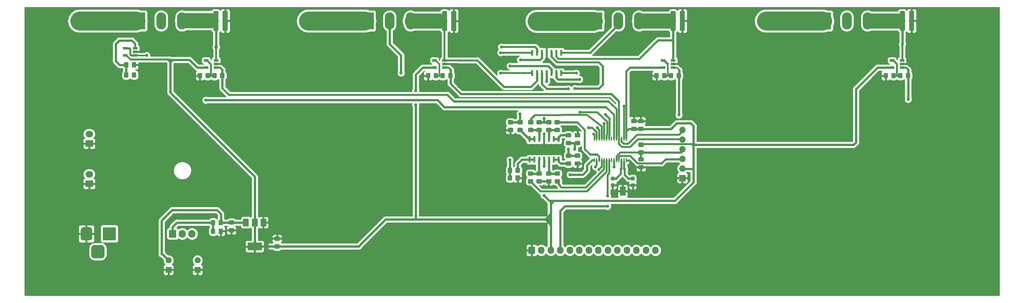
<source format=gtl>
G04 #@! TF.GenerationSoftware,KiCad,Pcbnew,(5.0.0)*
G04 #@! TF.CreationDate,2019-07-10T22:07:53-03:00*
G04 #@! TF.ProjectId,dc_load,64635F6C6F61642E6B696361645F7063,rev?*
G04 #@! TF.SameCoordinates,Original*
G04 #@! TF.FileFunction,Copper,L1,Top,Signal*
G04 #@! TF.FilePolarity,Positive*
%FSLAX46Y46*%
G04 Gerber Fmt 4.6, Leading zero omitted, Abs format (unit mm)*
G04 Created by KiCad (PCBNEW (5.0.0)) date 07/10/19 22:07:53*
%MOMM*%
%LPD*%
G01*
G04 APERTURE LIST*
G04 #@! TA.AperFunction,Conductor*
%ADD10C,0.100000*%
G04 #@! TD*
G04 #@! TA.AperFunction,SMDPad,CuDef*
%ADD11C,1.325000*%
G04 #@! TD*
G04 #@! TA.AperFunction,ComponentPad*
%ADD12C,3.500000*%
G04 #@! TD*
G04 #@! TA.AperFunction,ComponentPad*
%ADD13C,3.000000*%
G04 #@! TD*
G04 #@! TA.AperFunction,ComponentPad*
%ADD14R,3.500000X3.500000*%
G04 #@! TD*
G04 #@! TA.AperFunction,SMDPad,CuDef*
%ADD15R,0.600000X1.500000*%
G04 #@! TD*
G04 #@! TA.AperFunction,SMDPad,CuDef*
%ADD16C,1.150000*%
G04 #@! TD*
G04 #@! TA.AperFunction,ComponentPad*
%ADD17R,2.500000X4.500000*%
G04 #@! TD*
G04 #@! TA.AperFunction,ComponentPad*
%ADD18O,2.500000X4.500000*%
G04 #@! TD*
G04 #@! TA.AperFunction,SMDPad,CuDef*
%ADD19R,0.400000X1.100000*%
G04 #@! TD*
G04 #@! TA.AperFunction,SMDPad,CuDef*
%ADD20R,1.220000X0.650000*%
G04 #@! TD*
G04 #@! TA.AperFunction,SMDPad,CuDef*
%ADD21C,0.950000*%
G04 #@! TD*
G04 #@! TA.AperFunction,SMDPad,CuDef*
%ADD22R,0.600000X1.100000*%
G04 #@! TD*
G04 #@! TA.AperFunction,SMDPad,CuDef*
%ADD23R,1.500000X2.400000*%
G04 #@! TD*
G04 #@! TA.AperFunction,ComponentPad*
%ADD24C,1.600000*%
G04 #@! TD*
G04 #@! TA.AperFunction,ComponentPad*
%ADD25R,1.600000X1.600000*%
G04 #@! TD*
G04 #@! TA.AperFunction,ComponentPad*
%ADD26R,1.905000X2.000000*%
G04 #@! TD*
G04 #@! TA.AperFunction,ComponentPad*
%ADD27O,1.905000X2.000000*%
G04 #@! TD*
G04 #@! TA.AperFunction,SMDPad,CuDef*
%ADD28R,3.800000X2.000000*%
G04 #@! TD*
G04 #@! TA.AperFunction,SMDPad,CuDef*
%ADD29R,1.500000X2.000000*%
G04 #@! TD*
G04 #@! TA.AperFunction,ComponentPad*
%ADD30C,1.700000*%
G04 #@! TD*
G04 #@! TA.AperFunction,ComponentPad*
%ADD31O,1.700000X1.950000*%
G04 #@! TD*
G04 #@! TA.AperFunction,ComponentPad*
%ADD32R,2.000000X1.700000*%
G04 #@! TD*
G04 #@! TA.AperFunction,ComponentPad*
%ADD33O,2.000000X1.700000*%
G04 #@! TD*
G04 #@! TA.AperFunction,ComponentPad*
%ADD34R,1.700000X1.700000*%
G04 #@! TD*
G04 #@! TA.AperFunction,ComponentPad*
%ADD35O,1.700000X1.700000*%
G04 #@! TD*
G04 #@! TA.AperFunction,ViaPad*
%ADD36C,0.800000*%
G04 #@! TD*
G04 #@! TA.AperFunction,ViaPad*
%ADD37C,1.000000*%
G04 #@! TD*
G04 #@! TA.AperFunction,Conductor*
%ADD38C,0.500000*%
G04 #@! TD*
G04 #@! TA.AperFunction,Conductor*
%ADD39C,0.600000*%
G04 #@! TD*
G04 #@! TA.AperFunction,Conductor*
%ADD40C,4.000000*%
G04 #@! TD*
G04 #@! TA.AperFunction,Conductor*
%ADD41C,0.300000*%
G04 #@! TD*
G04 #@! TA.AperFunction,Conductor*
%ADD42C,0.400000*%
G04 #@! TD*
G04 #@! TA.AperFunction,Conductor*
%ADD43C,5.000000*%
G04 #@! TD*
G04 #@! TA.AperFunction,Conductor*
%ADD44C,0.254000*%
G04 #@! TD*
G04 APERTURE END LIST*
D10*
G04 #@! TO.N,GND*
G04 #@! TO.C,R16*
G36*
X73149505Y-45037204D02*
X73173773Y-45040804D01*
X73197572Y-45046765D01*
X73220671Y-45055030D01*
X73242850Y-45065520D01*
X73263893Y-45078132D01*
X73283599Y-45092747D01*
X73301777Y-45109223D01*
X73318253Y-45127401D01*
X73332868Y-45147107D01*
X73345480Y-45168150D01*
X73355970Y-45190329D01*
X73364235Y-45213428D01*
X73370196Y-45237227D01*
X73373796Y-45261495D01*
X73375000Y-45285999D01*
X73375000Y-49986001D01*
X73373796Y-50010505D01*
X73370196Y-50034773D01*
X73364235Y-50058572D01*
X73355970Y-50081671D01*
X73345480Y-50103850D01*
X73332868Y-50124893D01*
X73318253Y-50144599D01*
X73301777Y-50162777D01*
X73283599Y-50179253D01*
X73263893Y-50193868D01*
X73242850Y-50206480D01*
X73220671Y-50216970D01*
X73197572Y-50225235D01*
X73173773Y-50231196D01*
X73149505Y-50234796D01*
X73125001Y-50236000D01*
X72299999Y-50236000D01*
X72275495Y-50234796D01*
X72251227Y-50231196D01*
X72227428Y-50225235D01*
X72204329Y-50216970D01*
X72182150Y-50206480D01*
X72161107Y-50193868D01*
X72141401Y-50179253D01*
X72123223Y-50162777D01*
X72106747Y-50144599D01*
X72092132Y-50124893D01*
X72079520Y-50103850D01*
X72069030Y-50081671D01*
X72060765Y-50058572D01*
X72054804Y-50034773D01*
X72051204Y-50010505D01*
X72050000Y-49986001D01*
X72050000Y-45285999D01*
X72051204Y-45261495D01*
X72054804Y-45237227D01*
X72060765Y-45213428D01*
X72069030Y-45190329D01*
X72079520Y-45168150D01*
X72092132Y-45147107D01*
X72106747Y-45127401D01*
X72123223Y-45109223D01*
X72141401Y-45092747D01*
X72161107Y-45078132D01*
X72182150Y-45065520D01*
X72204329Y-45055030D01*
X72227428Y-45046765D01*
X72251227Y-45040804D01*
X72275495Y-45037204D01*
X72299999Y-45036000D01*
X73125001Y-45036000D01*
X73149505Y-45037204D01*
X73149505Y-45037204D01*
G37*
D11*
G04 #@! TD*
G04 #@! TO.P,R16,2*
G04 #@! TO.N,GND*
X72712500Y-47636000D03*
D10*
G04 #@! TO.N,/I_4*
G04 #@! TO.C,R16*
G36*
X70724505Y-45037204D02*
X70748773Y-45040804D01*
X70772572Y-45046765D01*
X70795671Y-45055030D01*
X70817850Y-45065520D01*
X70838893Y-45078132D01*
X70858599Y-45092747D01*
X70876777Y-45109223D01*
X70893253Y-45127401D01*
X70907868Y-45147107D01*
X70920480Y-45168150D01*
X70930970Y-45190329D01*
X70939235Y-45213428D01*
X70945196Y-45237227D01*
X70948796Y-45261495D01*
X70950000Y-45285999D01*
X70950000Y-49986001D01*
X70948796Y-50010505D01*
X70945196Y-50034773D01*
X70939235Y-50058572D01*
X70930970Y-50081671D01*
X70920480Y-50103850D01*
X70907868Y-50124893D01*
X70893253Y-50144599D01*
X70876777Y-50162777D01*
X70858599Y-50179253D01*
X70838893Y-50193868D01*
X70817850Y-50206480D01*
X70795671Y-50216970D01*
X70772572Y-50225235D01*
X70748773Y-50231196D01*
X70724505Y-50234796D01*
X70700001Y-50236000D01*
X69874999Y-50236000D01*
X69850495Y-50234796D01*
X69826227Y-50231196D01*
X69802428Y-50225235D01*
X69779329Y-50216970D01*
X69757150Y-50206480D01*
X69736107Y-50193868D01*
X69716401Y-50179253D01*
X69698223Y-50162777D01*
X69681747Y-50144599D01*
X69667132Y-50124893D01*
X69654520Y-50103850D01*
X69644030Y-50081671D01*
X69635765Y-50058572D01*
X69629804Y-50034773D01*
X69626204Y-50010505D01*
X69625000Y-49986001D01*
X69625000Y-45285999D01*
X69626204Y-45261495D01*
X69629804Y-45237227D01*
X69635765Y-45213428D01*
X69644030Y-45190329D01*
X69654520Y-45168150D01*
X69667132Y-45147107D01*
X69681747Y-45127401D01*
X69698223Y-45109223D01*
X69716401Y-45092747D01*
X69736107Y-45078132D01*
X69757150Y-45065520D01*
X69779329Y-45055030D01*
X69802428Y-45046765D01*
X69826227Y-45040804D01*
X69850495Y-45037204D01*
X69874999Y-45036000D01*
X70700001Y-45036000D01*
X70724505Y-45037204D01*
X70724505Y-45037204D01*
G37*
D11*
G04 #@! TD*
G04 #@! TO.P,R16,1*
G04 #@! TO.N,/I_4*
X70287500Y-47636000D03*
D10*
G04 #@! TO.N,GND*
G04 #@! TO.C,R17*
G36*
X193162005Y-45041204D02*
X193186273Y-45044804D01*
X193210072Y-45050765D01*
X193233171Y-45059030D01*
X193255350Y-45069520D01*
X193276393Y-45082132D01*
X193296099Y-45096747D01*
X193314277Y-45113223D01*
X193330753Y-45131401D01*
X193345368Y-45151107D01*
X193357980Y-45172150D01*
X193368470Y-45194329D01*
X193376735Y-45217428D01*
X193382696Y-45241227D01*
X193386296Y-45265495D01*
X193387500Y-45289999D01*
X193387500Y-49990001D01*
X193386296Y-50014505D01*
X193382696Y-50038773D01*
X193376735Y-50062572D01*
X193368470Y-50085671D01*
X193357980Y-50107850D01*
X193345368Y-50128893D01*
X193330753Y-50148599D01*
X193314277Y-50166777D01*
X193296099Y-50183253D01*
X193276393Y-50197868D01*
X193255350Y-50210480D01*
X193233171Y-50220970D01*
X193210072Y-50229235D01*
X193186273Y-50235196D01*
X193162005Y-50238796D01*
X193137501Y-50240000D01*
X192312499Y-50240000D01*
X192287995Y-50238796D01*
X192263727Y-50235196D01*
X192239928Y-50229235D01*
X192216829Y-50220970D01*
X192194650Y-50210480D01*
X192173607Y-50197868D01*
X192153901Y-50183253D01*
X192135723Y-50166777D01*
X192119247Y-50148599D01*
X192104632Y-50128893D01*
X192092020Y-50107850D01*
X192081530Y-50085671D01*
X192073265Y-50062572D01*
X192067304Y-50038773D01*
X192063704Y-50014505D01*
X192062500Y-49990001D01*
X192062500Y-45289999D01*
X192063704Y-45265495D01*
X192067304Y-45241227D01*
X192073265Y-45217428D01*
X192081530Y-45194329D01*
X192092020Y-45172150D01*
X192104632Y-45151107D01*
X192119247Y-45131401D01*
X192135723Y-45113223D01*
X192153901Y-45096747D01*
X192173607Y-45082132D01*
X192194650Y-45069520D01*
X192216829Y-45059030D01*
X192239928Y-45050765D01*
X192263727Y-45044804D01*
X192287995Y-45041204D01*
X192312499Y-45040000D01*
X193137501Y-45040000D01*
X193162005Y-45041204D01*
X193162005Y-45041204D01*
G37*
D11*
G04 #@! TD*
G04 #@! TO.P,R17,2*
G04 #@! TO.N,GND*
X192725000Y-47640000D03*
D10*
G04 #@! TO.N,/I_2*
G04 #@! TO.C,R17*
G36*
X190737005Y-45041204D02*
X190761273Y-45044804D01*
X190785072Y-45050765D01*
X190808171Y-45059030D01*
X190830350Y-45069520D01*
X190851393Y-45082132D01*
X190871099Y-45096747D01*
X190889277Y-45113223D01*
X190905753Y-45131401D01*
X190920368Y-45151107D01*
X190932980Y-45172150D01*
X190943470Y-45194329D01*
X190951735Y-45217428D01*
X190957696Y-45241227D01*
X190961296Y-45265495D01*
X190962500Y-45289999D01*
X190962500Y-49990001D01*
X190961296Y-50014505D01*
X190957696Y-50038773D01*
X190951735Y-50062572D01*
X190943470Y-50085671D01*
X190932980Y-50107850D01*
X190920368Y-50128893D01*
X190905753Y-50148599D01*
X190889277Y-50166777D01*
X190871099Y-50183253D01*
X190851393Y-50197868D01*
X190830350Y-50210480D01*
X190808171Y-50220970D01*
X190785072Y-50229235D01*
X190761273Y-50235196D01*
X190737005Y-50238796D01*
X190712501Y-50240000D01*
X189887499Y-50240000D01*
X189862995Y-50238796D01*
X189838727Y-50235196D01*
X189814928Y-50229235D01*
X189791829Y-50220970D01*
X189769650Y-50210480D01*
X189748607Y-50197868D01*
X189728901Y-50183253D01*
X189710723Y-50166777D01*
X189694247Y-50148599D01*
X189679632Y-50128893D01*
X189667020Y-50107850D01*
X189656530Y-50085671D01*
X189648265Y-50062572D01*
X189642304Y-50038773D01*
X189638704Y-50014505D01*
X189637500Y-49990001D01*
X189637500Y-45289999D01*
X189638704Y-45265495D01*
X189642304Y-45241227D01*
X189648265Y-45217428D01*
X189656530Y-45194329D01*
X189667020Y-45172150D01*
X189679632Y-45151107D01*
X189694247Y-45131401D01*
X189710723Y-45113223D01*
X189728901Y-45096747D01*
X189748607Y-45082132D01*
X189769650Y-45069520D01*
X189791829Y-45059030D01*
X189814928Y-45050765D01*
X189838727Y-45044804D01*
X189862995Y-45041204D01*
X189887499Y-45040000D01*
X190712501Y-45040000D01*
X190737005Y-45041204D01*
X190737005Y-45041204D01*
G37*
D11*
G04 #@! TD*
G04 #@! TO.P,R17,1*
G04 #@! TO.N,/I_2*
X190300000Y-47640000D03*
D10*
G04 #@! TO.N,N/C*
G04 #@! TO.C,J1*
G36*
X40250765Y-106624213D02*
X40335704Y-106636813D01*
X40418999Y-106657677D01*
X40499848Y-106686605D01*
X40577472Y-106723319D01*
X40651124Y-106767464D01*
X40720094Y-106818616D01*
X40783718Y-106876282D01*
X40841384Y-106939906D01*
X40892536Y-107008876D01*
X40936681Y-107082528D01*
X40973395Y-107160152D01*
X41002323Y-107241001D01*
X41023187Y-107324296D01*
X41035787Y-107409235D01*
X41040000Y-107495000D01*
X41040000Y-109245000D01*
X41035787Y-109330765D01*
X41023187Y-109415704D01*
X41002323Y-109498999D01*
X40973395Y-109579848D01*
X40936681Y-109657472D01*
X40892536Y-109731124D01*
X40841384Y-109800094D01*
X40783718Y-109863718D01*
X40720094Y-109921384D01*
X40651124Y-109972536D01*
X40577472Y-110016681D01*
X40499848Y-110053395D01*
X40418999Y-110082323D01*
X40335704Y-110103187D01*
X40250765Y-110115787D01*
X40165000Y-110120000D01*
X38415000Y-110120000D01*
X38329235Y-110115787D01*
X38244296Y-110103187D01*
X38161001Y-110082323D01*
X38080152Y-110053395D01*
X38002528Y-110016681D01*
X37928876Y-109972536D01*
X37859906Y-109921384D01*
X37796282Y-109863718D01*
X37738616Y-109800094D01*
X37687464Y-109731124D01*
X37643319Y-109657472D01*
X37606605Y-109579848D01*
X37577677Y-109498999D01*
X37556813Y-109415704D01*
X37544213Y-109330765D01*
X37540000Y-109245000D01*
X37540000Y-107495000D01*
X37544213Y-107409235D01*
X37556813Y-107324296D01*
X37577677Y-107241001D01*
X37606605Y-107160152D01*
X37643319Y-107082528D01*
X37687464Y-107008876D01*
X37738616Y-106939906D01*
X37796282Y-106876282D01*
X37859906Y-106818616D01*
X37928876Y-106767464D01*
X38002528Y-106723319D01*
X38080152Y-106686605D01*
X38161001Y-106657677D01*
X38244296Y-106636813D01*
X38329235Y-106624213D01*
X38415000Y-106620000D01*
X40165000Y-106620000D01*
X40250765Y-106624213D01*
X40250765Y-106624213D01*
G37*
D12*
G04 #@! TD*
G04 #@! TO.P,J1,3*
G04 #@! TO.N,N/C*
X39290000Y-108370000D03*
D10*
G04 #@! TO.N,GND*
G04 #@! TO.C,J1*
G36*
X37113513Y-101923611D02*
X37186318Y-101934411D01*
X37257714Y-101952295D01*
X37327013Y-101977090D01*
X37393548Y-102008559D01*
X37456678Y-102046398D01*
X37515795Y-102090242D01*
X37570330Y-102139670D01*
X37619758Y-102194205D01*
X37663602Y-102253322D01*
X37701441Y-102316452D01*
X37732910Y-102382987D01*
X37757705Y-102452286D01*
X37775589Y-102523682D01*
X37786389Y-102596487D01*
X37790000Y-102670000D01*
X37790000Y-104670000D01*
X37786389Y-104743513D01*
X37775589Y-104816318D01*
X37757705Y-104887714D01*
X37732910Y-104957013D01*
X37701441Y-105023548D01*
X37663602Y-105086678D01*
X37619758Y-105145795D01*
X37570330Y-105200330D01*
X37515795Y-105249758D01*
X37456678Y-105293602D01*
X37393548Y-105331441D01*
X37327013Y-105362910D01*
X37257714Y-105387705D01*
X37186318Y-105405589D01*
X37113513Y-105416389D01*
X37040000Y-105420000D01*
X35540000Y-105420000D01*
X35466487Y-105416389D01*
X35393682Y-105405589D01*
X35322286Y-105387705D01*
X35252987Y-105362910D01*
X35186452Y-105331441D01*
X35123322Y-105293602D01*
X35064205Y-105249758D01*
X35009670Y-105200330D01*
X34960242Y-105145795D01*
X34916398Y-105086678D01*
X34878559Y-105023548D01*
X34847090Y-104957013D01*
X34822295Y-104887714D01*
X34804411Y-104816318D01*
X34793611Y-104743513D01*
X34790000Y-104670000D01*
X34790000Y-102670000D01*
X34793611Y-102596487D01*
X34804411Y-102523682D01*
X34822295Y-102452286D01*
X34847090Y-102382987D01*
X34878559Y-102316452D01*
X34916398Y-102253322D01*
X34960242Y-102194205D01*
X35009670Y-102139670D01*
X35064205Y-102090242D01*
X35123322Y-102046398D01*
X35186452Y-102008559D01*
X35252987Y-101977090D01*
X35322286Y-101952295D01*
X35393682Y-101934411D01*
X35466487Y-101923611D01*
X35540000Y-101920000D01*
X37040000Y-101920000D01*
X37113513Y-101923611D01*
X37113513Y-101923611D01*
G37*
D13*
G04 #@! TD*
G04 #@! TO.P,J1,2*
G04 #@! TO.N,GND*
X36290000Y-103670000D03*
D14*
G04 #@! TO.P,J1,1*
G04 #@! TO.N,+12V*
X42290000Y-103670000D03*
G04 #@! TD*
D15*
G04 #@! TO.P,U4,14*
G04 #@! TO.N,Net-(R12-Pad2)*
X152586000Y-78762000D03*
G04 #@! TO.P,U4,13*
X153856000Y-78762000D03*
G04 #@! TO.P,U4,12*
G04 #@! TO.N,Net-(C12-Pad1)*
X155126000Y-78762000D03*
G04 #@! TO.P,U4,11*
G04 #@! TO.N,GND*
X156396000Y-78762000D03*
G04 #@! TO.P,U4,10*
G04 #@! TO.N,Net-(C13-Pad1)*
X157666000Y-78762000D03*
G04 #@! TO.P,U4,9*
G04 #@! TO.N,Net-(R13-Pad2)*
X158936000Y-78762000D03*
G04 #@! TO.P,U4,8*
X160206000Y-78762000D03*
G04 #@! TO.P,U4,7*
G04 #@! TO.N,Net-(R5-Pad2)*
X160206000Y-84162000D03*
G04 #@! TO.P,U4,6*
X158936000Y-84162000D03*
G04 #@! TO.P,U4,5*
G04 #@! TO.N,Net-(C9-Pad1)*
X157666000Y-84162000D03*
G04 #@! TO.P,U4,4*
G04 #@! TO.N,3V3*
X156396000Y-84162000D03*
G04 #@! TO.P,U4,3*
G04 #@! TO.N,Net-(C8-Pad1)*
X155126000Y-84162000D03*
G04 #@! TO.P,U4,2*
G04 #@! TO.N,Net-(R4-Pad2)*
X153856000Y-84162000D03*
G04 #@! TO.P,U4,1*
X152586000Y-84162000D03*
G04 #@! TD*
D10*
G04 #@! TO.N,Net-(R23-Pad1)*
G04 #@! TO.C,R25*
G36*
X128390505Y-61343204D02*
X128414773Y-61346804D01*
X128438572Y-61352765D01*
X128461671Y-61361030D01*
X128483850Y-61371520D01*
X128504893Y-61384132D01*
X128524599Y-61398747D01*
X128542777Y-61415223D01*
X128559253Y-61433401D01*
X128573868Y-61453107D01*
X128586480Y-61474150D01*
X128596970Y-61496329D01*
X128605235Y-61519428D01*
X128611196Y-61543227D01*
X128614796Y-61567495D01*
X128616000Y-61591999D01*
X128616000Y-62492001D01*
X128614796Y-62516505D01*
X128611196Y-62540773D01*
X128605235Y-62564572D01*
X128596970Y-62587671D01*
X128586480Y-62609850D01*
X128573868Y-62630893D01*
X128559253Y-62650599D01*
X128542777Y-62668777D01*
X128524599Y-62685253D01*
X128504893Y-62699868D01*
X128483850Y-62712480D01*
X128461671Y-62722970D01*
X128438572Y-62731235D01*
X128414773Y-62737196D01*
X128390505Y-62740796D01*
X128366001Y-62742000D01*
X127715999Y-62742000D01*
X127691495Y-62740796D01*
X127667227Y-62737196D01*
X127643428Y-62731235D01*
X127620329Y-62722970D01*
X127598150Y-62712480D01*
X127577107Y-62699868D01*
X127557401Y-62685253D01*
X127539223Y-62668777D01*
X127522747Y-62650599D01*
X127508132Y-62630893D01*
X127495520Y-62609850D01*
X127485030Y-62587671D01*
X127476765Y-62564572D01*
X127470804Y-62540773D01*
X127467204Y-62516505D01*
X127466000Y-62492001D01*
X127466000Y-61591999D01*
X127467204Y-61567495D01*
X127470804Y-61543227D01*
X127476765Y-61519428D01*
X127485030Y-61496329D01*
X127495520Y-61474150D01*
X127508132Y-61453107D01*
X127522747Y-61433401D01*
X127539223Y-61415223D01*
X127557401Y-61398747D01*
X127577107Y-61384132D01*
X127598150Y-61371520D01*
X127620329Y-61361030D01*
X127643428Y-61352765D01*
X127667227Y-61346804D01*
X127691495Y-61343204D01*
X127715999Y-61342000D01*
X128366001Y-61342000D01*
X128390505Y-61343204D01*
X128390505Y-61343204D01*
G37*
D16*
G04 #@! TD*
G04 #@! TO.P,R25,2*
G04 #@! TO.N,Net-(R23-Pad1)*
X128041000Y-62042000D03*
D10*
G04 #@! TO.N,GND*
G04 #@! TO.C,R25*
G36*
X126340505Y-61343204D02*
X126364773Y-61346804D01*
X126388572Y-61352765D01*
X126411671Y-61361030D01*
X126433850Y-61371520D01*
X126454893Y-61384132D01*
X126474599Y-61398747D01*
X126492777Y-61415223D01*
X126509253Y-61433401D01*
X126523868Y-61453107D01*
X126536480Y-61474150D01*
X126546970Y-61496329D01*
X126555235Y-61519428D01*
X126561196Y-61543227D01*
X126564796Y-61567495D01*
X126566000Y-61591999D01*
X126566000Y-62492001D01*
X126564796Y-62516505D01*
X126561196Y-62540773D01*
X126555235Y-62564572D01*
X126546970Y-62587671D01*
X126536480Y-62609850D01*
X126523868Y-62630893D01*
X126509253Y-62650599D01*
X126492777Y-62668777D01*
X126474599Y-62685253D01*
X126454893Y-62699868D01*
X126433850Y-62712480D01*
X126411671Y-62722970D01*
X126388572Y-62731235D01*
X126364773Y-62737196D01*
X126340505Y-62740796D01*
X126316001Y-62742000D01*
X125665999Y-62742000D01*
X125641495Y-62740796D01*
X125617227Y-62737196D01*
X125593428Y-62731235D01*
X125570329Y-62722970D01*
X125548150Y-62712480D01*
X125527107Y-62699868D01*
X125507401Y-62685253D01*
X125489223Y-62668777D01*
X125472747Y-62650599D01*
X125458132Y-62630893D01*
X125445520Y-62609850D01*
X125435030Y-62587671D01*
X125426765Y-62564572D01*
X125420804Y-62540773D01*
X125417204Y-62516505D01*
X125416000Y-62492001D01*
X125416000Y-61591999D01*
X125417204Y-61567495D01*
X125420804Y-61543227D01*
X125426765Y-61519428D01*
X125435030Y-61496329D01*
X125445520Y-61474150D01*
X125458132Y-61453107D01*
X125472747Y-61433401D01*
X125489223Y-61415223D01*
X125507401Y-61398747D01*
X125527107Y-61384132D01*
X125548150Y-61371520D01*
X125570329Y-61361030D01*
X125593428Y-61352765D01*
X125617227Y-61346804D01*
X125641495Y-61343204D01*
X125665999Y-61342000D01*
X126316001Y-61342000D01*
X126340505Y-61343204D01*
X126340505Y-61343204D01*
G37*
D16*
G04 #@! TD*
G04 #@! TO.P,R25,1*
G04 #@! TO.N,GND*
X125991000Y-62042000D03*
D10*
G04 #@! TO.N,Net-(R22-Pad1)*
G04 #@! TO.C,R24*
G36*
X68480505Y-61343204D02*
X68504773Y-61346804D01*
X68528572Y-61352765D01*
X68551671Y-61361030D01*
X68573850Y-61371520D01*
X68594893Y-61384132D01*
X68614599Y-61398747D01*
X68632777Y-61415223D01*
X68649253Y-61433401D01*
X68663868Y-61453107D01*
X68676480Y-61474150D01*
X68686970Y-61496329D01*
X68695235Y-61519428D01*
X68701196Y-61543227D01*
X68704796Y-61567495D01*
X68706000Y-61591999D01*
X68706000Y-62492001D01*
X68704796Y-62516505D01*
X68701196Y-62540773D01*
X68695235Y-62564572D01*
X68686970Y-62587671D01*
X68676480Y-62609850D01*
X68663868Y-62630893D01*
X68649253Y-62650599D01*
X68632777Y-62668777D01*
X68614599Y-62685253D01*
X68594893Y-62699868D01*
X68573850Y-62712480D01*
X68551671Y-62722970D01*
X68528572Y-62731235D01*
X68504773Y-62737196D01*
X68480505Y-62740796D01*
X68456001Y-62742000D01*
X67805999Y-62742000D01*
X67781495Y-62740796D01*
X67757227Y-62737196D01*
X67733428Y-62731235D01*
X67710329Y-62722970D01*
X67688150Y-62712480D01*
X67667107Y-62699868D01*
X67647401Y-62685253D01*
X67629223Y-62668777D01*
X67612747Y-62650599D01*
X67598132Y-62630893D01*
X67585520Y-62609850D01*
X67575030Y-62587671D01*
X67566765Y-62564572D01*
X67560804Y-62540773D01*
X67557204Y-62516505D01*
X67556000Y-62492001D01*
X67556000Y-61591999D01*
X67557204Y-61567495D01*
X67560804Y-61543227D01*
X67566765Y-61519428D01*
X67575030Y-61496329D01*
X67585520Y-61474150D01*
X67598132Y-61453107D01*
X67612747Y-61433401D01*
X67629223Y-61415223D01*
X67647401Y-61398747D01*
X67667107Y-61384132D01*
X67688150Y-61371520D01*
X67710329Y-61361030D01*
X67733428Y-61352765D01*
X67757227Y-61346804D01*
X67781495Y-61343204D01*
X67805999Y-61342000D01*
X68456001Y-61342000D01*
X68480505Y-61343204D01*
X68480505Y-61343204D01*
G37*
D16*
G04 #@! TD*
G04 #@! TO.P,R24,2*
G04 #@! TO.N,Net-(R22-Pad1)*
X68131000Y-62042000D03*
D10*
G04 #@! TO.N,GND*
G04 #@! TO.C,R24*
G36*
X66430505Y-61343204D02*
X66454773Y-61346804D01*
X66478572Y-61352765D01*
X66501671Y-61361030D01*
X66523850Y-61371520D01*
X66544893Y-61384132D01*
X66564599Y-61398747D01*
X66582777Y-61415223D01*
X66599253Y-61433401D01*
X66613868Y-61453107D01*
X66626480Y-61474150D01*
X66636970Y-61496329D01*
X66645235Y-61519428D01*
X66651196Y-61543227D01*
X66654796Y-61567495D01*
X66656000Y-61591999D01*
X66656000Y-62492001D01*
X66654796Y-62516505D01*
X66651196Y-62540773D01*
X66645235Y-62564572D01*
X66636970Y-62587671D01*
X66626480Y-62609850D01*
X66613868Y-62630893D01*
X66599253Y-62650599D01*
X66582777Y-62668777D01*
X66564599Y-62685253D01*
X66544893Y-62699868D01*
X66523850Y-62712480D01*
X66501671Y-62722970D01*
X66478572Y-62731235D01*
X66454773Y-62737196D01*
X66430505Y-62740796D01*
X66406001Y-62742000D01*
X65755999Y-62742000D01*
X65731495Y-62740796D01*
X65707227Y-62737196D01*
X65683428Y-62731235D01*
X65660329Y-62722970D01*
X65638150Y-62712480D01*
X65617107Y-62699868D01*
X65597401Y-62685253D01*
X65579223Y-62668777D01*
X65562747Y-62650599D01*
X65548132Y-62630893D01*
X65535520Y-62609850D01*
X65525030Y-62587671D01*
X65516765Y-62564572D01*
X65510804Y-62540773D01*
X65507204Y-62516505D01*
X65506000Y-62492001D01*
X65506000Y-61591999D01*
X65507204Y-61567495D01*
X65510804Y-61543227D01*
X65516765Y-61519428D01*
X65525030Y-61496329D01*
X65535520Y-61474150D01*
X65548132Y-61453107D01*
X65562747Y-61433401D01*
X65579223Y-61415223D01*
X65597401Y-61398747D01*
X65617107Y-61384132D01*
X65638150Y-61371520D01*
X65660329Y-61361030D01*
X65683428Y-61352765D01*
X65707227Y-61346804D01*
X65731495Y-61343204D01*
X65755999Y-61342000D01*
X66406001Y-61342000D01*
X66430505Y-61343204D01*
X66430505Y-61343204D01*
G37*
D16*
G04 #@! TD*
G04 #@! TO.P,R24,1*
G04 #@! TO.N,GND*
X66081000Y-62042000D03*
D10*
G04 #@! TO.N,/P1.2*
G04 #@! TO.C,R23*
G36*
X132200505Y-61343204D02*
X132224773Y-61346804D01*
X132248572Y-61352765D01*
X132271671Y-61361030D01*
X132293850Y-61371520D01*
X132314893Y-61384132D01*
X132334599Y-61398747D01*
X132352777Y-61415223D01*
X132369253Y-61433401D01*
X132383868Y-61453107D01*
X132396480Y-61474150D01*
X132406970Y-61496329D01*
X132415235Y-61519428D01*
X132421196Y-61543227D01*
X132424796Y-61567495D01*
X132426000Y-61591999D01*
X132426000Y-62492001D01*
X132424796Y-62516505D01*
X132421196Y-62540773D01*
X132415235Y-62564572D01*
X132406970Y-62587671D01*
X132396480Y-62609850D01*
X132383868Y-62630893D01*
X132369253Y-62650599D01*
X132352777Y-62668777D01*
X132334599Y-62685253D01*
X132314893Y-62699868D01*
X132293850Y-62712480D01*
X132271671Y-62722970D01*
X132248572Y-62731235D01*
X132224773Y-62737196D01*
X132200505Y-62740796D01*
X132176001Y-62742000D01*
X131525999Y-62742000D01*
X131501495Y-62740796D01*
X131477227Y-62737196D01*
X131453428Y-62731235D01*
X131430329Y-62722970D01*
X131408150Y-62712480D01*
X131387107Y-62699868D01*
X131367401Y-62685253D01*
X131349223Y-62668777D01*
X131332747Y-62650599D01*
X131318132Y-62630893D01*
X131305520Y-62609850D01*
X131295030Y-62587671D01*
X131286765Y-62564572D01*
X131280804Y-62540773D01*
X131277204Y-62516505D01*
X131276000Y-62492001D01*
X131276000Y-61591999D01*
X131277204Y-61567495D01*
X131280804Y-61543227D01*
X131286765Y-61519428D01*
X131295030Y-61496329D01*
X131305520Y-61474150D01*
X131318132Y-61453107D01*
X131332747Y-61433401D01*
X131349223Y-61415223D01*
X131367401Y-61398747D01*
X131387107Y-61384132D01*
X131408150Y-61371520D01*
X131430329Y-61361030D01*
X131453428Y-61352765D01*
X131477227Y-61346804D01*
X131501495Y-61343204D01*
X131525999Y-61342000D01*
X132176001Y-61342000D01*
X132200505Y-61343204D01*
X132200505Y-61343204D01*
G37*
D16*
G04 #@! TD*
G04 #@! TO.P,R23,2*
G04 #@! TO.N,/P1.2*
X131851000Y-62042000D03*
D10*
G04 #@! TO.N,Net-(R23-Pad1)*
G04 #@! TO.C,R23*
G36*
X130150505Y-61343204D02*
X130174773Y-61346804D01*
X130198572Y-61352765D01*
X130221671Y-61361030D01*
X130243850Y-61371520D01*
X130264893Y-61384132D01*
X130284599Y-61398747D01*
X130302777Y-61415223D01*
X130319253Y-61433401D01*
X130333868Y-61453107D01*
X130346480Y-61474150D01*
X130356970Y-61496329D01*
X130365235Y-61519428D01*
X130371196Y-61543227D01*
X130374796Y-61567495D01*
X130376000Y-61591999D01*
X130376000Y-62492001D01*
X130374796Y-62516505D01*
X130371196Y-62540773D01*
X130365235Y-62564572D01*
X130356970Y-62587671D01*
X130346480Y-62609850D01*
X130333868Y-62630893D01*
X130319253Y-62650599D01*
X130302777Y-62668777D01*
X130284599Y-62685253D01*
X130264893Y-62699868D01*
X130243850Y-62712480D01*
X130221671Y-62722970D01*
X130198572Y-62731235D01*
X130174773Y-62737196D01*
X130150505Y-62740796D01*
X130126001Y-62742000D01*
X129475999Y-62742000D01*
X129451495Y-62740796D01*
X129427227Y-62737196D01*
X129403428Y-62731235D01*
X129380329Y-62722970D01*
X129358150Y-62712480D01*
X129337107Y-62699868D01*
X129317401Y-62685253D01*
X129299223Y-62668777D01*
X129282747Y-62650599D01*
X129268132Y-62630893D01*
X129255520Y-62609850D01*
X129245030Y-62587671D01*
X129236765Y-62564572D01*
X129230804Y-62540773D01*
X129227204Y-62516505D01*
X129226000Y-62492001D01*
X129226000Y-61591999D01*
X129227204Y-61567495D01*
X129230804Y-61543227D01*
X129236765Y-61519428D01*
X129245030Y-61496329D01*
X129255520Y-61474150D01*
X129268132Y-61453107D01*
X129282747Y-61433401D01*
X129299223Y-61415223D01*
X129317401Y-61398747D01*
X129337107Y-61384132D01*
X129358150Y-61371520D01*
X129380329Y-61361030D01*
X129403428Y-61352765D01*
X129427227Y-61346804D01*
X129451495Y-61343204D01*
X129475999Y-61342000D01*
X130126001Y-61342000D01*
X130150505Y-61343204D01*
X130150505Y-61343204D01*
G37*
D16*
G04 #@! TD*
G04 #@! TO.P,R23,1*
G04 #@! TO.N,Net-(R23-Pad1)*
X129801000Y-62042000D03*
D10*
G04 #@! TO.N,/i_sense_adapter/AD_4*
G04 #@! TO.C,R22*
G36*
X72290505Y-61343204D02*
X72314773Y-61346804D01*
X72338572Y-61352765D01*
X72361671Y-61361030D01*
X72383850Y-61371520D01*
X72404893Y-61384132D01*
X72424599Y-61398747D01*
X72442777Y-61415223D01*
X72459253Y-61433401D01*
X72473868Y-61453107D01*
X72486480Y-61474150D01*
X72496970Y-61496329D01*
X72505235Y-61519428D01*
X72511196Y-61543227D01*
X72514796Y-61567495D01*
X72516000Y-61591999D01*
X72516000Y-62492001D01*
X72514796Y-62516505D01*
X72511196Y-62540773D01*
X72505235Y-62564572D01*
X72496970Y-62587671D01*
X72486480Y-62609850D01*
X72473868Y-62630893D01*
X72459253Y-62650599D01*
X72442777Y-62668777D01*
X72424599Y-62685253D01*
X72404893Y-62699868D01*
X72383850Y-62712480D01*
X72361671Y-62722970D01*
X72338572Y-62731235D01*
X72314773Y-62737196D01*
X72290505Y-62740796D01*
X72266001Y-62742000D01*
X71615999Y-62742000D01*
X71591495Y-62740796D01*
X71567227Y-62737196D01*
X71543428Y-62731235D01*
X71520329Y-62722970D01*
X71498150Y-62712480D01*
X71477107Y-62699868D01*
X71457401Y-62685253D01*
X71439223Y-62668777D01*
X71422747Y-62650599D01*
X71408132Y-62630893D01*
X71395520Y-62609850D01*
X71385030Y-62587671D01*
X71376765Y-62564572D01*
X71370804Y-62540773D01*
X71367204Y-62516505D01*
X71366000Y-62492001D01*
X71366000Y-61591999D01*
X71367204Y-61567495D01*
X71370804Y-61543227D01*
X71376765Y-61519428D01*
X71385030Y-61496329D01*
X71395520Y-61474150D01*
X71408132Y-61453107D01*
X71422747Y-61433401D01*
X71439223Y-61415223D01*
X71457401Y-61398747D01*
X71477107Y-61384132D01*
X71498150Y-61371520D01*
X71520329Y-61361030D01*
X71543428Y-61352765D01*
X71567227Y-61346804D01*
X71591495Y-61343204D01*
X71615999Y-61342000D01*
X72266001Y-61342000D01*
X72290505Y-61343204D01*
X72290505Y-61343204D01*
G37*
D16*
G04 #@! TD*
G04 #@! TO.P,R22,2*
G04 #@! TO.N,/i_sense_adapter/AD_4*
X71941000Y-62042000D03*
D10*
G04 #@! TO.N,Net-(R22-Pad1)*
G04 #@! TO.C,R22*
G36*
X70240505Y-61343204D02*
X70264773Y-61346804D01*
X70288572Y-61352765D01*
X70311671Y-61361030D01*
X70333850Y-61371520D01*
X70354893Y-61384132D01*
X70374599Y-61398747D01*
X70392777Y-61415223D01*
X70409253Y-61433401D01*
X70423868Y-61453107D01*
X70436480Y-61474150D01*
X70446970Y-61496329D01*
X70455235Y-61519428D01*
X70461196Y-61543227D01*
X70464796Y-61567495D01*
X70466000Y-61591999D01*
X70466000Y-62492001D01*
X70464796Y-62516505D01*
X70461196Y-62540773D01*
X70455235Y-62564572D01*
X70446970Y-62587671D01*
X70436480Y-62609850D01*
X70423868Y-62630893D01*
X70409253Y-62650599D01*
X70392777Y-62668777D01*
X70374599Y-62685253D01*
X70354893Y-62699868D01*
X70333850Y-62712480D01*
X70311671Y-62722970D01*
X70288572Y-62731235D01*
X70264773Y-62737196D01*
X70240505Y-62740796D01*
X70216001Y-62742000D01*
X69565999Y-62742000D01*
X69541495Y-62740796D01*
X69517227Y-62737196D01*
X69493428Y-62731235D01*
X69470329Y-62722970D01*
X69448150Y-62712480D01*
X69427107Y-62699868D01*
X69407401Y-62685253D01*
X69389223Y-62668777D01*
X69372747Y-62650599D01*
X69358132Y-62630893D01*
X69345520Y-62609850D01*
X69335030Y-62587671D01*
X69326765Y-62564572D01*
X69320804Y-62540773D01*
X69317204Y-62516505D01*
X69316000Y-62492001D01*
X69316000Y-61591999D01*
X69317204Y-61567495D01*
X69320804Y-61543227D01*
X69326765Y-61519428D01*
X69335030Y-61496329D01*
X69345520Y-61474150D01*
X69358132Y-61453107D01*
X69372747Y-61433401D01*
X69389223Y-61415223D01*
X69407401Y-61398747D01*
X69427107Y-61384132D01*
X69448150Y-61371520D01*
X69470329Y-61361030D01*
X69493428Y-61352765D01*
X69517227Y-61346804D01*
X69541495Y-61343204D01*
X69565999Y-61342000D01*
X70216001Y-61342000D01*
X70240505Y-61343204D01*
X70240505Y-61343204D01*
G37*
D16*
G04 #@! TD*
G04 #@! TO.P,R22,1*
G04 #@! TO.N,Net-(R22-Pad1)*
X69891000Y-62042000D03*
D10*
G04 #@! TO.N,Net-(R19-Pad1)*
G04 #@! TO.C,R21*
G36*
X188338505Y-61343204D02*
X188362773Y-61346804D01*
X188386572Y-61352765D01*
X188409671Y-61361030D01*
X188431850Y-61371520D01*
X188452893Y-61384132D01*
X188472599Y-61398747D01*
X188490777Y-61415223D01*
X188507253Y-61433401D01*
X188521868Y-61453107D01*
X188534480Y-61474150D01*
X188544970Y-61496329D01*
X188553235Y-61519428D01*
X188559196Y-61543227D01*
X188562796Y-61567495D01*
X188564000Y-61591999D01*
X188564000Y-62492001D01*
X188562796Y-62516505D01*
X188559196Y-62540773D01*
X188553235Y-62564572D01*
X188544970Y-62587671D01*
X188534480Y-62609850D01*
X188521868Y-62630893D01*
X188507253Y-62650599D01*
X188490777Y-62668777D01*
X188472599Y-62685253D01*
X188452893Y-62699868D01*
X188431850Y-62712480D01*
X188409671Y-62722970D01*
X188386572Y-62731235D01*
X188362773Y-62737196D01*
X188338505Y-62740796D01*
X188314001Y-62742000D01*
X187663999Y-62742000D01*
X187639495Y-62740796D01*
X187615227Y-62737196D01*
X187591428Y-62731235D01*
X187568329Y-62722970D01*
X187546150Y-62712480D01*
X187525107Y-62699868D01*
X187505401Y-62685253D01*
X187487223Y-62668777D01*
X187470747Y-62650599D01*
X187456132Y-62630893D01*
X187443520Y-62609850D01*
X187433030Y-62587671D01*
X187424765Y-62564572D01*
X187418804Y-62540773D01*
X187415204Y-62516505D01*
X187414000Y-62492001D01*
X187414000Y-61591999D01*
X187415204Y-61567495D01*
X187418804Y-61543227D01*
X187424765Y-61519428D01*
X187433030Y-61496329D01*
X187443520Y-61474150D01*
X187456132Y-61453107D01*
X187470747Y-61433401D01*
X187487223Y-61415223D01*
X187505401Y-61398747D01*
X187525107Y-61384132D01*
X187546150Y-61371520D01*
X187568329Y-61361030D01*
X187591428Y-61352765D01*
X187615227Y-61346804D01*
X187639495Y-61343204D01*
X187663999Y-61342000D01*
X188314001Y-61342000D01*
X188338505Y-61343204D01*
X188338505Y-61343204D01*
G37*
D16*
G04 #@! TD*
G04 #@! TO.P,R21,2*
G04 #@! TO.N,Net-(R19-Pad1)*
X187989000Y-62042000D03*
D10*
G04 #@! TO.N,GND*
G04 #@! TO.C,R21*
G36*
X186288505Y-61343204D02*
X186312773Y-61346804D01*
X186336572Y-61352765D01*
X186359671Y-61361030D01*
X186381850Y-61371520D01*
X186402893Y-61384132D01*
X186422599Y-61398747D01*
X186440777Y-61415223D01*
X186457253Y-61433401D01*
X186471868Y-61453107D01*
X186484480Y-61474150D01*
X186494970Y-61496329D01*
X186503235Y-61519428D01*
X186509196Y-61543227D01*
X186512796Y-61567495D01*
X186514000Y-61591999D01*
X186514000Y-62492001D01*
X186512796Y-62516505D01*
X186509196Y-62540773D01*
X186503235Y-62564572D01*
X186494970Y-62587671D01*
X186484480Y-62609850D01*
X186471868Y-62630893D01*
X186457253Y-62650599D01*
X186440777Y-62668777D01*
X186422599Y-62685253D01*
X186402893Y-62699868D01*
X186381850Y-62712480D01*
X186359671Y-62722970D01*
X186336572Y-62731235D01*
X186312773Y-62737196D01*
X186288505Y-62740796D01*
X186264001Y-62742000D01*
X185613999Y-62742000D01*
X185589495Y-62740796D01*
X185565227Y-62737196D01*
X185541428Y-62731235D01*
X185518329Y-62722970D01*
X185496150Y-62712480D01*
X185475107Y-62699868D01*
X185455401Y-62685253D01*
X185437223Y-62668777D01*
X185420747Y-62650599D01*
X185406132Y-62630893D01*
X185393520Y-62609850D01*
X185383030Y-62587671D01*
X185374765Y-62564572D01*
X185368804Y-62540773D01*
X185365204Y-62516505D01*
X185364000Y-62492001D01*
X185364000Y-61591999D01*
X185365204Y-61567495D01*
X185368804Y-61543227D01*
X185374765Y-61519428D01*
X185383030Y-61496329D01*
X185393520Y-61474150D01*
X185406132Y-61453107D01*
X185420747Y-61433401D01*
X185437223Y-61415223D01*
X185455401Y-61398747D01*
X185475107Y-61384132D01*
X185496150Y-61371520D01*
X185518329Y-61361030D01*
X185541428Y-61352765D01*
X185565227Y-61346804D01*
X185589495Y-61343204D01*
X185613999Y-61342000D01*
X186264001Y-61342000D01*
X186288505Y-61343204D01*
X186288505Y-61343204D01*
G37*
D16*
G04 #@! TD*
G04 #@! TO.P,R21,1*
G04 #@! TO.N,GND*
X185939000Y-62042000D03*
D10*
G04 #@! TO.N,Net-(R18-Pad1)*
G04 #@! TO.C,R20*
G36*
X248518505Y-61343204D02*
X248542773Y-61346804D01*
X248566572Y-61352765D01*
X248589671Y-61361030D01*
X248611850Y-61371520D01*
X248632893Y-61384132D01*
X248652599Y-61398747D01*
X248670777Y-61415223D01*
X248687253Y-61433401D01*
X248701868Y-61453107D01*
X248714480Y-61474150D01*
X248724970Y-61496329D01*
X248733235Y-61519428D01*
X248739196Y-61543227D01*
X248742796Y-61567495D01*
X248744000Y-61591999D01*
X248744000Y-62492001D01*
X248742796Y-62516505D01*
X248739196Y-62540773D01*
X248733235Y-62564572D01*
X248724970Y-62587671D01*
X248714480Y-62609850D01*
X248701868Y-62630893D01*
X248687253Y-62650599D01*
X248670777Y-62668777D01*
X248652599Y-62685253D01*
X248632893Y-62699868D01*
X248611850Y-62712480D01*
X248589671Y-62722970D01*
X248566572Y-62731235D01*
X248542773Y-62737196D01*
X248518505Y-62740796D01*
X248494001Y-62742000D01*
X247843999Y-62742000D01*
X247819495Y-62740796D01*
X247795227Y-62737196D01*
X247771428Y-62731235D01*
X247748329Y-62722970D01*
X247726150Y-62712480D01*
X247705107Y-62699868D01*
X247685401Y-62685253D01*
X247667223Y-62668777D01*
X247650747Y-62650599D01*
X247636132Y-62630893D01*
X247623520Y-62609850D01*
X247613030Y-62587671D01*
X247604765Y-62564572D01*
X247598804Y-62540773D01*
X247595204Y-62516505D01*
X247594000Y-62492001D01*
X247594000Y-61591999D01*
X247595204Y-61567495D01*
X247598804Y-61543227D01*
X247604765Y-61519428D01*
X247613030Y-61496329D01*
X247623520Y-61474150D01*
X247636132Y-61453107D01*
X247650747Y-61433401D01*
X247667223Y-61415223D01*
X247685401Y-61398747D01*
X247705107Y-61384132D01*
X247726150Y-61371520D01*
X247748329Y-61361030D01*
X247771428Y-61352765D01*
X247795227Y-61346804D01*
X247819495Y-61343204D01*
X247843999Y-61342000D01*
X248494001Y-61342000D01*
X248518505Y-61343204D01*
X248518505Y-61343204D01*
G37*
D16*
G04 #@! TD*
G04 #@! TO.P,R20,2*
G04 #@! TO.N,Net-(R18-Pad1)*
X248169000Y-62042000D03*
D10*
G04 #@! TO.N,GND*
G04 #@! TO.C,R20*
G36*
X246468505Y-61343204D02*
X246492773Y-61346804D01*
X246516572Y-61352765D01*
X246539671Y-61361030D01*
X246561850Y-61371520D01*
X246582893Y-61384132D01*
X246602599Y-61398747D01*
X246620777Y-61415223D01*
X246637253Y-61433401D01*
X246651868Y-61453107D01*
X246664480Y-61474150D01*
X246674970Y-61496329D01*
X246683235Y-61519428D01*
X246689196Y-61543227D01*
X246692796Y-61567495D01*
X246694000Y-61591999D01*
X246694000Y-62492001D01*
X246692796Y-62516505D01*
X246689196Y-62540773D01*
X246683235Y-62564572D01*
X246674970Y-62587671D01*
X246664480Y-62609850D01*
X246651868Y-62630893D01*
X246637253Y-62650599D01*
X246620777Y-62668777D01*
X246602599Y-62685253D01*
X246582893Y-62699868D01*
X246561850Y-62712480D01*
X246539671Y-62722970D01*
X246516572Y-62731235D01*
X246492773Y-62737196D01*
X246468505Y-62740796D01*
X246444001Y-62742000D01*
X245793999Y-62742000D01*
X245769495Y-62740796D01*
X245745227Y-62737196D01*
X245721428Y-62731235D01*
X245698329Y-62722970D01*
X245676150Y-62712480D01*
X245655107Y-62699868D01*
X245635401Y-62685253D01*
X245617223Y-62668777D01*
X245600747Y-62650599D01*
X245586132Y-62630893D01*
X245573520Y-62609850D01*
X245563030Y-62587671D01*
X245554765Y-62564572D01*
X245548804Y-62540773D01*
X245545204Y-62516505D01*
X245544000Y-62492001D01*
X245544000Y-61591999D01*
X245545204Y-61567495D01*
X245548804Y-61543227D01*
X245554765Y-61519428D01*
X245563030Y-61496329D01*
X245573520Y-61474150D01*
X245586132Y-61453107D01*
X245600747Y-61433401D01*
X245617223Y-61415223D01*
X245635401Y-61398747D01*
X245655107Y-61384132D01*
X245676150Y-61371520D01*
X245698329Y-61361030D01*
X245721428Y-61352765D01*
X245745227Y-61346804D01*
X245769495Y-61343204D01*
X245793999Y-61342000D01*
X246444001Y-61342000D01*
X246468505Y-61343204D01*
X246468505Y-61343204D01*
G37*
D16*
G04 #@! TD*
G04 #@! TO.P,R20,1*
G04 #@! TO.N,GND*
X246119000Y-62042000D03*
D10*
G04 #@! TO.N,/P1.1*
G04 #@! TO.C,R19*
G36*
X192148505Y-61343204D02*
X192172773Y-61346804D01*
X192196572Y-61352765D01*
X192219671Y-61361030D01*
X192241850Y-61371520D01*
X192262893Y-61384132D01*
X192282599Y-61398747D01*
X192300777Y-61415223D01*
X192317253Y-61433401D01*
X192331868Y-61453107D01*
X192344480Y-61474150D01*
X192354970Y-61496329D01*
X192363235Y-61519428D01*
X192369196Y-61543227D01*
X192372796Y-61567495D01*
X192374000Y-61591999D01*
X192374000Y-62492001D01*
X192372796Y-62516505D01*
X192369196Y-62540773D01*
X192363235Y-62564572D01*
X192354970Y-62587671D01*
X192344480Y-62609850D01*
X192331868Y-62630893D01*
X192317253Y-62650599D01*
X192300777Y-62668777D01*
X192282599Y-62685253D01*
X192262893Y-62699868D01*
X192241850Y-62712480D01*
X192219671Y-62722970D01*
X192196572Y-62731235D01*
X192172773Y-62737196D01*
X192148505Y-62740796D01*
X192124001Y-62742000D01*
X191473999Y-62742000D01*
X191449495Y-62740796D01*
X191425227Y-62737196D01*
X191401428Y-62731235D01*
X191378329Y-62722970D01*
X191356150Y-62712480D01*
X191335107Y-62699868D01*
X191315401Y-62685253D01*
X191297223Y-62668777D01*
X191280747Y-62650599D01*
X191266132Y-62630893D01*
X191253520Y-62609850D01*
X191243030Y-62587671D01*
X191234765Y-62564572D01*
X191228804Y-62540773D01*
X191225204Y-62516505D01*
X191224000Y-62492001D01*
X191224000Y-61591999D01*
X191225204Y-61567495D01*
X191228804Y-61543227D01*
X191234765Y-61519428D01*
X191243030Y-61496329D01*
X191253520Y-61474150D01*
X191266132Y-61453107D01*
X191280747Y-61433401D01*
X191297223Y-61415223D01*
X191315401Y-61398747D01*
X191335107Y-61384132D01*
X191356150Y-61371520D01*
X191378329Y-61361030D01*
X191401428Y-61352765D01*
X191425227Y-61346804D01*
X191449495Y-61343204D01*
X191473999Y-61342000D01*
X192124001Y-61342000D01*
X192148505Y-61343204D01*
X192148505Y-61343204D01*
G37*
D16*
G04 #@! TD*
G04 #@! TO.P,R19,2*
G04 #@! TO.N,/P1.1*
X191799000Y-62042000D03*
D10*
G04 #@! TO.N,Net-(R19-Pad1)*
G04 #@! TO.C,R19*
G36*
X190098505Y-61343204D02*
X190122773Y-61346804D01*
X190146572Y-61352765D01*
X190169671Y-61361030D01*
X190191850Y-61371520D01*
X190212893Y-61384132D01*
X190232599Y-61398747D01*
X190250777Y-61415223D01*
X190267253Y-61433401D01*
X190281868Y-61453107D01*
X190294480Y-61474150D01*
X190304970Y-61496329D01*
X190313235Y-61519428D01*
X190319196Y-61543227D01*
X190322796Y-61567495D01*
X190324000Y-61591999D01*
X190324000Y-62492001D01*
X190322796Y-62516505D01*
X190319196Y-62540773D01*
X190313235Y-62564572D01*
X190304970Y-62587671D01*
X190294480Y-62609850D01*
X190281868Y-62630893D01*
X190267253Y-62650599D01*
X190250777Y-62668777D01*
X190232599Y-62685253D01*
X190212893Y-62699868D01*
X190191850Y-62712480D01*
X190169671Y-62722970D01*
X190146572Y-62731235D01*
X190122773Y-62737196D01*
X190098505Y-62740796D01*
X190074001Y-62742000D01*
X189423999Y-62742000D01*
X189399495Y-62740796D01*
X189375227Y-62737196D01*
X189351428Y-62731235D01*
X189328329Y-62722970D01*
X189306150Y-62712480D01*
X189285107Y-62699868D01*
X189265401Y-62685253D01*
X189247223Y-62668777D01*
X189230747Y-62650599D01*
X189216132Y-62630893D01*
X189203520Y-62609850D01*
X189193030Y-62587671D01*
X189184765Y-62564572D01*
X189178804Y-62540773D01*
X189175204Y-62516505D01*
X189174000Y-62492001D01*
X189174000Y-61591999D01*
X189175204Y-61567495D01*
X189178804Y-61543227D01*
X189184765Y-61519428D01*
X189193030Y-61496329D01*
X189203520Y-61474150D01*
X189216132Y-61453107D01*
X189230747Y-61433401D01*
X189247223Y-61415223D01*
X189265401Y-61398747D01*
X189285107Y-61384132D01*
X189306150Y-61371520D01*
X189328329Y-61361030D01*
X189351428Y-61352765D01*
X189375227Y-61346804D01*
X189399495Y-61343204D01*
X189423999Y-61342000D01*
X190074001Y-61342000D01*
X190098505Y-61343204D01*
X190098505Y-61343204D01*
G37*
D16*
G04 #@! TD*
G04 #@! TO.P,R19,1*
G04 #@! TO.N,Net-(R19-Pad1)*
X189749000Y-62042000D03*
D10*
G04 #@! TO.N,/i_sense_adapter/AD_1*
G04 #@! TO.C,R18*
G36*
X252328505Y-61343204D02*
X252352773Y-61346804D01*
X252376572Y-61352765D01*
X252399671Y-61361030D01*
X252421850Y-61371520D01*
X252442893Y-61384132D01*
X252462599Y-61398747D01*
X252480777Y-61415223D01*
X252497253Y-61433401D01*
X252511868Y-61453107D01*
X252524480Y-61474150D01*
X252534970Y-61496329D01*
X252543235Y-61519428D01*
X252549196Y-61543227D01*
X252552796Y-61567495D01*
X252554000Y-61591999D01*
X252554000Y-62492001D01*
X252552796Y-62516505D01*
X252549196Y-62540773D01*
X252543235Y-62564572D01*
X252534970Y-62587671D01*
X252524480Y-62609850D01*
X252511868Y-62630893D01*
X252497253Y-62650599D01*
X252480777Y-62668777D01*
X252462599Y-62685253D01*
X252442893Y-62699868D01*
X252421850Y-62712480D01*
X252399671Y-62722970D01*
X252376572Y-62731235D01*
X252352773Y-62737196D01*
X252328505Y-62740796D01*
X252304001Y-62742000D01*
X251653999Y-62742000D01*
X251629495Y-62740796D01*
X251605227Y-62737196D01*
X251581428Y-62731235D01*
X251558329Y-62722970D01*
X251536150Y-62712480D01*
X251515107Y-62699868D01*
X251495401Y-62685253D01*
X251477223Y-62668777D01*
X251460747Y-62650599D01*
X251446132Y-62630893D01*
X251433520Y-62609850D01*
X251423030Y-62587671D01*
X251414765Y-62564572D01*
X251408804Y-62540773D01*
X251405204Y-62516505D01*
X251404000Y-62492001D01*
X251404000Y-61591999D01*
X251405204Y-61567495D01*
X251408804Y-61543227D01*
X251414765Y-61519428D01*
X251423030Y-61496329D01*
X251433520Y-61474150D01*
X251446132Y-61453107D01*
X251460747Y-61433401D01*
X251477223Y-61415223D01*
X251495401Y-61398747D01*
X251515107Y-61384132D01*
X251536150Y-61371520D01*
X251558329Y-61361030D01*
X251581428Y-61352765D01*
X251605227Y-61346804D01*
X251629495Y-61343204D01*
X251653999Y-61342000D01*
X252304001Y-61342000D01*
X252328505Y-61343204D01*
X252328505Y-61343204D01*
G37*
D16*
G04 #@! TD*
G04 #@! TO.P,R18,2*
G04 #@! TO.N,/i_sense_adapter/AD_1*
X251979000Y-62042000D03*
D10*
G04 #@! TO.N,Net-(R18-Pad1)*
G04 #@! TO.C,R18*
G36*
X250278505Y-61343204D02*
X250302773Y-61346804D01*
X250326572Y-61352765D01*
X250349671Y-61361030D01*
X250371850Y-61371520D01*
X250392893Y-61384132D01*
X250412599Y-61398747D01*
X250430777Y-61415223D01*
X250447253Y-61433401D01*
X250461868Y-61453107D01*
X250474480Y-61474150D01*
X250484970Y-61496329D01*
X250493235Y-61519428D01*
X250499196Y-61543227D01*
X250502796Y-61567495D01*
X250504000Y-61591999D01*
X250504000Y-62492001D01*
X250502796Y-62516505D01*
X250499196Y-62540773D01*
X250493235Y-62564572D01*
X250484970Y-62587671D01*
X250474480Y-62609850D01*
X250461868Y-62630893D01*
X250447253Y-62650599D01*
X250430777Y-62668777D01*
X250412599Y-62685253D01*
X250392893Y-62699868D01*
X250371850Y-62712480D01*
X250349671Y-62722970D01*
X250326572Y-62731235D01*
X250302773Y-62737196D01*
X250278505Y-62740796D01*
X250254001Y-62742000D01*
X249603999Y-62742000D01*
X249579495Y-62740796D01*
X249555227Y-62737196D01*
X249531428Y-62731235D01*
X249508329Y-62722970D01*
X249486150Y-62712480D01*
X249465107Y-62699868D01*
X249445401Y-62685253D01*
X249427223Y-62668777D01*
X249410747Y-62650599D01*
X249396132Y-62630893D01*
X249383520Y-62609850D01*
X249373030Y-62587671D01*
X249364765Y-62564572D01*
X249358804Y-62540773D01*
X249355204Y-62516505D01*
X249354000Y-62492001D01*
X249354000Y-61591999D01*
X249355204Y-61567495D01*
X249358804Y-61543227D01*
X249364765Y-61519428D01*
X249373030Y-61496329D01*
X249383520Y-61474150D01*
X249396132Y-61453107D01*
X249410747Y-61433401D01*
X249427223Y-61415223D01*
X249445401Y-61398747D01*
X249465107Y-61384132D01*
X249486150Y-61371520D01*
X249508329Y-61361030D01*
X249531428Y-61352765D01*
X249555227Y-61346804D01*
X249579495Y-61343204D01*
X249603999Y-61342000D01*
X250254001Y-61342000D01*
X250278505Y-61343204D01*
X250278505Y-61343204D01*
G37*
D16*
G04 #@! TD*
G04 #@! TO.P,R18,1*
G04 #@! TO.N,Net-(R18-Pad1)*
X249929000Y-62042000D03*
D17*
G04 #@! TO.P,Q1,1*
G04 #@! TO.N,/BATT_BOARD*
X230443016Y-47636000D03*
D18*
G04 #@! TO.P,Q1,2*
G04 #@! TO.N,Net-(Q1-Pad2)*
X235893016Y-47636000D03*
G04 #@! TO.P,Q1,3*
G04 #@! TO.N,/I_1*
X241343016Y-47636000D03*
G04 #@! TD*
D17*
G04 #@! TO.P,Q2,1*
G04 #@! TO.N,/BATT_BOARD*
X110443100Y-47636000D03*
D18*
G04 #@! TO.P,Q2,2*
G04 #@! TO.N,Net-(Q2-Pad2)*
X115893100Y-47636000D03*
G04 #@! TO.P,Q2,3*
G04 #@! TO.N,/I_3*
X121343100Y-47636000D03*
G04 #@! TD*
G04 #@! TO.P,Q3,3*
G04 #@! TO.N,/I_4*
X61343142Y-47636000D03*
G04 #@! TO.P,Q3,2*
G04 #@! TO.N,Net-(Q3-Pad2)*
X55893142Y-47636000D03*
D17*
G04 #@! TO.P,Q3,1*
G04 #@! TO.N,/BATT_BOARD*
X50443142Y-47636000D03*
G04 #@! TD*
D18*
G04 #@! TO.P,Q4,3*
G04 #@! TO.N,/I_2*
X181343058Y-47640000D03*
G04 #@! TO.P,Q4,2*
G04 #@! TO.N,Net-(Q4-Pad2)*
X175893058Y-47640000D03*
D17*
G04 #@! TO.P,Q4,1*
G04 #@! TO.N,/BATT_BOARD*
X170443058Y-47640000D03*
G04 #@! TD*
D19*
G04 #@! TO.P,U3,1*
G04 #@! TO.N,3V3*
X178061000Y-78612000D03*
G04 #@! TO.P,U3,2*
G04 #@! TO.N,/i_sense_adapter/AD_1*
X177411000Y-78612000D03*
G04 #@! TO.P,U3,3*
G04 #@! TO.N,/P1.1*
X176761000Y-78612000D03*
G04 #@! TO.P,U3,4*
G04 #@! TO.N,/P1.2*
X176111000Y-78612000D03*
G04 #@! TO.P,U3,5*
G04 #@! TO.N,/i_sense_adapter/AD_4*
X175461000Y-78612000D03*
G04 #@! TO.P,U3,6*
G04 #@! TO.N,V_BATT_SENSE*
X174811000Y-78612000D03*
G04 #@! TO.P,U3,7*
G04 #@! TO.N,Net-(U3-Pad7)*
X174161000Y-78612000D03*
G04 #@! TO.P,U3,8*
G04 #@! TO.N,/D5*
X173511000Y-78612000D03*
G04 #@! TO.P,U3,9*
G04 #@! TO.N,/D4*
X172861000Y-78612000D03*
G04 #@! TO.P,U3,10*
G04 #@! TO.N,/IZQ_RUN*
X172211000Y-78612000D03*
G04 #@! TO.P,U3,11*
G04 #@! TO.N,/PWM_3*
X171561000Y-78612000D03*
G04 #@! TO.P,U3,12*
G04 #@! TO.N,/DER_STOP*
X170911000Y-78612000D03*
G04 #@! TO.P,U3,13*
G04 #@! TO.N,/D6*
X170261000Y-78612000D03*
G04 #@! TO.P,U3,14*
G04 #@! TO.N,/D7*
X169611000Y-78612000D03*
G04 #@! TO.P,U3,15*
G04 #@! TO.N,/E*
X169611000Y-84312000D03*
G04 #@! TO.P,U3,16*
G04 #@! TO.N,/ENC_A*
X170261000Y-84312000D03*
G04 #@! TO.P,U3,17*
G04 #@! TO.N,/PWM_4*
X170911000Y-84312000D03*
G04 #@! TO.P,U3,18*
G04 #@! TO.N,/ENC_B*
X171561000Y-84312000D03*
G04 #@! TO.P,U3,19*
G04 #@! TO.N,/PWM_2*
X172211000Y-84312000D03*
G04 #@! TO.P,U3,20*
G04 #@! TO.N,/PWM_1*
X172861000Y-84312000D03*
G04 #@! TO.P,U3,21*
G04 #@! TO.N,/RS*
X173511000Y-84312000D03*
G04 #@! TO.P,U3,22*
G04 #@! TO.N,Net-(U3-Pad22)*
X174161000Y-84312000D03*
G04 #@! TO.P,U3,23*
G04 #@! TO.N,/SEL_SP*
X174811000Y-84312000D03*
G04 #@! TO.P,U3,24*
G04 #@! TO.N,/RST*
X175461000Y-84312000D03*
G04 #@! TO.P,U3,25*
G04 #@! TO.N,/TEST*
X176111000Y-84312000D03*
G04 #@! TO.P,U3,26*
G04 #@! TO.N,Net-(C11-Pad2)*
X176761000Y-84312000D03*
G04 #@! TO.P,U3,27*
G04 #@! TO.N,Net-(C10-Pad2)*
X177411000Y-84312000D03*
G04 #@! TO.P,U3,28*
G04 #@! TO.N,GND*
X178061000Y-84312000D03*
G04 #@! TD*
D20*
G04 #@! TO.P,U6,1*
G04 #@! TO.N,/i_sense_adapter/AD_1*
X250380000Y-59940000D03*
G04 #@! TO.P,U6,2*
G04 #@! TO.N,GND*
X250380000Y-58990000D03*
G04 #@! TO.P,U6,3*
G04 #@! TO.N,/I_1*
X250380000Y-58040000D03*
G04 #@! TO.P,U6,4*
G04 #@! TO.N,Net-(R18-Pad1)*
X247760000Y-58040000D03*
G04 #@! TO.P,U6,5*
G04 #@! TO.N,3V3*
X247760000Y-59940000D03*
G04 #@! TD*
G04 #@! TO.P,U7,5*
G04 #@! TO.N,3V3*
X187680000Y-59940000D03*
G04 #@! TO.P,U7,4*
G04 #@! TO.N,Net-(R19-Pad1)*
X187680000Y-58040000D03*
G04 #@! TO.P,U7,3*
G04 #@! TO.N,/I_2*
X190300000Y-58040000D03*
G04 #@! TO.P,U7,2*
G04 #@! TO.N,GND*
X190300000Y-58990000D03*
G04 #@! TO.P,U7,1*
G04 #@! TO.N,/P1.1*
X190300000Y-59940000D03*
G04 #@! TD*
G04 #@! TO.P,U8,5*
G04 #@! TO.N,3V3*
X67710000Y-59940000D03*
G04 #@! TO.P,U8,4*
G04 #@! TO.N,Net-(R22-Pad1)*
X67710000Y-58040000D03*
G04 #@! TO.P,U8,3*
G04 #@! TO.N,/I_4*
X70330000Y-58040000D03*
G04 #@! TO.P,U8,2*
G04 #@! TO.N,GND*
X70330000Y-58990000D03*
G04 #@! TO.P,U8,1*
G04 #@! TO.N,/i_sense_adapter/AD_4*
X70330000Y-59940000D03*
G04 #@! TD*
G04 #@! TO.P,U9,1*
G04 #@! TO.N,/P1.2*
X130290000Y-59940000D03*
G04 #@! TO.P,U9,2*
G04 #@! TO.N,GND*
X130290000Y-58990000D03*
G04 #@! TO.P,U9,3*
G04 #@! TO.N,/I_3*
X130290000Y-58040000D03*
G04 #@! TO.P,U9,4*
G04 #@! TO.N,Net-(R23-Pad1)*
X127670000Y-58040000D03*
G04 #@! TO.P,U9,5*
G04 #@! TO.N,3V3*
X127670000Y-59940000D03*
G04 #@! TD*
D10*
G04 #@! TO.N,GND*
G04 #@! TO.C,C10*
G36*
X179976779Y-90373144D02*
X179999834Y-90376563D01*
X180022443Y-90382227D01*
X180044387Y-90390079D01*
X180065457Y-90400044D01*
X180085448Y-90412026D01*
X180104168Y-90425910D01*
X180121438Y-90441562D01*
X180137090Y-90458832D01*
X180150974Y-90477552D01*
X180162956Y-90497543D01*
X180172921Y-90518613D01*
X180180773Y-90540557D01*
X180186437Y-90563166D01*
X180189856Y-90586221D01*
X180191000Y-90609500D01*
X180191000Y-91184500D01*
X180189856Y-91207779D01*
X180186437Y-91230834D01*
X180180773Y-91253443D01*
X180172921Y-91275387D01*
X180162956Y-91296457D01*
X180150974Y-91316448D01*
X180137090Y-91335168D01*
X180121438Y-91352438D01*
X180104168Y-91368090D01*
X180085448Y-91381974D01*
X180065457Y-91393956D01*
X180044387Y-91403921D01*
X180022443Y-91411773D01*
X179999834Y-91417437D01*
X179976779Y-91420856D01*
X179953500Y-91422000D01*
X179478500Y-91422000D01*
X179455221Y-91420856D01*
X179432166Y-91417437D01*
X179409557Y-91411773D01*
X179387613Y-91403921D01*
X179366543Y-91393956D01*
X179346552Y-91381974D01*
X179327832Y-91368090D01*
X179310562Y-91352438D01*
X179294910Y-91335168D01*
X179281026Y-91316448D01*
X179269044Y-91296457D01*
X179259079Y-91275387D01*
X179251227Y-91253443D01*
X179245563Y-91230834D01*
X179242144Y-91207779D01*
X179241000Y-91184500D01*
X179241000Y-90609500D01*
X179242144Y-90586221D01*
X179245563Y-90563166D01*
X179251227Y-90540557D01*
X179259079Y-90518613D01*
X179269044Y-90497543D01*
X179281026Y-90477552D01*
X179294910Y-90458832D01*
X179310562Y-90441562D01*
X179327832Y-90425910D01*
X179346552Y-90412026D01*
X179366543Y-90400044D01*
X179387613Y-90390079D01*
X179409557Y-90382227D01*
X179432166Y-90376563D01*
X179455221Y-90373144D01*
X179478500Y-90372000D01*
X179953500Y-90372000D01*
X179976779Y-90373144D01*
X179976779Y-90373144D01*
G37*
D21*
G04 #@! TD*
G04 #@! TO.P,C10,1*
G04 #@! TO.N,GND*
X179716000Y-90897000D03*
D10*
G04 #@! TO.N,Net-(C10-Pad2)*
G04 #@! TO.C,C10*
G36*
X179976779Y-88623144D02*
X179999834Y-88626563D01*
X180022443Y-88632227D01*
X180044387Y-88640079D01*
X180065457Y-88650044D01*
X180085448Y-88662026D01*
X180104168Y-88675910D01*
X180121438Y-88691562D01*
X180137090Y-88708832D01*
X180150974Y-88727552D01*
X180162956Y-88747543D01*
X180172921Y-88768613D01*
X180180773Y-88790557D01*
X180186437Y-88813166D01*
X180189856Y-88836221D01*
X180191000Y-88859500D01*
X180191000Y-89434500D01*
X180189856Y-89457779D01*
X180186437Y-89480834D01*
X180180773Y-89503443D01*
X180172921Y-89525387D01*
X180162956Y-89546457D01*
X180150974Y-89566448D01*
X180137090Y-89585168D01*
X180121438Y-89602438D01*
X180104168Y-89618090D01*
X180085448Y-89631974D01*
X180065457Y-89643956D01*
X180044387Y-89653921D01*
X180022443Y-89661773D01*
X179999834Y-89667437D01*
X179976779Y-89670856D01*
X179953500Y-89672000D01*
X179478500Y-89672000D01*
X179455221Y-89670856D01*
X179432166Y-89667437D01*
X179409557Y-89661773D01*
X179387613Y-89653921D01*
X179366543Y-89643956D01*
X179346552Y-89631974D01*
X179327832Y-89618090D01*
X179310562Y-89602438D01*
X179294910Y-89585168D01*
X179281026Y-89566448D01*
X179269044Y-89546457D01*
X179259079Y-89525387D01*
X179251227Y-89503443D01*
X179245563Y-89480834D01*
X179242144Y-89457779D01*
X179241000Y-89434500D01*
X179241000Y-88859500D01*
X179242144Y-88836221D01*
X179245563Y-88813166D01*
X179251227Y-88790557D01*
X179259079Y-88768613D01*
X179269044Y-88747543D01*
X179281026Y-88727552D01*
X179294910Y-88708832D01*
X179310562Y-88691562D01*
X179327832Y-88675910D01*
X179346552Y-88662026D01*
X179366543Y-88650044D01*
X179387613Y-88640079D01*
X179409557Y-88632227D01*
X179432166Y-88626563D01*
X179455221Y-88623144D01*
X179478500Y-88622000D01*
X179953500Y-88622000D01*
X179976779Y-88623144D01*
X179976779Y-88623144D01*
G37*
D21*
G04 #@! TD*
G04 #@! TO.P,C10,2*
G04 #@! TO.N,Net-(C10-Pad2)*
X179716000Y-89147000D03*
D10*
G04 #@! TO.N,Net-(C11-Pad2)*
G04 #@! TO.C,C11*
G36*
X174716779Y-88623144D02*
X174739834Y-88626563D01*
X174762443Y-88632227D01*
X174784387Y-88640079D01*
X174805457Y-88650044D01*
X174825448Y-88662026D01*
X174844168Y-88675910D01*
X174861438Y-88691562D01*
X174877090Y-88708832D01*
X174890974Y-88727552D01*
X174902956Y-88747543D01*
X174912921Y-88768613D01*
X174920773Y-88790557D01*
X174926437Y-88813166D01*
X174929856Y-88836221D01*
X174931000Y-88859500D01*
X174931000Y-89434500D01*
X174929856Y-89457779D01*
X174926437Y-89480834D01*
X174920773Y-89503443D01*
X174912921Y-89525387D01*
X174902956Y-89546457D01*
X174890974Y-89566448D01*
X174877090Y-89585168D01*
X174861438Y-89602438D01*
X174844168Y-89618090D01*
X174825448Y-89631974D01*
X174805457Y-89643956D01*
X174784387Y-89653921D01*
X174762443Y-89661773D01*
X174739834Y-89667437D01*
X174716779Y-89670856D01*
X174693500Y-89672000D01*
X174218500Y-89672000D01*
X174195221Y-89670856D01*
X174172166Y-89667437D01*
X174149557Y-89661773D01*
X174127613Y-89653921D01*
X174106543Y-89643956D01*
X174086552Y-89631974D01*
X174067832Y-89618090D01*
X174050562Y-89602438D01*
X174034910Y-89585168D01*
X174021026Y-89566448D01*
X174009044Y-89546457D01*
X173999079Y-89525387D01*
X173991227Y-89503443D01*
X173985563Y-89480834D01*
X173982144Y-89457779D01*
X173981000Y-89434500D01*
X173981000Y-88859500D01*
X173982144Y-88836221D01*
X173985563Y-88813166D01*
X173991227Y-88790557D01*
X173999079Y-88768613D01*
X174009044Y-88747543D01*
X174021026Y-88727552D01*
X174034910Y-88708832D01*
X174050562Y-88691562D01*
X174067832Y-88675910D01*
X174086552Y-88662026D01*
X174106543Y-88650044D01*
X174127613Y-88640079D01*
X174149557Y-88632227D01*
X174172166Y-88626563D01*
X174195221Y-88623144D01*
X174218500Y-88622000D01*
X174693500Y-88622000D01*
X174716779Y-88623144D01*
X174716779Y-88623144D01*
G37*
D21*
G04 #@! TD*
G04 #@! TO.P,C11,2*
G04 #@! TO.N,Net-(C11-Pad2)*
X174456000Y-89147000D03*
D10*
G04 #@! TO.N,GND*
G04 #@! TO.C,C11*
G36*
X174716779Y-90373144D02*
X174739834Y-90376563D01*
X174762443Y-90382227D01*
X174784387Y-90390079D01*
X174805457Y-90400044D01*
X174825448Y-90412026D01*
X174844168Y-90425910D01*
X174861438Y-90441562D01*
X174877090Y-90458832D01*
X174890974Y-90477552D01*
X174902956Y-90497543D01*
X174912921Y-90518613D01*
X174920773Y-90540557D01*
X174926437Y-90563166D01*
X174929856Y-90586221D01*
X174931000Y-90609500D01*
X174931000Y-91184500D01*
X174929856Y-91207779D01*
X174926437Y-91230834D01*
X174920773Y-91253443D01*
X174912921Y-91275387D01*
X174902956Y-91296457D01*
X174890974Y-91316448D01*
X174877090Y-91335168D01*
X174861438Y-91352438D01*
X174844168Y-91368090D01*
X174825448Y-91381974D01*
X174805457Y-91393956D01*
X174784387Y-91403921D01*
X174762443Y-91411773D01*
X174739834Y-91417437D01*
X174716779Y-91420856D01*
X174693500Y-91422000D01*
X174218500Y-91422000D01*
X174195221Y-91420856D01*
X174172166Y-91417437D01*
X174149557Y-91411773D01*
X174127613Y-91403921D01*
X174106543Y-91393956D01*
X174086552Y-91381974D01*
X174067832Y-91368090D01*
X174050562Y-91352438D01*
X174034910Y-91335168D01*
X174021026Y-91316448D01*
X174009044Y-91296457D01*
X173999079Y-91275387D01*
X173991227Y-91253443D01*
X173985563Y-91230834D01*
X173982144Y-91207779D01*
X173981000Y-91184500D01*
X173981000Y-90609500D01*
X173982144Y-90586221D01*
X173985563Y-90563166D01*
X173991227Y-90540557D01*
X173999079Y-90518613D01*
X174009044Y-90497543D01*
X174021026Y-90477552D01*
X174034910Y-90458832D01*
X174050562Y-90441562D01*
X174067832Y-90425910D01*
X174086552Y-90412026D01*
X174106543Y-90400044D01*
X174127613Y-90390079D01*
X174149557Y-90382227D01*
X174172166Y-90376563D01*
X174195221Y-90373144D01*
X174218500Y-90372000D01*
X174693500Y-90372000D01*
X174716779Y-90373144D01*
X174716779Y-90373144D01*
G37*
D21*
G04 #@! TD*
G04 #@! TO.P,C11,1*
G04 #@! TO.N,GND*
X174456000Y-90897000D03*
D10*
G04 #@! TO.N,3V3*
G04 #@! TO.C,R1*
G36*
X182344505Y-79661204D02*
X182368773Y-79664804D01*
X182392572Y-79670765D01*
X182415671Y-79679030D01*
X182437850Y-79689520D01*
X182458893Y-79702132D01*
X182478599Y-79716747D01*
X182496777Y-79733223D01*
X182513253Y-79751401D01*
X182527868Y-79771107D01*
X182540480Y-79792150D01*
X182550970Y-79814329D01*
X182559235Y-79837428D01*
X182565196Y-79861227D01*
X182568796Y-79885495D01*
X182570000Y-79909999D01*
X182570000Y-80560001D01*
X182568796Y-80584505D01*
X182565196Y-80608773D01*
X182559235Y-80632572D01*
X182550970Y-80655671D01*
X182540480Y-80677850D01*
X182527868Y-80698893D01*
X182513253Y-80718599D01*
X182496777Y-80736777D01*
X182478599Y-80753253D01*
X182458893Y-80767868D01*
X182437850Y-80780480D01*
X182415671Y-80790970D01*
X182392572Y-80799235D01*
X182368773Y-80805196D01*
X182344505Y-80808796D01*
X182320001Y-80810000D01*
X181419999Y-80810000D01*
X181395495Y-80808796D01*
X181371227Y-80805196D01*
X181347428Y-80799235D01*
X181324329Y-80790970D01*
X181302150Y-80780480D01*
X181281107Y-80767868D01*
X181261401Y-80753253D01*
X181243223Y-80736777D01*
X181226747Y-80718599D01*
X181212132Y-80698893D01*
X181199520Y-80677850D01*
X181189030Y-80655671D01*
X181180765Y-80632572D01*
X181174804Y-80608773D01*
X181171204Y-80584505D01*
X181170000Y-80560001D01*
X181170000Y-79909999D01*
X181171204Y-79885495D01*
X181174804Y-79861227D01*
X181180765Y-79837428D01*
X181189030Y-79814329D01*
X181199520Y-79792150D01*
X181212132Y-79771107D01*
X181226747Y-79751401D01*
X181243223Y-79733223D01*
X181261401Y-79716747D01*
X181281107Y-79702132D01*
X181302150Y-79689520D01*
X181324329Y-79679030D01*
X181347428Y-79670765D01*
X181371227Y-79664804D01*
X181395495Y-79661204D01*
X181419999Y-79660000D01*
X182320001Y-79660000D01*
X182344505Y-79661204D01*
X182344505Y-79661204D01*
G37*
D16*
G04 #@! TD*
G04 #@! TO.P,R1,1*
G04 #@! TO.N,3V3*
X181870000Y-80235000D03*
D10*
G04 #@! TO.N,/RST*
G04 #@! TO.C,R1*
G36*
X182344505Y-81711204D02*
X182368773Y-81714804D01*
X182392572Y-81720765D01*
X182415671Y-81729030D01*
X182437850Y-81739520D01*
X182458893Y-81752132D01*
X182478599Y-81766747D01*
X182496777Y-81783223D01*
X182513253Y-81801401D01*
X182527868Y-81821107D01*
X182540480Y-81842150D01*
X182550970Y-81864329D01*
X182559235Y-81887428D01*
X182565196Y-81911227D01*
X182568796Y-81935495D01*
X182570000Y-81959999D01*
X182570000Y-82610001D01*
X182568796Y-82634505D01*
X182565196Y-82658773D01*
X182559235Y-82682572D01*
X182550970Y-82705671D01*
X182540480Y-82727850D01*
X182527868Y-82748893D01*
X182513253Y-82768599D01*
X182496777Y-82786777D01*
X182478599Y-82803253D01*
X182458893Y-82817868D01*
X182437850Y-82830480D01*
X182415671Y-82840970D01*
X182392572Y-82849235D01*
X182368773Y-82855196D01*
X182344505Y-82858796D01*
X182320001Y-82860000D01*
X181419999Y-82860000D01*
X181395495Y-82858796D01*
X181371227Y-82855196D01*
X181347428Y-82849235D01*
X181324329Y-82840970D01*
X181302150Y-82830480D01*
X181281107Y-82817868D01*
X181261401Y-82803253D01*
X181243223Y-82786777D01*
X181226747Y-82768599D01*
X181212132Y-82748893D01*
X181199520Y-82727850D01*
X181189030Y-82705671D01*
X181180765Y-82682572D01*
X181174804Y-82658773D01*
X181171204Y-82634505D01*
X181170000Y-82610001D01*
X181170000Y-81959999D01*
X181171204Y-81935495D01*
X181174804Y-81911227D01*
X181180765Y-81887428D01*
X181189030Y-81864329D01*
X181199520Y-81842150D01*
X181212132Y-81821107D01*
X181226747Y-81801401D01*
X181243223Y-81783223D01*
X181261401Y-81766747D01*
X181281107Y-81752132D01*
X181302150Y-81739520D01*
X181324329Y-81729030D01*
X181347428Y-81720765D01*
X181371227Y-81714804D01*
X181395495Y-81711204D01*
X181419999Y-81710000D01*
X182320001Y-81710000D01*
X182344505Y-81711204D01*
X182344505Y-81711204D01*
G37*
D16*
G04 #@! TD*
G04 #@! TO.P,R1,2*
G04 #@! TO.N,/RST*
X181870000Y-82285000D03*
D10*
G04 #@! TO.N,/PWM_1*
G04 #@! TO.C,R2*
G36*
X153350505Y-89303204D02*
X153374773Y-89306804D01*
X153398572Y-89312765D01*
X153421671Y-89321030D01*
X153443850Y-89331520D01*
X153464893Y-89344132D01*
X153484599Y-89358747D01*
X153502777Y-89375223D01*
X153519253Y-89393401D01*
X153533868Y-89413107D01*
X153546480Y-89434150D01*
X153556970Y-89456329D01*
X153565235Y-89479428D01*
X153571196Y-89503227D01*
X153574796Y-89527495D01*
X153576000Y-89551999D01*
X153576000Y-90202001D01*
X153574796Y-90226505D01*
X153571196Y-90250773D01*
X153565235Y-90274572D01*
X153556970Y-90297671D01*
X153546480Y-90319850D01*
X153533868Y-90340893D01*
X153519253Y-90360599D01*
X153502777Y-90378777D01*
X153484599Y-90395253D01*
X153464893Y-90409868D01*
X153443850Y-90422480D01*
X153421671Y-90432970D01*
X153398572Y-90441235D01*
X153374773Y-90447196D01*
X153350505Y-90450796D01*
X153326001Y-90452000D01*
X152425999Y-90452000D01*
X152401495Y-90450796D01*
X152377227Y-90447196D01*
X152353428Y-90441235D01*
X152330329Y-90432970D01*
X152308150Y-90422480D01*
X152287107Y-90409868D01*
X152267401Y-90395253D01*
X152249223Y-90378777D01*
X152232747Y-90360599D01*
X152218132Y-90340893D01*
X152205520Y-90319850D01*
X152195030Y-90297671D01*
X152186765Y-90274572D01*
X152180804Y-90250773D01*
X152177204Y-90226505D01*
X152176000Y-90202001D01*
X152176000Y-89551999D01*
X152177204Y-89527495D01*
X152180804Y-89503227D01*
X152186765Y-89479428D01*
X152195030Y-89456329D01*
X152205520Y-89434150D01*
X152218132Y-89413107D01*
X152232747Y-89393401D01*
X152249223Y-89375223D01*
X152267401Y-89358747D01*
X152287107Y-89344132D01*
X152308150Y-89331520D01*
X152330329Y-89321030D01*
X152353428Y-89312765D01*
X152377227Y-89306804D01*
X152401495Y-89303204D01*
X152425999Y-89302000D01*
X153326001Y-89302000D01*
X153350505Y-89303204D01*
X153350505Y-89303204D01*
G37*
D16*
G04 #@! TD*
G04 #@! TO.P,R2,2*
G04 #@! TO.N,/PWM_1*
X152876000Y-89877000D03*
D10*
G04 #@! TO.N,Net-(C8-Pad1)*
G04 #@! TO.C,R2*
G36*
X153350505Y-87253204D02*
X153374773Y-87256804D01*
X153398572Y-87262765D01*
X153421671Y-87271030D01*
X153443850Y-87281520D01*
X153464893Y-87294132D01*
X153484599Y-87308747D01*
X153502777Y-87325223D01*
X153519253Y-87343401D01*
X153533868Y-87363107D01*
X153546480Y-87384150D01*
X153556970Y-87406329D01*
X153565235Y-87429428D01*
X153571196Y-87453227D01*
X153574796Y-87477495D01*
X153576000Y-87501999D01*
X153576000Y-88152001D01*
X153574796Y-88176505D01*
X153571196Y-88200773D01*
X153565235Y-88224572D01*
X153556970Y-88247671D01*
X153546480Y-88269850D01*
X153533868Y-88290893D01*
X153519253Y-88310599D01*
X153502777Y-88328777D01*
X153484599Y-88345253D01*
X153464893Y-88359868D01*
X153443850Y-88372480D01*
X153421671Y-88382970D01*
X153398572Y-88391235D01*
X153374773Y-88397196D01*
X153350505Y-88400796D01*
X153326001Y-88402000D01*
X152425999Y-88402000D01*
X152401495Y-88400796D01*
X152377227Y-88397196D01*
X152353428Y-88391235D01*
X152330329Y-88382970D01*
X152308150Y-88372480D01*
X152287107Y-88359868D01*
X152267401Y-88345253D01*
X152249223Y-88328777D01*
X152232747Y-88310599D01*
X152218132Y-88290893D01*
X152205520Y-88269850D01*
X152195030Y-88247671D01*
X152186765Y-88224572D01*
X152180804Y-88200773D01*
X152177204Y-88176505D01*
X152176000Y-88152001D01*
X152176000Y-87501999D01*
X152177204Y-87477495D01*
X152180804Y-87453227D01*
X152186765Y-87429428D01*
X152195030Y-87406329D01*
X152205520Y-87384150D01*
X152218132Y-87363107D01*
X152232747Y-87343401D01*
X152249223Y-87325223D01*
X152267401Y-87308747D01*
X152287107Y-87294132D01*
X152308150Y-87281520D01*
X152330329Y-87271030D01*
X152353428Y-87262765D01*
X152377227Y-87256804D01*
X152401495Y-87253204D01*
X152425999Y-87252000D01*
X153326001Y-87252000D01*
X153350505Y-87253204D01*
X153350505Y-87253204D01*
G37*
D16*
G04 #@! TD*
G04 #@! TO.P,R2,1*
G04 #@! TO.N,Net-(C8-Pad1)*
X152876000Y-87827000D03*
D10*
G04 #@! TO.N,Net-(C9-Pad1)*
G04 #@! TO.C,R3*
G36*
X160380505Y-87253204D02*
X160404773Y-87256804D01*
X160428572Y-87262765D01*
X160451671Y-87271030D01*
X160473850Y-87281520D01*
X160494893Y-87294132D01*
X160514599Y-87308747D01*
X160532777Y-87325223D01*
X160549253Y-87343401D01*
X160563868Y-87363107D01*
X160576480Y-87384150D01*
X160586970Y-87406329D01*
X160595235Y-87429428D01*
X160601196Y-87453227D01*
X160604796Y-87477495D01*
X160606000Y-87501999D01*
X160606000Y-88152001D01*
X160604796Y-88176505D01*
X160601196Y-88200773D01*
X160595235Y-88224572D01*
X160586970Y-88247671D01*
X160576480Y-88269850D01*
X160563868Y-88290893D01*
X160549253Y-88310599D01*
X160532777Y-88328777D01*
X160514599Y-88345253D01*
X160494893Y-88359868D01*
X160473850Y-88372480D01*
X160451671Y-88382970D01*
X160428572Y-88391235D01*
X160404773Y-88397196D01*
X160380505Y-88400796D01*
X160356001Y-88402000D01*
X159455999Y-88402000D01*
X159431495Y-88400796D01*
X159407227Y-88397196D01*
X159383428Y-88391235D01*
X159360329Y-88382970D01*
X159338150Y-88372480D01*
X159317107Y-88359868D01*
X159297401Y-88345253D01*
X159279223Y-88328777D01*
X159262747Y-88310599D01*
X159248132Y-88290893D01*
X159235520Y-88269850D01*
X159225030Y-88247671D01*
X159216765Y-88224572D01*
X159210804Y-88200773D01*
X159207204Y-88176505D01*
X159206000Y-88152001D01*
X159206000Y-87501999D01*
X159207204Y-87477495D01*
X159210804Y-87453227D01*
X159216765Y-87429428D01*
X159225030Y-87406329D01*
X159235520Y-87384150D01*
X159248132Y-87363107D01*
X159262747Y-87343401D01*
X159279223Y-87325223D01*
X159297401Y-87308747D01*
X159317107Y-87294132D01*
X159338150Y-87281520D01*
X159360329Y-87271030D01*
X159383428Y-87262765D01*
X159407227Y-87256804D01*
X159431495Y-87253204D01*
X159455999Y-87252000D01*
X160356001Y-87252000D01*
X160380505Y-87253204D01*
X160380505Y-87253204D01*
G37*
D16*
G04 #@! TD*
G04 #@! TO.P,R3,1*
G04 #@! TO.N,Net-(C9-Pad1)*
X159906000Y-87827000D03*
D10*
G04 #@! TO.N,/PWM_2*
G04 #@! TO.C,R3*
G36*
X160380505Y-89303204D02*
X160404773Y-89306804D01*
X160428572Y-89312765D01*
X160451671Y-89321030D01*
X160473850Y-89331520D01*
X160494893Y-89344132D01*
X160514599Y-89358747D01*
X160532777Y-89375223D01*
X160549253Y-89393401D01*
X160563868Y-89413107D01*
X160576480Y-89434150D01*
X160586970Y-89456329D01*
X160595235Y-89479428D01*
X160601196Y-89503227D01*
X160604796Y-89527495D01*
X160606000Y-89551999D01*
X160606000Y-90202001D01*
X160604796Y-90226505D01*
X160601196Y-90250773D01*
X160595235Y-90274572D01*
X160586970Y-90297671D01*
X160576480Y-90319850D01*
X160563868Y-90340893D01*
X160549253Y-90360599D01*
X160532777Y-90378777D01*
X160514599Y-90395253D01*
X160494893Y-90409868D01*
X160473850Y-90422480D01*
X160451671Y-90432970D01*
X160428572Y-90441235D01*
X160404773Y-90447196D01*
X160380505Y-90450796D01*
X160356001Y-90452000D01*
X159455999Y-90452000D01*
X159431495Y-90450796D01*
X159407227Y-90447196D01*
X159383428Y-90441235D01*
X159360329Y-90432970D01*
X159338150Y-90422480D01*
X159317107Y-90409868D01*
X159297401Y-90395253D01*
X159279223Y-90378777D01*
X159262747Y-90360599D01*
X159248132Y-90340893D01*
X159235520Y-90319850D01*
X159225030Y-90297671D01*
X159216765Y-90274572D01*
X159210804Y-90250773D01*
X159207204Y-90226505D01*
X159206000Y-90202001D01*
X159206000Y-89551999D01*
X159207204Y-89527495D01*
X159210804Y-89503227D01*
X159216765Y-89479428D01*
X159225030Y-89456329D01*
X159235520Y-89434150D01*
X159248132Y-89413107D01*
X159262747Y-89393401D01*
X159279223Y-89375223D01*
X159297401Y-89358747D01*
X159317107Y-89344132D01*
X159338150Y-89331520D01*
X159360329Y-89321030D01*
X159383428Y-89312765D01*
X159407227Y-89306804D01*
X159431495Y-89303204D01*
X159455999Y-89302000D01*
X160356001Y-89302000D01*
X160380505Y-89303204D01*
X160380505Y-89303204D01*
G37*
D16*
G04 #@! TD*
G04 #@! TO.P,R3,2*
G04 #@! TO.N,/PWM_2*
X159906000Y-89877000D03*
D10*
G04 #@! TO.N,Net-(R4-Pad2)*
G04 #@! TO.C,R4*
G36*
X149854505Y-86271204D02*
X149878773Y-86274804D01*
X149902572Y-86280765D01*
X149925671Y-86289030D01*
X149947850Y-86299520D01*
X149968893Y-86312132D01*
X149988599Y-86326747D01*
X150006777Y-86343223D01*
X150023253Y-86361401D01*
X150037868Y-86381107D01*
X150050480Y-86402150D01*
X150060970Y-86424329D01*
X150069235Y-86447428D01*
X150075196Y-86471227D01*
X150078796Y-86495495D01*
X150080000Y-86519999D01*
X150080000Y-87420001D01*
X150078796Y-87444505D01*
X150075196Y-87468773D01*
X150069235Y-87492572D01*
X150060970Y-87515671D01*
X150050480Y-87537850D01*
X150037868Y-87558893D01*
X150023253Y-87578599D01*
X150006777Y-87596777D01*
X149988599Y-87613253D01*
X149968893Y-87627868D01*
X149947850Y-87640480D01*
X149925671Y-87650970D01*
X149902572Y-87659235D01*
X149878773Y-87665196D01*
X149854505Y-87668796D01*
X149830001Y-87670000D01*
X149179999Y-87670000D01*
X149155495Y-87668796D01*
X149131227Y-87665196D01*
X149107428Y-87659235D01*
X149084329Y-87650970D01*
X149062150Y-87640480D01*
X149041107Y-87627868D01*
X149021401Y-87613253D01*
X149003223Y-87596777D01*
X148986747Y-87578599D01*
X148972132Y-87558893D01*
X148959520Y-87537850D01*
X148949030Y-87515671D01*
X148940765Y-87492572D01*
X148934804Y-87468773D01*
X148931204Y-87444505D01*
X148930000Y-87420001D01*
X148930000Y-86519999D01*
X148931204Y-86495495D01*
X148934804Y-86471227D01*
X148940765Y-86447428D01*
X148949030Y-86424329D01*
X148959520Y-86402150D01*
X148972132Y-86381107D01*
X148986747Y-86361401D01*
X149003223Y-86343223D01*
X149021401Y-86326747D01*
X149041107Y-86312132D01*
X149062150Y-86299520D01*
X149084329Y-86289030D01*
X149107428Y-86280765D01*
X149131227Y-86274804D01*
X149155495Y-86271204D01*
X149179999Y-86270000D01*
X149830001Y-86270000D01*
X149854505Y-86271204D01*
X149854505Y-86271204D01*
G37*
D16*
G04 #@! TD*
G04 #@! TO.P,R4,2*
G04 #@! TO.N,Net-(R4-Pad2)*
X149505000Y-86970000D03*
D10*
G04 #@! TO.N,Net-(R4-Pad1)*
G04 #@! TO.C,R4*
G36*
X147804505Y-86271204D02*
X147828773Y-86274804D01*
X147852572Y-86280765D01*
X147875671Y-86289030D01*
X147897850Y-86299520D01*
X147918893Y-86312132D01*
X147938599Y-86326747D01*
X147956777Y-86343223D01*
X147973253Y-86361401D01*
X147987868Y-86381107D01*
X148000480Y-86402150D01*
X148010970Y-86424329D01*
X148019235Y-86447428D01*
X148025196Y-86471227D01*
X148028796Y-86495495D01*
X148030000Y-86519999D01*
X148030000Y-87420001D01*
X148028796Y-87444505D01*
X148025196Y-87468773D01*
X148019235Y-87492572D01*
X148010970Y-87515671D01*
X148000480Y-87537850D01*
X147987868Y-87558893D01*
X147973253Y-87578599D01*
X147956777Y-87596777D01*
X147938599Y-87613253D01*
X147918893Y-87627868D01*
X147897850Y-87640480D01*
X147875671Y-87650970D01*
X147852572Y-87659235D01*
X147828773Y-87665196D01*
X147804505Y-87668796D01*
X147780001Y-87670000D01*
X147129999Y-87670000D01*
X147105495Y-87668796D01*
X147081227Y-87665196D01*
X147057428Y-87659235D01*
X147034329Y-87650970D01*
X147012150Y-87640480D01*
X146991107Y-87627868D01*
X146971401Y-87613253D01*
X146953223Y-87596777D01*
X146936747Y-87578599D01*
X146922132Y-87558893D01*
X146909520Y-87537850D01*
X146899030Y-87515671D01*
X146890765Y-87492572D01*
X146884804Y-87468773D01*
X146881204Y-87444505D01*
X146880000Y-87420001D01*
X146880000Y-86519999D01*
X146881204Y-86495495D01*
X146884804Y-86471227D01*
X146890765Y-86447428D01*
X146899030Y-86424329D01*
X146909520Y-86402150D01*
X146922132Y-86381107D01*
X146936747Y-86361401D01*
X146953223Y-86343223D01*
X146971401Y-86326747D01*
X146991107Y-86312132D01*
X147012150Y-86299520D01*
X147034329Y-86289030D01*
X147057428Y-86280765D01*
X147081227Y-86274804D01*
X147105495Y-86271204D01*
X147129999Y-86270000D01*
X147780001Y-86270000D01*
X147804505Y-86271204D01*
X147804505Y-86271204D01*
G37*
D16*
G04 #@! TD*
G04 #@! TO.P,R4,1*
G04 #@! TO.N,Net-(R4-Pad1)*
X147455000Y-86970000D03*
D10*
G04 #@! TO.N,Net-(R5-Pad1)*
G04 #@! TO.C,R5*
G36*
X163293504Y-82563204D02*
X163317772Y-82566804D01*
X163341571Y-82572765D01*
X163364670Y-82581030D01*
X163386849Y-82591520D01*
X163407892Y-82604132D01*
X163427598Y-82618747D01*
X163445776Y-82635223D01*
X163462252Y-82653401D01*
X163476867Y-82673107D01*
X163489479Y-82694150D01*
X163499969Y-82716329D01*
X163508234Y-82739428D01*
X163514195Y-82763227D01*
X163517795Y-82787495D01*
X163518999Y-82811999D01*
X163518999Y-83462001D01*
X163517795Y-83486505D01*
X163514195Y-83510773D01*
X163508234Y-83534572D01*
X163499969Y-83557671D01*
X163489479Y-83579850D01*
X163476867Y-83600893D01*
X163462252Y-83620599D01*
X163445776Y-83638777D01*
X163427598Y-83655253D01*
X163407892Y-83669868D01*
X163386849Y-83682480D01*
X163364670Y-83692970D01*
X163341571Y-83701235D01*
X163317772Y-83707196D01*
X163293504Y-83710796D01*
X163269000Y-83712000D01*
X162368998Y-83712000D01*
X162344494Y-83710796D01*
X162320226Y-83707196D01*
X162296427Y-83701235D01*
X162273328Y-83692970D01*
X162251149Y-83682480D01*
X162230106Y-83669868D01*
X162210400Y-83655253D01*
X162192222Y-83638777D01*
X162175746Y-83620599D01*
X162161131Y-83600893D01*
X162148519Y-83579850D01*
X162138029Y-83557671D01*
X162129764Y-83534572D01*
X162123803Y-83510773D01*
X162120203Y-83486505D01*
X162118999Y-83462001D01*
X162118999Y-82811999D01*
X162120203Y-82787495D01*
X162123803Y-82763227D01*
X162129764Y-82739428D01*
X162138029Y-82716329D01*
X162148519Y-82694150D01*
X162161131Y-82673107D01*
X162175746Y-82653401D01*
X162192222Y-82635223D01*
X162210400Y-82618747D01*
X162230106Y-82604132D01*
X162251149Y-82591520D01*
X162273328Y-82581030D01*
X162296427Y-82572765D01*
X162320226Y-82566804D01*
X162344494Y-82563204D01*
X162368998Y-82562000D01*
X163269000Y-82562000D01*
X163293504Y-82563204D01*
X163293504Y-82563204D01*
G37*
D16*
G04 #@! TD*
G04 #@! TO.P,R5,1*
G04 #@! TO.N,Net-(R5-Pad1)*
X162818999Y-83137000D03*
D10*
G04 #@! TO.N,Net-(R5-Pad2)*
G04 #@! TO.C,R5*
G36*
X163293504Y-84613204D02*
X163317772Y-84616804D01*
X163341571Y-84622765D01*
X163364670Y-84631030D01*
X163386849Y-84641520D01*
X163407892Y-84654132D01*
X163427598Y-84668747D01*
X163445776Y-84685223D01*
X163462252Y-84703401D01*
X163476867Y-84723107D01*
X163489479Y-84744150D01*
X163499969Y-84766329D01*
X163508234Y-84789428D01*
X163514195Y-84813227D01*
X163517795Y-84837495D01*
X163518999Y-84861999D01*
X163518999Y-85512001D01*
X163517795Y-85536505D01*
X163514195Y-85560773D01*
X163508234Y-85584572D01*
X163499969Y-85607671D01*
X163489479Y-85629850D01*
X163476867Y-85650893D01*
X163462252Y-85670599D01*
X163445776Y-85688777D01*
X163427598Y-85705253D01*
X163407892Y-85719868D01*
X163386849Y-85732480D01*
X163364670Y-85742970D01*
X163341571Y-85751235D01*
X163317772Y-85757196D01*
X163293504Y-85760796D01*
X163269000Y-85762000D01*
X162368998Y-85762000D01*
X162344494Y-85760796D01*
X162320226Y-85757196D01*
X162296427Y-85751235D01*
X162273328Y-85742970D01*
X162251149Y-85732480D01*
X162230106Y-85719868D01*
X162210400Y-85705253D01*
X162192222Y-85688777D01*
X162175746Y-85670599D01*
X162161131Y-85650893D01*
X162148519Y-85629850D01*
X162138029Y-85607671D01*
X162129764Y-85584572D01*
X162123803Y-85560773D01*
X162120203Y-85536505D01*
X162118999Y-85512001D01*
X162118999Y-84861999D01*
X162120203Y-84837495D01*
X162123803Y-84813227D01*
X162129764Y-84789428D01*
X162138029Y-84766329D01*
X162148519Y-84744150D01*
X162161131Y-84723107D01*
X162175746Y-84703401D01*
X162192222Y-84685223D01*
X162210400Y-84668747D01*
X162230106Y-84654132D01*
X162251149Y-84641520D01*
X162273328Y-84631030D01*
X162296427Y-84622765D01*
X162320226Y-84616804D01*
X162344494Y-84613204D01*
X162368998Y-84612000D01*
X163269000Y-84612000D01*
X163293504Y-84613204D01*
X163293504Y-84613204D01*
G37*
D16*
G04 #@! TD*
G04 #@! TO.P,R5,2*
G04 #@! TO.N,Net-(R5-Pad2)*
X162818999Y-85187000D03*
D10*
G04 #@! TO.N,Net-(R4-Pad1)*
G04 #@! TO.C,R6*
G36*
X147804505Y-88271204D02*
X147828773Y-88274804D01*
X147852572Y-88280765D01*
X147875671Y-88289030D01*
X147897850Y-88299520D01*
X147918893Y-88312132D01*
X147938599Y-88326747D01*
X147956777Y-88343223D01*
X147973253Y-88361401D01*
X147987868Y-88381107D01*
X148000480Y-88402150D01*
X148010970Y-88424329D01*
X148019235Y-88447428D01*
X148025196Y-88471227D01*
X148028796Y-88495495D01*
X148030000Y-88519999D01*
X148030000Y-89420001D01*
X148028796Y-89444505D01*
X148025196Y-89468773D01*
X148019235Y-89492572D01*
X148010970Y-89515671D01*
X148000480Y-89537850D01*
X147987868Y-89558893D01*
X147973253Y-89578599D01*
X147956777Y-89596777D01*
X147938599Y-89613253D01*
X147918893Y-89627868D01*
X147897850Y-89640480D01*
X147875671Y-89650970D01*
X147852572Y-89659235D01*
X147828773Y-89665196D01*
X147804505Y-89668796D01*
X147780001Y-89670000D01*
X147129999Y-89670000D01*
X147105495Y-89668796D01*
X147081227Y-89665196D01*
X147057428Y-89659235D01*
X147034329Y-89650970D01*
X147012150Y-89640480D01*
X146991107Y-89627868D01*
X146971401Y-89613253D01*
X146953223Y-89596777D01*
X146936747Y-89578599D01*
X146922132Y-89558893D01*
X146909520Y-89537850D01*
X146899030Y-89515671D01*
X146890765Y-89492572D01*
X146884804Y-89468773D01*
X146881204Y-89444505D01*
X146880000Y-89420001D01*
X146880000Y-88519999D01*
X146881204Y-88495495D01*
X146884804Y-88471227D01*
X146890765Y-88447428D01*
X146899030Y-88424329D01*
X146909520Y-88402150D01*
X146922132Y-88381107D01*
X146936747Y-88361401D01*
X146953223Y-88343223D01*
X146971401Y-88326747D01*
X146991107Y-88312132D01*
X147012150Y-88299520D01*
X147034329Y-88289030D01*
X147057428Y-88280765D01*
X147081227Y-88274804D01*
X147105495Y-88271204D01*
X147129999Y-88270000D01*
X147780001Y-88270000D01*
X147804505Y-88271204D01*
X147804505Y-88271204D01*
G37*
D16*
G04 #@! TD*
G04 #@! TO.P,R6,1*
G04 #@! TO.N,Net-(R4-Pad1)*
X147455000Y-88970000D03*
D10*
G04 #@! TO.N,GND*
G04 #@! TO.C,R6*
G36*
X149854505Y-88271204D02*
X149878773Y-88274804D01*
X149902572Y-88280765D01*
X149925671Y-88289030D01*
X149947850Y-88299520D01*
X149968893Y-88312132D01*
X149988599Y-88326747D01*
X150006777Y-88343223D01*
X150023253Y-88361401D01*
X150037868Y-88381107D01*
X150050480Y-88402150D01*
X150060970Y-88424329D01*
X150069235Y-88447428D01*
X150075196Y-88471227D01*
X150078796Y-88495495D01*
X150080000Y-88519999D01*
X150080000Y-89420001D01*
X150078796Y-89444505D01*
X150075196Y-89468773D01*
X150069235Y-89492572D01*
X150060970Y-89515671D01*
X150050480Y-89537850D01*
X150037868Y-89558893D01*
X150023253Y-89578599D01*
X150006777Y-89596777D01*
X149988599Y-89613253D01*
X149968893Y-89627868D01*
X149947850Y-89640480D01*
X149925671Y-89650970D01*
X149902572Y-89659235D01*
X149878773Y-89665196D01*
X149854505Y-89668796D01*
X149830001Y-89670000D01*
X149179999Y-89670000D01*
X149155495Y-89668796D01*
X149131227Y-89665196D01*
X149107428Y-89659235D01*
X149084329Y-89650970D01*
X149062150Y-89640480D01*
X149041107Y-89627868D01*
X149021401Y-89613253D01*
X149003223Y-89596777D01*
X148986747Y-89578599D01*
X148972132Y-89558893D01*
X148959520Y-89537850D01*
X148949030Y-89515671D01*
X148940765Y-89492572D01*
X148934804Y-89468773D01*
X148931204Y-89444505D01*
X148930000Y-89420001D01*
X148930000Y-88519999D01*
X148931204Y-88495495D01*
X148934804Y-88471227D01*
X148940765Y-88447428D01*
X148949030Y-88424329D01*
X148959520Y-88402150D01*
X148972132Y-88381107D01*
X148986747Y-88361401D01*
X149003223Y-88343223D01*
X149021401Y-88326747D01*
X149041107Y-88312132D01*
X149062150Y-88299520D01*
X149084329Y-88289030D01*
X149107428Y-88280765D01*
X149131227Y-88274804D01*
X149155495Y-88271204D01*
X149179999Y-88270000D01*
X149830001Y-88270000D01*
X149854505Y-88271204D01*
X149854505Y-88271204D01*
G37*
D16*
G04 #@! TD*
G04 #@! TO.P,R6,2*
G04 #@! TO.N,GND*
X149505000Y-88970000D03*
D10*
G04 #@! TO.N,GND*
G04 #@! TO.C,R7*
G36*
X165670505Y-84613204D02*
X165694773Y-84616804D01*
X165718572Y-84622765D01*
X165741671Y-84631030D01*
X165763850Y-84641520D01*
X165784893Y-84654132D01*
X165804599Y-84668747D01*
X165822777Y-84685223D01*
X165839253Y-84703401D01*
X165853868Y-84723107D01*
X165866480Y-84744150D01*
X165876970Y-84766329D01*
X165885235Y-84789428D01*
X165891196Y-84813227D01*
X165894796Y-84837495D01*
X165896000Y-84861999D01*
X165896000Y-85512001D01*
X165894796Y-85536505D01*
X165891196Y-85560773D01*
X165885235Y-85584572D01*
X165876970Y-85607671D01*
X165866480Y-85629850D01*
X165853868Y-85650893D01*
X165839253Y-85670599D01*
X165822777Y-85688777D01*
X165804599Y-85705253D01*
X165784893Y-85719868D01*
X165763850Y-85732480D01*
X165741671Y-85742970D01*
X165718572Y-85751235D01*
X165694773Y-85757196D01*
X165670505Y-85760796D01*
X165646001Y-85762000D01*
X164745999Y-85762000D01*
X164721495Y-85760796D01*
X164697227Y-85757196D01*
X164673428Y-85751235D01*
X164650329Y-85742970D01*
X164628150Y-85732480D01*
X164607107Y-85719868D01*
X164587401Y-85705253D01*
X164569223Y-85688777D01*
X164552747Y-85670599D01*
X164538132Y-85650893D01*
X164525520Y-85629850D01*
X164515030Y-85607671D01*
X164506765Y-85584572D01*
X164500804Y-85560773D01*
X164497204Y-85536505D01*
X164496000Y-85512001D01*
X164496000Y-84861999D01*
X164497204Y-84837495D01*
X164500804Y-84813227D01*
X164506765Y-84789428D01*
X164515030Y-84766329D01*
X164525520Y-84744150D01*
X164538132Y-84723107D01*
X164552747Y-84703401D01*
X164569223Y-84685223D01*
X164587401Y-84668747D01*
X164607107Y-84654132D01*
X164628150Y-84641520D01*
X164650329Y-84631030D01*
X164673428Y-84622765D01*
X164697227Y-84616804D01*
X164721495Y-84613204D01*
X164745999Y-84612000D01*
X165646001Y-84612000D01*
X165670505Y-84613204D01*
X165670505Y-84613204D01*
G37*
D16*
G04 #@! TD*
G04 #@! TO.P,R7,2*
G04 #@! TO.N,GND*
X165196000Y-85187000D03*
D10*
G04 #@! TO.N,Net-(R5-Pad1)*
G04 #@! TO.C,R7*
G36*
X165670505Y-82563204D02*
X165694773Y-82566804D01*
X165718572Y-82572765D01*
X165741671Y-82581030D01*
X165763850Y-82591520D01*
X165784893Y-82604132D01*
X165804599Y-82618747D01*
X165822777Y-82635223D01*
X165839253Y-82653401D01*
X165853868Y-82673107D01*
X165866480Y-82694150D01*
X165876970Y-82716329D01*
X165885235Y-82739428D01*
X165891196Y-82763227D01*
X165894796Y-82787495D01*
X165896000Y-82811999D01*
X165896000Y-83462001D01*
X165894796Y-83486505D01*
X165891196Y-83510773D01*
X165885235Y-83534572D01*
X165876970Y-83557671D01*
X165866480Y-83579850D01*
X165853868Y-83600893D01*
X165839253Y-83620599D01*
X165822777Y-83638777D01*
X165804599Y-83655253D01*
X165784893Y-83669868D01*
X165763850Y-83682480D01*
X165741671Y-83692970D01*
X165718572Y-83701235D01*
X165694773Y-83707196D01*
X165670505Y-83710796D01*
X165646001Y-83712000D01*
X164745999Y-83712000D01*
X164721495Y-83710796D01*
X164697227Y-83707196D01*
X164673428Y-83701235D01*
X164650329Y-83692970D01*
X164628150Y-83682480D01*
X164607107Y-83669868D01*
X164587401Y-83655253D01*
X164569223Y-83638777D01*
X164552747Y-83620599D01*
X164538132Y-83600893D01*
X164525520Y-83579850D01*
X164515030Y-83557671D01*
X164506765Y-83534572D01*
X164500804Y-83510773D01*
X164497204Y-83486505D01*
X164496000Y-83462001D01*
X164496000Y-82811999D01*
X164497204Y-82787495D01*
X164500804Y-82763227D01*
X164506765Y-82739428D01*
X164515030Y-82716329D01*
X164525520Y-82694150D01*
X164538132Y-82673107D01*
X164552747Y-82653401D01*
X164569223Y-82635223D01*
X164587401Y-82618747D01*
X164607107Y-82604132D01*
X164628150Y-82591520D01*
X164650329Y-82581030D01*
X164673428Y-82572765D01*
X164697227Y-82566804D01*
X164721495Y-82563204D01*
X164745999Y-82562000D01*
X165646001Y-82562000D01*
X165670505Y-82563204D01*
X165670505Y-82563204D01*
G37*
D16*
G04 #@! TD*
G04 #@! TO.P,R7,1*
G04 #@! TO.N,Net-(R5-Pad1)*
X165196000Y-83137000D03*
D10*
G04 #@! TO.N,/I_1*
G04 #@! TO.C,R8*
G36*
X250907005Y-45037204D02*
X250931273Y-45040804D01*
X250955072Y-45046765D01*
X250978171Y-45055030D01*
X251000350Y-45065520D01*
X251021393Y-45078132D01*
X251041099Y-45092747D01*
X251059277Y-45109223D01*
X251075753Y-45127401D01*
X251090368Y-45147107D01*
X251102980Y-45168150D01*
X251113470Y-45190329D01*
X251121735Y-45213428D01*
X251127696Y-45237227D01*
X251131296Y-45261495D01*
X251132500Y-45285999D01*
X251132500Y-49986001D01*
X251131296Y-50010505D01*
X251127696Y-50034773D01*
X251121735Y-50058572D01*
X251113470Y-50081671D01*
X251102980Y-50103850D01*
X251090368Y-50124893D01*
X251075753Y-50144599D01*
X251059277Y-50162777D01*
X251041099Y-50179253D01*
X251021393Y-50193868D01*
X251000350Y-50206480D01*
X250978171Y-50216970D01*
X250955072Y-50225235D01*
X250931273Y-50231196D01*
X250907005Y-50234796D01*
X250882501Y-50236000D01*
X250057499Y-50236000D01*
X250032995Y-50234796D01*
X250008727Y-50231196D01*
X249984928Y-50225235D01*
X249961829Y-50216970D01*
X249939650Y-50206480D01*
X249918607Y-50193868D01*
X249898901Y-50179253D01*
X249880723Y-50162777D01*
X249864247Y-50144599D01*
X249849632Y-50124893D01*
X249837020Y-50103850D01*
X249826530Y-50081671D01*
X249818265Y-50058572D01*
X249812304Y-50034773D01*
X249808704Y-50010505D01*
X249807500Y-49986001D01*
X249807500Y-45285999D01*
X249808704Y-45261495D01*
X249812304Y-45237227D01*
X249818265Y-45213428D01*
X249826530Y-45190329D01*
X249837020Y-45168150D01*
X249849632Y-45147107D01*
X249864247Y-45127401D01*
X249880723Y-45109223D01*
X249898901Y-45092747D01*
X249918607Y-45078132D01*
X249939650Y-45065520D01*
X249961829Y-45055030D01*
X249984928Y-45046765D01*
X250008727Y-45040804D01*
X250032995Y-45037204D01*
X250057499Y-45036000D01*
X250882501Y-45036000D01*
X250907005Y-45037204D01*
X250907005Y-45037204D01*
G37*
D11*
G04 #@! TD*
G04 #@! TO.P,R8,1*
G04 #@! TO.N,/I_1*
X250470000Y-47636000D03*
D10*
G04 #@! TO.N,GND*
G04 #@! TO.C,R8*
G36*
X253332005Y-45037204D02*
X253356273Y-45040804D01*
X253380072Y-45046765D01*
X253403171Y-45055030D01*
X253425350Y-45065520D01*
X253446393Y-45078132D01*
X253466099Y-45092747D01*
X253484277Y-45109223D01*
X253500753Y-45127401D01*
X253515368Y-45147107D01*
X253527980Y-45168150D01*
X253538470Y-45190329D01*
X253546735Y-45213428D01*
X253552696Y-45237227D01*
X253556296Y-45261495D01*
X253557500Y-45285999D01*
X253557500Y-49986001D01*
X253556296Y-50010505D01*
X253552696Y-50034773D01*
X253546735Y-50058572D01*
X253538470Y-50081671D01*
X253527980Y-50103850D01*
X253515368Y-50124893D01*
X253500753Y-50144599D01*
X253484277Y-50162777D01*
X253466099Y-50179253D01*
X253446393Y-50193868D01*
X253425350Y-50206480D01*
X253403171Y-50216970D01*
X253380072Y-50225235D01*
X253356273Y-50231196D01*
X253332005Y-50234796D01*
X253307501Y-50236000D01*
X252482499Y-50236000D01*
X252457995Y-50234796D01*
X252433727Y-50231196D01*
X252409928Y-50225235D01*
X252386829Y-50216970D01*
X252364650Y-50206480D01*
X252343607Y-50193868D01*
X252323901Y-50179253D01*
X252305723Y-50162777D01*
X252289247Y-50144599D01*
X252274632Y-50124893D01*
X252262020Y-50103850D01*
X252251530Y-50081671D01*
X252243265Y-50058572D01*
X252237304Y-50034773D01*
X252233704Y-50010505D01*
X252232500Y-49986001D01*
X252232500Y-45285999D01*
X252233704Y-45261495D01*
X252237304Y-45237227D01*
X252243265Y-45213428D01*
X252251530Y-45190329D01*
X252262020Y-45168150D01*
X252274632Y-45147107D01*
X252289247Y-45127401D01*
X252305723Y-45109223D01*
X252323901Y-45092747D01*
X252343607Y-45078132D01*
X252364650Y-45065520D01*
X252386829Y-45055030D01*
X252409928Y-45046765D01*
X252433727Y-45040804D01*
X252457995Y-45037204D01*
X252482499Y-45036000D01*
X253307501Y-45036000D01*
X253332005Y-45037204D01*
X253332005Y-45037204D01*
G37*
D11*
G04 #@! TD*
G04 #@! TO.P,R8,2*
G04 #@! TO.N,GND*
X252895000Y-47636000D03*
D10*
G04 #@! TO.N,/I_3*
G04 #@! TO.C,R9*
G36*
X130747005Y-45061204D02*
X130771273Y-45064804D01*
X130795072Y-45070765D01*
X130818171Y-45079030D01*
X130840350Y-45089520D01*
X130861393Y-45102132D01*
X130881099Y-45116747D01*
X130899277Y-45133223D01*
X130915753Y-45151401D01*
X130930368Y-45171107D01*
X130942980Y-45192150D01*
X130953470Y-45214329D01*
X130961735Y-45237428D01*
X130967696Y-45261227D01*
X130971296Y-45285495D01*
X130972500Y-45309999D01*
X130972500Y-50010001D01*
X130971296Y-50034505D01*
X130967696Y-50058773D01*
X130961735Y-50082572D01*
X130953470Y-50105671D01*
X130942980Y-50127850D01*
X130930368Y-50148893D01*
X130915753Y-50168599D01*
X130899277Y-50186777D01*
X130881099Y-50203253D01*
X130861393Y-50217868D01*
X130840350Y-50230480D01*
X130818171Y-50240970D01*
X130795072Y-50249235D01*
X130771273Y-50255196D01*
X130747005Y-50258796D01*
X130722501Y-50260000D01*
X129897499Y-50260000D01*
X129872995Y-50258796D01*
X129848727Y-50255196D01*
X129824928Y-50249235D01*
X129801829Y-50240970D01*
X129779650Y-50230480D01*
X129758607Y-50217868D01*
X129738901Y-50203253D01*
X129720723Y-50186777D01*
X129704247Y-50168599D01*
X129689632Y-50148893D01*
X129677020Y-50127850D01*
X129666530Y-50105671D01*
X129658265Y-50082572D01*
X129652304Y-50058773D01*
X129648704Y-50034505D01*
X129647500Y-50010001D01*
X129647500Y-45309999D01*
X129648704Y-45285495D01*
X129652304Y-45261227D01*
X129658265Y-45237428D01*
X129666530Y-45214329D01*
X129677020Y-45192150D01*
X129689632Y-45171107D01*
X129704247Y-45151401D01*
X129720723Y-45133223D01*
X129738901Y-45116747D01*
X129758607Y-45102132D01*
X129779650Y-45089520D01*
X129801829Y-45079030D01*
X129824928Y-45070765D01*
X129848727Y-45064804D01*
X129872995Y-45061204D01*
X129897499Y-45060000D01*
X130722501Y-45060000D01*
X130747005Y-45061204D01*
X130747005Y-45061204D01*
G37*
D11*
G04 #@! TD*
G04 #@! TO.P,R9,1*
G04 #@! TO.N,/I_3*
X130310000Y-47660000D03*
D10*
G04 #@! TO.N,GND*
G04 #@! TO.C,R9*
G36*
X133172005Y-45061204D02*
X133196273Y-45064804D01*
X133220072Y-45070765D01*
X133243171Y-45079030D01*
X133265350Y-45089520D01*
X133286393Y-45102132D01*
X133306099Y-45116747D01*
X133324277Y-45133223D01*
X133340753Y-45151401D01*
X133355368Y-45171107D01*
X133367980Y-45192150D01*
X133378470Y-45214329D01*
X133386735Y-45237428D01*
X133392696Y-45261227D01*
X133396296Y-45285495D01*
X133397500Y-45309999D01*
X133397500Y-50010001D01*
X133396296Y-50034505D01*
X133392696Y-50058773D01*
X133386735Y-50082572D01*
X133378470Y-50105671D01*
X133367980Y-50127850D01*
X133355368Y-50148893D01*
X133340753Y-50168599D01*
X133324277Y-50186777D01*
X133306099Y-50203253D01*
X133286393Y-50217868D01*
X133265350Y-50230480D01*
X133243171Y-50240970D01*
X133220072Y-50249235D01*
X133196273Y-50255196D01*
X133172005Y-50258796D01*
X133147501Y-50260000D01*
X132322499Y-50260000D01*
X132297995Y-50258796D01*
X132273727Y-50255196D01*
X132249928Y-50249235D01*
X132226829Y-50240970D01*
X132204650Y-50230480D01*
X132183607Y-50217868D01*
X132163901Y-50203253D01*
X132145723Y-50186777D01*
X132129247Y-50168599D01*
X132114632Y-50148893D01*
X132102020Y-50127850D01*
X132091530Y-50105671D01*
X132083265Y-50082572D01*
X132077304Y-50058773D01*
X132073704Y-50034505D01*
X132072500Y-50010001D01*
X132072500Y-45309999D01*
X132073704Y-45285495D01*
X132077304Y-45261227D01*
X132083265Y-45237428D01*
X132091530Y-45214329D01*
X132102020Y-45192150D01*
X132114632Y-45171107D01*
X132129247Y-45151401D01*
X132145723Y-45133223D01*
X132163901Y-45116747D01*
X132183607Y-45102132D01*
X132204650Y-45089520D01*
X132226829Y-45079030D01*
X132249928Y-45070765D01*
X132273727Y-45064804D01*
X132297995Y-45061204D01*
X132322499Y-45060000D01*
X133147501Y-45060000D01*
X133172005Y-45061204D01*
X133172005Y-45061204D01*
G37*
D11*
G04 #@! TD*
G04 #@! TO.P,R9,2*
G04 #@! TO.N,GND*
X132735000Y-47660000D03*
D10*
G04 #@! TO.N,/PWM_3*
G04 #@! TO.C,R10*
G36*
X153394505Y-73743204D02*
X153418773Y-73746804D01*
X153442572Y-73752765D01*
X153465671Y-73761030D01*
X153487850Y-73771520D01*
X153508893Y-73784132D01*
X153528599Y-73798747D01*
X153546777Y-73815223D01*
X153563253Y-73833401D01*
X153577868Y-73853107D01*
X153590480Y-73874150D01*
X153600970Y-73896329D01*
X153609235Y-73919428D01*
X153615196Y-73943227D01*
X153618796Y-73967495D01*
X153620000Y-73991999D01*
X153620000Y-74642001D01*
X153618796Y-74666505D01*
X153615196Y-74690773D01*
X153609235Y-74714572D01*
X153600970Y-74737671D01*
X153590480Y-74759850D01*
X153577868Y-74780893D01*
X153563253Y-74800599D01*
X153546777Y-74818777D01*
X153528599Y-74835253D01*
X153508893Y-74849868D01*
X153487850Y-74862480D01*
X153465671Y-74872970D01*
X153442572Y-74881235D01*
X153418773Y-74887196D01*
X153394505Y-74890796D01*
X153370001Y-74892000D01*
X152469999Y-74892000D01*
X152445495Y-74890796D01*
X152421227Y-74887196D01*
X152397428Y-74881235D01*
X152374329Y-74872970D01*
X152352150Y-74862480D01*
X152331107Y-74849868D01*
X152311401Y-74835253D01*
X152293223Y-74818777D01*
X152276747Y-74800599D01*
X152262132Y-74780893D01*
X152249520Y-74759850D01*
X152239030Y-74737671D01*
X152230765Y-74714572D01*
X152224804Y-74690773D01*
X152221204Y-74666505D01*
X152220000Y-74642001D01*
X152220000Y-73991999D01*
X152221204Y-73967495D01*
X152224804Y-73943227D01*
X152230765Y-73919428D01*
X152239030Y-73896329D01*
X152249520Y-73874150D01*
X152262132Y-73853107D01*
X152276747Y-73833401D01*
X152293223Y-73815223D01*
X152311401Y-73798747D01*
X152331107Y-73784132D01*
X152352150Y-73771520D01*
X152374329Y-73761030D01*
X152397428Y-73752765D01*
X152421227Y-73746804D01*
X152445495Y-73743204D01*
X152469999Y-73742000D01*
X153370001Y-73742000D01*
X153394505Y-73743204D01*
X153394505Y-73743204D01*
G37*
D16*
G04 #@! TD*
G04 #@! TO.P,R10,2*
G04 #@! TO.N,/PWM_3*
X152920000Y-74317000D03*
D10*
G04 #@! TO.N,Net-(C12-Pad1)*
G04 #@! TO.C,R10*
G36*
X153394505Y-75793204D02*
X153418773Y-75796804D01*
X153442572Y-75802765D01*
X153465671Y-75811030D01*
X153487850Y-75821520D01*
X153508893Y-75834132D01*
X153528599Y-75848747D01*
X153546777Y-75865223D01*
X153563253Y-75883401D01*
X153577868Y-75903107D01*
X153590480Y-75924150D01*
X153600970Y-75946329D01*
X153609235Y-75969428D01*
X153615196Y-75993227D01*
X153618796Y-76017495D01*
X153620000Y-76041999D01*
X153620000Y-76692001D01*
X153618796Y-76716505D01*
X153615196Y-76740773D01*
X153609235Y-76764572D01*
X153600970Y-76787671D01*
X153590480Y-76809850D01*
X153577868Y-76830893D01*
X153563253Y-76850599D01*
X153546777Y-76868777D01*
X153528599Y-76885253D01*
X153508893Y-76899868D01*
X153487850Y-76912480D01*
X153465671Y-76922970D01*
X153442572Y-76931235D01*
X153418773Y-76937196D01*
X153394505Y-76940796D01*
X153370001Y-76942000D01*
X152469999Y-76942000D01*
X152445495Y-76940796D01*
X152421227Y-76937196D01*
X152397428Y-76931235D01*
X152374329Y-76922970D01*
X152352150Y-76912480D01*
X152331107Y-76899868D01*
X152311401Y-76885253D01*
X152293223Y-76868777D01*
X152276747Y-76850599D01*
X152262132Y-76830893D01*
X152249520Y-76809850D01*
X152239030Y-76787671D01*
X152230765Y-76764572D01*
X152224804Y-76740773D01*
X152221204Y-76716505D01*
X152220000Y-76692001D01*
X152220000Y-76041999D01*
X152221204Y-76017495D01*
X152224804Y-75993227D01*
X152230765Y-75969428D01*
X152239030Y-75946329D01*
X152249520Y-75924150D01*
X152262132Y-75903107D01*
X152276747Y-75883401D01*
X152293223Y-75865223D01*
X152311401Y-75848747D01*
X152331107Y-75834132D01*
X152352150Y-75821520D01*
X152374329Y-75811030D01*
X152397428Y-75802765D01*
X152421227Y-75796804D01*
X152445495Y-75793204D01*
X152469999Y-75792000D01*
X153370001Y-75792000D01*
X153394505Y-75793204D01*
X153394505Y-75793204D01*
G37*
D16*
G04 #@! TD*
G04 #@! TO.P,R10,1*
G04 #@! TO.N,Net-(C12-Pad1)*
X152920000Y-76367000D03*
D10*
G04 #@! TO.N,/PWM_4*
G04 #@! TO.C,R11*
G36*
X160340505Y-73743204D02*
X160364773Y-73746804D01*
X160388572Y-73752765D01*
X160411671Y-73761030D01*
X160433850Y-73771520D01*
X160454893Y-73784132D01*
X160474599Y-73798747D01*
X160492777Y-73815223D01*
X160509253Y-73833401D01*
X160523868Y-73853107D01*
X160536480Y-73874150D01*
X160546970Y-73896329D01*
X160555235Y-73919428D01*
X160561196Y-73943227D01*
X160564796Y-73967495D01*
X160566000Y-73991999D01*
X160566000Y-74642001D01*
X160564796Y-74666505D01*
X160561196Y-74690773D01*
X160555235Y-74714572D01*
X160546970Y-74737671D01*
X160536480Y-74759850D01*
X160523868Y-74780893D01*
X160509253Y-74800599D01*
X160492777Y-74818777D01*
X160474599Y-74835253D01*
X160454893Y-74849868D01*
X160433850Y-74862480D01*
X160411671Y-74872970D01*
X160388572Y-74881235D01*
X160364773Y-74887196D01*
X160340505Y-74890796D01*
X160316001Y-74892000D01*
X159415999Y-74892000D01*
X159391495Y-74890796D01*
X159367227Y-74887196D01*
X159343428Y-74881235D01*
X159320329Y-74872970D01*
X159298150Y-74862480D01*
X159277107Y-74849868D01*
X159257401Y-74835253D01*
X159239223Y-74818777D01*
X159222747Y-74800599D01*
X159208132Y-74780893D01*
X159195520Y-74759850D01*
X159185030Y-74737671D01*
X159176765Y-74714572D01*
X159170804Y-74690773D01*
X159167204Y-74666505D01*
X159166000Y-74642001D01*
X159166000Y-73991999D01*
X159167204Y-73967495D01*
X159170804Y-73943227D01*
X159176765Y-73919428D01*
X159185030Y-73896329D01*
X159195520Y-73874150D01*
X159208132Y-73853107D01*
X159222747Y-73833401D01*
X159239223Y-73815223D01*
X159257401Y-73798747D01*
X159277107Y-73784132D01*
X159298150Y-73771520D01*
X159320329Y-73761030D01*
X159343428Y-73752765D01*
X159367227Y-73746804D01*
X159391495Y-73743204D01*
X159415999Y-73742000D01*
X160316001Y-73742000D01*
X160340505Y-73743204D01*
X160340505Y-73743204D01*
G37*
D16*
G04 #@! TD*
G04 #@! TO.P,R11,2*
G04 #@! TO.N,/PWM_4*
X159866000Y-74317000D03*
D10*
G04 #@! TO.N,Net-(C13-Pad1)*
G04 #@! TO.C,R11*
G36*
X160340505Y-75793204D02*
X160364773Y-75796804D01*
X160388572Y-75802765D01*
X160411671Y-75811030D01*
X160433850Y-75821520D01*
X160454893Y-75834132D01*
X160474599Y-75848747D01*
X160492777Y-75865223D01*
X160509253Y-75883401D01*
X160523868Y-75903107D01*
X160536480Y-75924150D01*
X160546970Y-75946329D01*
X160555235Y-75969428D01*
X160561196Y-75993227D01*
X160564796Y-76017495D01*
X160566000Y-76041999D01*
X160566000Y-76692001D01*
X160564796Y-76716505D01*
X160561196Y-76740773D01*
X160555235Y-76764572D01*
X160546970Y-76787671D01*
X160536480Y-76809850D01*
X160523868Y-76830893D01*
X160509253Y-76850599D01*
X160492777Y-76868777D01*
X160474599Y-76885253D01*
X160454893Y-76899868D01*
X160433850Y-76912480D01*
X160411671Y-76922970D01*
X160388572Y-76931235D01*
X160364773Y-76937196D01*
X160340505Y-76940796D01*
X160316001Y-76942000D01*
X159415999Y-76942000D01*
X159391495Y-76940796D01*
X159367227Y-76937196D01*
X159343428Y-76931235D01*
X159320329Y-76922970D01*
X159298150Y-76912480D01*
X159277107Y-76899868D01*
X159257401Y-76885253D01*
X159239223Y-76868777D01*
X159222747Y-76850599D01*
X159208132Y-76830893D01*
X159195520Y-76809850D01*
X159185030Y-76787671D01*
X159176765Y-76764572D01*
X159170804Y-76740773D01*
X159167204Y-76716505D01*
X159166000Y-76692001D01*
X159166000Y-76041999D01*
X159167204Y-76017495D01*
X159170804Y-75993227D01*
X159176765Y-75969428D01*
X159185030Y-75946329D01*
X159195520Y-75924150D01*
X159208132Y-75903107D01*
X159222747Y-75883401D01*
X159239223Y-75865223D01*
X159257401Y-75848747D01*
X159277107Y-75834132D01*
X159298150Y-75821520D01*
X159320329Y-75811030D01*
X159343428Y-75802765D01*
X159367227Y-75796804D01*
X159391495Y-75793204D01*
X159415999Y-75792000D01*
X160316001Y-75792000D01*
X160340505Y-75793204D01*
X160340505Y-75793204D01*
G37*
D16*
G04 #@! TD*
G04 #@! TO.P,R11,1*
G04 #@! TO.N,Net-(C13-Pad1)*
X159866000Y-76367000D03*
D10*
G04 #@! TO.N,Net-(R12-Pad1)*
G04 #@! TO.C,R12*
G36*
X150590505Y-73743204D02*
X150614773Y-73746804D01*
X150638572Y-73752765D01*
X150661671Y-73761030D01*
X150683850Y-73771520D01*
X150704893Y-73784132D01*
X150724599Y-73798747D01*
X150742777Y-73815223D01*
X150759253Y-73833401D01*
X150773868Y-73853107D01*
X150786480Y-73874150D01*
X150796970Y-73896329D01*
X150805235Y-73919428D01*
X150811196Y-73943227D01*
X150814796Y-73967495D01*
X150816000Y-73991999D01*
X150816000Y-74642001D01*
X150814796Y-74666505D01*
X150811196Y-74690773D01*
X150805235Y-74714572D01*
X150796970Y-74737671D01*
X150786480Y-74759850D01*
X150773868Y-74780893D01*
X150759253Y-74800599D01*
X150742777Y-74818777D01*
X150724599Y-74835253D01*
X150704893Y-74849868D01*
X150683850Y-74862480D01*
X150661671Y-74872970D01*
X150638572Y-74881235D01*
X150614773Y-74887196D01*
X150590505Y-74890796D01*
X150566001Y-74892000D01*
X149665999Y-74892000D01*
X149641495Y-74890796D01*
X149617227Y-74887196D01*
X149593428Y-74881235D01*
X149570329Y-74872970D01*
X149548150Y-74862480D01*
X149527107Y-74849868D01*
X149507401Y-74835253D01*
X149489223Y-74818777D01*
X149472747Y-74800599D01*
X149458132Y-74780893D01*
X149445520Y-74759850D01*
X149435030Y-74737671D01*
X149426765Y-74714572D01*
X149420804Y-74690773D01*
X149417204Y-74666505D01*
X149416000Y-74642001D01*
X149416000Y-73991999D01*
X149417204Y-73967495D01*
X149420804Y-73943227D01*
X149426765Y-73919428D01*
X149435030Y-73896329D01*
X149445520Y-73874150D01*
X149458132Y-73853107D01*
X149472747Y-73833401D01*
X149489223Y-73815223D01*
X149507401Y-73798747D01*
X149527107Y-73784132D01*
X149548150Y-73771520D01*
X149570329Y-73761030D01*
X149593428Y-73752765D01*
X149617227Y-73746804D01*
X149641495Y-73743204D01*
X149665999Y-73742000D01*
X150566001Y-73742000D01*
X150590505Y-73743204D01*
X150590505Y-73743204D01*
G37*
D16*
G04 #@! TD*
G04 #@! TO.P,R12,1*
G04 #@! TO.N,Net-(R12-Pad1)*
X150116000Y-74317000D03*
D10*
G04 #@! TO.N,Net-(R12-Pad2)*
G04 #@! TO.C,R12*
G36*
X150590505Y-75793204D02*
X150614773Y-75796804D01*
X150638572Y-75802765D01*
X150661671Y-75811030D01*
X150683850Y-75821520D01*
X150704893Y-75834132D01*
X150724599Y-75848747D01*
X150742777Y-75865223D01*
X150759253Y-75883401D01*
X150773868Y-75903107D01*
X150786480Y-75924150D01*
X150796970Y-75946329D01*
X150805235Y-75969428D01*
X150811196Y-75993227D01*
X150814796Y-76017495D01*
X150816000Y-76041999D01*
X150816000Y-76692001D01*
X150814796Y-76716505D01*
X150811196Y-76740773D01*
X150805235Y-76764572D01*
X150796970Y-76787671D01*
X150786480Y-76809850D01*
X150773868Y-76830893D01*
X150759253Y-76850599D01*
X150742777Y-76868777D01*
X150724599Y-76885253D01*
X150704893Y-76899868D01*
X150683850Y-76912480D01*
X150661671Y-76922970D01*
X150638572Y-76931235D01*
X150614773Y-76937196D01*
X150590505Y-76940796D01*
X150566001Y-76942000D01*
X149665999Y-76942000D01*
X149641495Y-76940796D01*
X149617227Y-76937196D01*
X149593428Y-76931235D01*
X149570329Y-76922970D01*
X149548150Y-76912480D01*
X149527107Y-76899868D01*
X149507401Y-76885253D01*
X149489223Y-76868777D01*
X149472747Y-76850599D01*
X149458132Y-76830893D01*
X149445520Y-76809850D01*
X149435030Y-76787671D01*
X149426765Y-76764572D01*
X149420804Y-76740773D01*
X149417204Y-76716505D01*
X149416000Y-76692001D01*
X149416000Y-76041999D01*
X149417204Y-76017495D01*
X149420804Y-75993227D01*
X149426765Y-75969428D01*
X149435030Y-75946329D01*
X149445520Y-75924150D01*
X149458132Y-75903107D01*
X149472747Y-75883401D01*
X149489223Y-75865223D01*
X149507401Y-75848747D01*
X149527107Y-75834132D01*
X149548150Y-75821520D01*
X149570329Y-75811030D01*
X149593428Y-75802765D01*
X149617227Y-75796804D01*
X149641495Y-75793204D01*
X149665999Y-75792000D01*
X150566001Y-75792000D01*
X150590505Y-75793204D01*
X150590505Y-75793204D01*
G37*
D16*
G04 #@! TD*
G04 #@! TO.P,R12,2*
G04 #@! TO.N,Net-(R12-Pad2)*
X150116000Y-76367000D03*
D10*
G04 #@! TO.N,Net-(R13-Pad1)*
G04 #@! TO.C,R13*
G36*
X163293504Y-79213204D02*
X163317772Y-79216804D01*
X163341571Y-79222765D01*
X163364670Y-79231030D01*
X163386849Y-79241520D01*
X163407892Y-79254132D01*
X163427598Y-79268747D01*
X163445776Y-79285223D01*
X163462252Y-79303401D01*
X163476867Y-79323107D01*
X163489479Y-79344150D01*
X163499969Y-79366329D01*
X163508234Y-79389428D01*
X163514195Y-79413227D01*
X163517795Y-79437495D01*
X163518999Y-79461999D01*
X163518999Y-80112001D01*
X163517795Y-80136505D01*
X163514195Y-80160773D01*
X163508234Y-80184572D01*
X163499969Y-80207671D01*
X163489479Y-80229850D01*
X163476867Y-80250893D01*
X163462252Y-80270599D01*
X163445776Y-80288777D01*
X163427598Y-80305253D01*
X163407892Y-80319868D01*
X163386849Y-80332480D01*
X163364670Y-80342970D01*
X163341571Y-80351235D01*
X163317772Y-80357196D01*
X163293504Y-80360796D01*
X163269000Y-80362000D01*
X162368998Y-80362000D01*
X162344494Y-80360796D01*
X162320226Y-80357196D01*
X162296427Y-80351235D01*
X162273328Y-80342970D01*
X162251149Y-80332480D01*
X162230106Y-80319868D01*
X162210400Y-80305253D01*
X162192222Y-80288777D01*
X162175746Y-80270599D01*
X162161131Y-80250893D01*
X162148519Y-80229850D01*
X162138029Y-80207671D01*
X162129764Y-80184572D01*
X162123803Y-80160773D01*
X162120203Y-80136505D01*
X162118999Y-80112001D01*
X162118999Y-79461999D01*
X162120203Y-79437495D01*
X162123803Y-79413227D01*
X162129764Y-79389428D01*
X162138029Y-79366329D01*
X162148519Y-79344150D01*
X162161131Y-79323107D01*
X162175746Y-79303401D01*
X162192222Y-79285223D01*
X162210400Y-79268747D01*
X162230106Y-79254132D01*
X162251149Y-79241520D01*
X162273328Y-79231030D01*
X162296427Y-79222765D01*
X162320226Y-79216804D01*
X162344494Y-79213204D01*
X162368998Y-79212000D01*
X163269000Y-79212000D01*
X163293504Y-79213204D01*
X163293504Y-79213204D01*
G37*
D16*
G04 #@! TD*
G04 #@! TO.P,R13,1*
G04 #@! TO.N,Net-(R13-Pad1)*
X162818999Y-79787000D03*
D10*
G04 #@! TO.N,Net-(R13-Pad2)*
G04 #@! TO.C,R13*
G36*
X163293504Y-77163204D02*
X163317772Y-77166804D01*
X163341571Y-77172765D01*
X163364670Y-77181030D01*
X163386849Y-77191520D01*
X163407892Y-77204132D01*
X163427598Y-77218747D01*
X163445776Y-77235223D01*
X163462252Y-77253401D01*
X163476867Y-77273107D01*
X163489479Y-77294150D01*
X163499969Y-77316329D01*
X163508234Y-77339428D01*
X163514195Y-77363227D01*
X163517795Y-77387495D01*
X163518999Y-77411999D01*
X163518999Y-78062001D01*
X163517795Y-78086505D01*
X163514195Y-78110773D01*
X163508234Y-78134572D01*
X163499969Y-78157671D01*
X163489479Y-78179850D01*
X163476867Y-78200893D01*
X163462252Y-78220599D01*
X163445776Y-78238777D01*
X163427598Y-78255253D01*
X163407892Y-78269868D01*
X163386849Y-78282480D01*
X163364670Y-78292970D01*
X163341571Y-78301235D01*
X163317772Y-78307196D01*
X163293504Y-78310796D01*
X163269000Y-78312000D01*
X162368998Y-78312000D01*
X162344494Y-78310796D01*
X162320226Y-78307196D01*
X162296427Y-78301235D01*
X162273328Y-78292970D01*
X162251149Y-78282480D01*
X162230106Y-78269868D01*
X162210400Y-78255253D01*
X162192222Y-78238777D01*
X162175746Y-78220599D01*
X162161131Y-78200893D01*
X162148519Y-78179850D01*
X162138029Y-78157671D01*
X162129764Y-78134572D01*
X162123803Y-78110773D01*
X162120203Y-78086505D01*
X162118999Y-78062001D01*
X162118999Y-77411999D01*
X162120203Y-77387495D01*
X162123803Y-77363227D01*
X162129764Y-77339428D01*
X162138029Y-77316329D01*
X162148519Y-77294150D01*
X162161131Y-77273107D01*
X162175746Y-77253401D01*
X162192222Y-77235223D01*
X162210400Y-77218747D01*
X162230106Y-77204132D01*
X162251149Y-77191520D01*
X162273328Y-77181030D01*
X162296427Y-77172765D01*
X162320226Y-77166804D01*
X162344494Y-77163204D01*
X162368998Y-77162000D01*
X163269000Y-77162000D01*
X163293504Y-77163204D01*
X163293504Y-77163204D01*
G37*
D16*
G04 #@! TD*
G04 #@! TO.P,R13,2*
G04 #@! TO.N,Net-(R13-Pad2)*
X162818999Y-77737000D03*
D10*
G04 #@! TO.N,GND*
G04 #@! TO.C,R14*
G36*
X148090505Y-75793204D02*
X148114773Y-75796804D01*
X148138572Y-75802765D01*
X148161671Y-75811030D01*
X148183850Y-75821520D01*
X148204893Y-75834132D01*
X148224599Y-75848747D01*
X148242777Y-75865223D01*
X148259253Y-75883401D01*
X148273868Y-75903107D01*
X148286480Y-75924150D01*
X148296970Y-75946329D01*
X148305235Y-75969428D01*
X148311196Y-75993227D01*
X148314796Y-76017495D01*
X148316000Y-76041999D01*
X148316000Y-76692001D01*
X148314796Y-76716505D01*
X148311196Y-76740773D01*
X148305235Y-76764572D01*
X148296970Y-76787671D01*
X148286480Y-76809850D01*
X148273868Y-76830893D01*
X148259253Y-76850599D01*
X148242777Y-76868777D01*
X148224599Y-76885253D01*
X148204893Y-76899868D01*
X148183850Y-76912480D01*
X148161671Y-76922970D01*
X148138572Y-76931235D01*
X148114773Y-76937196D01*
X148090505Y-76940796D01*
X148066001Y-76942000D01*
X147165999Y-76942000D01*
X147141495Y-76940796D01*
X147117227Y-76937196D01*
X147093428Y-76931235D01*
X147070329Y-76922970D01*
X147048150Y-76912480D01*
X147027107Y-76899868D01*
X147007401Y-76885253D01*
X146989223Y-76868777D01*
X146972747Y-76850599D01*
X146958132Y-76830893D01*
X146945520Y-76809850D01*
X146935030Y-76787671D01*
X146926765Y-76764572D01*
X146920804Y-76740773D01*
X146917204Y-76716505D01*
X146916000Y-76692001D01*
X146916000Y-76041999D01*
X146917204Y-76017495D01*
X146920804Y-75993227D01*
X146926765Y-75969428D01*
X146935030Y-75946329D01*
X146945520Y-75924150D01*
X146958132Y-75903107D01*
X146972747Y-75883401D01*
X146989223Y-75865223D01*
X147007401Y-75848747D01*
X147027107Y-75834132D01*
X147048150Y-75821520D01*
X147070329Y-75811030D01*
X147093428Y-75802765D01*
X147117227Y-75796804D01*
X147141495Y-75793204D01*
X147165999Y-75792000D01*
X148066001Y-75792000D01*
X148090505Y-75793204D01*
X148090505Y-75793204D01*
G37*
D16*
G04 #@! TD*
G04 #@! TO.P,R14,2*
G04 #@! TO.N,GND*
X147616000Y-76367000D03*
D10*
G04 #@! TO.N,Net-(R12-Pad1)*
G04 #@! TO.C,R14*
G36*
X148090505Y-73743204D02*
X148114773Y-73746804D01*
X148138572Y-73752765D01*
X148161671Y-73761030D01*
X148183850Y-73771520D01*
X148204893Y-73784132D01*
X148224599Y-73798747D01*
X148242777Y-73815223D01*
X148259253Y-73833401D01*
X148273868Y-73853107D01*
X148286480Y-73874150D01*
X148296970Y-73896329D01*
X148305235Y-73919428D01*
X148311196Y-73943227D01*
X148314796Y-73967495D01*
X148316000Y-73991999D01*
X148316000Y-74642001D01*
X148314796Y-74666505D01*
X148311196Y-74690773D01*
X148305235Y-74714572D01*
X148296970Y-74737671D01*
X148286480Y-74759850D01*
X148273868Y-74780893D01*
X148259253Y-74800599D01*
X148242777Y-74818777D01*
X148224599Y-74835253D01*
X148204893Y-74849868D01*
X148183850Y-74862480D01*
X148161671Y-74872970D01*
X148138572Y-74881235D01*
X148114773Y-74887196D01*
X148090505Y-74890796D01*
X148066001Y-74892000D01*
X147165999Y-74892000D01*
X147141495Y-74890796D01*
X147117227Y-74887196D01*
X147093428Y-74881235D01*
X147070329Y-74872970D01*
X147048150Y-74862480D01*
X147027107Y-74849868D01*
X147007401Y-74835253D01*
X146989223Y-74818777D01*
X146972747Y-74800599D01*
X146958132Y-74780893D01*
X146945520Y-74759850D01*
X146935030Y-74737671D01*
X146926765Y-74714572D01*
X146920804Y-74690773D01*
X146917204Y-74666505D01*
X146916000Y-74642001D01*
X146916000Y-73991999D01*
X146917204Y-73967495D01*
X146920804Y-73943227D01*
X146926765Y-73919428D01*
X146935030Y-73896329D01*
X146945520Y-73874150D01*
X146958132Y-73853107D01*
X146972747Y-73833401D01*
X146989223Y-73815223D01*
X147007401Y-73798747D01*
X147027107Y-73784132D01*
X147048150Y-73771520D01*
X147070329Y-73761030D01*
X147093428Y-73752765D01*
X147117227Y-73746804D01*
X147141495Y-73743204D01*
X147165999Y-73742000D01*
X148066001Y-73742000D01*
X148090505Y-73743204D01*
X148090505Y-73743204D01*
G37*
D16*
G04 #@! TD*
G04 #@! TO.P,R14,1*
G04 #@! TO.N,Net-(R12-Pad1)*
X147616000Y-74317000D03*
D10*
G04 #@! TO.N,Net-(R13-Pad1)*
G04 #@! TO.C,R15*
G36*
X165670505Y-79213204D02*
X165694773Y-79216804D01*
X165718572Y-79222765D01*
X165741671Y-79231030D01*
X165763850Y-79241520D01*
X165784893Y-79254132D01*
X165804599Y-79268747D01*
X165822777Y-79285223D01*
X165839253Y-79303401D01*
X165853868Y-79323107D01*
X165866480Y-79344150D01*
X165876970Y-79366329D01*
X165885235Y-79389428D01*
X165891196Y-79413227D01*
X165894796Y-79437495D01*
X165896000Y-79461999D01*
X165896000Y-80112001D01*
X165894796Y-80136505D01*
X165891196Y-80160773D01*
X165885235Y-80184572D01*
X165876970Y-80207671D01*
X165866480Y-80229850D01*
X165853868Y-80250893D01*
X165839253Y-80270599D01*
X165822777Y-80288777D01*
X165804599Y-80305253D01*
X165784893Y-80319868D01*
X165763850Y-80332480D01*
X165741671Y-80342970D01*
X165718572Y-80351235D01*
X165694773Y-80357196D01*
X165670505Y-80360796D01*
X165646001Y-80362000D01*
X164745999Y-80362000D01*
X164721495Y-80360796D01*
X164697227Y-80357196D01*
X164673428Y-80351235D01*
X164650329Y-80342970D01*
X164628150Y-80332480D01*
X164607107Y-80319868D01*
X164587401Y-80305253D01*
X164569223Y-80288777D01*
X164552747Y-80270599D01*
X164538132Y-80250893D01*
X164525520Y-80229850D01*
X164515030Y-80207671D01*
X164506765Y-80184572D01*
X164500804Y-80160773D01*
X164497204Y-80136505D01*
X164496000Y-80112001D01*
X164496000Y-79461999D01*
X164497204Y-79437495D01*
X164500804Y-79413227D01*
X164506765Y-79389428D01*
X164515030Y-79366329D01*
X164525520Y-79344150D01*
X164538132Y-79323107D01*
X164552747Y-79303401D01*
X164569223Y-79285223D01*
X164587401Y-79268747D01*
X164607107Y-79254132D01*
X164628150Y-79241520D01*
X164650329Y-79231030D01*
X164673428Y-79222765D01*
X164697227Y-79216804D01*
X164721495Y-79213204D01*
X164745999Y-79212000D01*
X165646001Y-79212000D01*
X165670505Y-79213204D01*
X165670505Y-79213204D01*
G37*
D16*
G04 #@! TD*
G04 #@! TO.P,R15,1*
G04 #@! TO.N,Net-(R13-Pad1)*
X165196000Y-79787000D03*
D10*
G04 #@! TO.N,GND*
G04 #@! TO.C,R15*
G36*
X165670505Y-77163204D02*
X165694773Y-77166804D01*
X165718572Y-77172765D01*
X165741671Y-77181030D01*
X165763850Y-77191520D01*
X165784893Y-77204132D01*
X165804599Y-77218747D01*
X165822777Y-77235223D01*
X165839253Y-77253401D01*
X165853868Y-77273107D01*
X165866480Y-77294150D01*
X165876970Y-77316329D01*
X165885235Y-77339428D01*
X165891196Y-77363227D01*
X165894796Y-77387495D01*
X165896000Y-77411999D01*
X165896000Y-78062001D01*
X165894796Y-78086505D01*
X165891196Y-78110773D01*
X165885235Y-78134572D01*
X165876970Y-78157671D01*
X165866480Y-78179850D01*
X165853868Y-78200893D01*
X165839253Y-78220599D01*
X165822777Y-78238777D01*
X165804599Y-78255253D01*
X165784893Y-78269868D01*
X165763850Y-78282480D01*
X165741671Y-78292970D01*
X165718572Y-78301235D01*
X165694773Y-78307196D01*
X165670505Y-78310796D01*
X165646001Y-78312000D01*
X164745999Y-78312000D01*
X164721495Y-78310796D01*
X164697227Y-78307196D01*
X164673428Y-78301235D01*
X164650329Y-78292970D01*
X164628150Y-78282480D01*
X164607107Y-78269868D01*
X164587401Y-78255253D01*
X164569223Y-78238777D01*
X164552747Y-78220599D01*
X164538132Y-78200893D01*
X164525520Y-78179850D01*
X164515030Y-78157671D01*
X164506765Y-78134572D01*
X164500804Y-78110773D01*
X164497204Y-78086505D01*
X164496000Y-78062001D01*
X164496000Y-77411999D01*
X164497204Y-77387495D01*
X164500804Y-77363227D01*
X164506765Y-77339428D01*
X164515030Y-77316329D01*
X164525520Y-77294150D01*
X164538132Y-77273107D01*
X164552747Y-77253401D01*
X164569223Y-77235223D01*
X164587401Y-77218747D01*
X164607107Y-77204132D01*
X164628150Y-77191520D01*
X164650329Y-77181030D01*
X164673428Y-77172765D01*
X164697227Y-77166804D01*
X164721495Y-77163204D01*
X164745999Y-77162000D01*
X165646001Y-77162000D01*
X165670505Y-77163204D01*
X165670505Y-77163204D01*
G37*
D16*
G04 #@! TD*
G04 #@! TO.P,R15,2*
G04 #@! TO.N,GND*
X165196000Y-77737000D03*
D10*
G04 #@! TO.N,GND*
G04 #@! TO.C,C8*
G36*
X155590505Y-89303204D02*
X155614773Y-89306804D01*
X155638572Y-89312765D01*
X155661671Y-89321030D01*
X155683850Y-89331520D01*
X155704893Y-89344132D01*
X155724599Y-89358747D01*
X155742777Y-89375223D01*
X155759253Y-89393401D01*
X155773868Y-89413107D01*
X155786480Y-89434150D01*
X155796970Y-89456329D01*
X155805235Y-89479428D01*
X155811196Y-89503227D01*
X155814796Y-89527495D01*
X155816000Y-89551999D01*
X155816000Y-90202001D01*
X155814796Y-90226505D01*
X155811196Y-90250773D01*
X155805235Y-90274572D01*
X155796970Y-90297671D01*
X155786480Y-90319850D01*
X155773868Y-90340893D01*
X155759253Y-90360599D01*
X155742777Y-90378777D01*
X155724599Y-90395253D01*
X155704893Y-90409868D01*
X155683850Y-90422480D01*
X155661671Y-90432970D01*
X155638572Y-90441235D01*
X155614773Y-90447196D01*
X155590505Y-90450796D01*
X155566001Y-90452000D01*
X154665999Y-90452000D01*
X154641495Y-90450796D01*
X154617227Y-90447196D01*
X154593428Y-90441235D01*
X154570329Y-90432970D01*
X154548150Y-90422480D01*
X154527107Y-90409868D01*
X154507401Y-90395253D01*
X154489223Y-90378777D01*
X154472747Y-90360599D01*
X154458132Y-90340893D01*
X154445520Y-90319850D01*
X154435030Y-90297671D01*
X154426765Y-90274572D01*
X154420804Y-90250773D01*
X154417204Y-90226505D01*
X154416000Y-90202001D01*
X154416000Y-89551999D01*
X154417204Y-89527495D01*
X154420804Y-89503227D01*
X154426765Y-89479428D01*
X154435030Y-89456329D01*
X154445520Y-89434150D01*
X154458132Y-89413107D01*
X154472747Y-89393401D01*
X154489223Y-89375223D01*
X154507401Y-89358747D01*
X154527107Y-89344132D01*
X154548150Y-89331520D01*
X154570329Y-89321030D01*
X154593428Y-89312765D01*
X154617227Y-89306804D01*
X154641495Y-89303204D01*
X154665999Y-89302000D01*
X155566001Y-89302000D01*
X155590505Y-89303204D01*
X155590505Y-89303204D01*
G37*
D16*
G04 #@! TD*
G04 #@! TO.P,C8,2*
G04 #@! TO.N,GND*
X155116000Y-89877000D03*
D10*
G04 #@! TO.N,Net-(C8-Pad1)*
G04 #@! TO.C,C8*
G36*
X155590505Y-87253204D02*
X155614773Y-87256804D01*
X155638572Y-87262765D01*
X155661671Y-87271030D01*
X155683850Y-87281520D01*
X155704893Y-87294132D01*
X155724599Y-87308747D01*
X155742777Y-87325223D01*
X155759253Y-87343401D01*
X155773868Y-87363107D01*
X155786480Y-87384150D01*
X155796970Y-87406329D01*
X155805235Y-87429428D01*
X155811196Y-87453227D01*
X155814796Y-87477495D01*
X155816000Y-87501999D01*
X155816000Y-88152001D01*
X155814796Y-88176505D01*
X155811196Y-88200773D01*
X155805235Y-88224572D01*
X155796970Y-88247671D01*
X155786480Y-88269850D01*
X155773868Y-88290893D01*
X155759253Y-88310599D01*
X155742777Y-88328777D01*
X155724599Y-88345253D01*
X155704893Y-88359868D01*
X155683850Y-88372480D01*
X155661671Y-88382970D01*
X155638572Y-88391235D01*
X155614773Y-88397196D01*
X155590505Y-88400796D01*
X155566001Y-88402000D01*
X154665999Y-88402000D01*
X154641495Y-88400796D01*
X154617227Y-88397196D01*
X154593428Y-88391235D01*
X154570329Y-88382970D01*
X154548150Y-88372480D01*
X154527107Y-88359868D01*
X154507401Y-88345253D01*
X154489223Y-88328777D01*
X154472747Y-88310599D01*
X154458132Y-88290893D01*
X154445520Y-88269850D01*
X154435030Y-88247671D01*
X154426765Y-88224572D01*
X154420804Y-88200773D01*
X154417204Y-88176505D01*
X154416000Y-88152001D01*
X154416000Y-87501999D01*
X154417204Y-87477495D01*
X154420804Y-87453227D01*
X154426765Y-87429428D01*
X154435030Y-87406329D01*
X154445520Y-87384150D01*
X154458132Y-87363107D01*
X154472747Y-87343401D01*
X154489223Y-87325223D01*
X154507401Y-87308747D01*
X154527107Y-87294132D01*
X154548150Y-87281520D01*
X154570329Y-87271030D01*
X154593428Y-87262765D01*
X154617227Y-87256804D01*
X154641495Y-87253204D01*
X154665999Y-87252000D01*
X155566001Y-87252000D01*
X155590505Y-87253204D01*
X155590505Y-87253204D01*
G37*
D16*
G04 #@! TD*
G04 #@! TO.P,C8,1*
G04 #@! TO.N,Net-(C8-Pad1)*
X155116000Y-87827000D03*
D10*
G04 #@! TO.N,GND*
G04 #@! TO.C,C9*
G36*
X158140505Y-89303204D02*
X158164773Y-89306804D01*
X158188572Y-89312765D01*
X158211671Y-89321030D01*
X158233850Y-89331520D01*
X158254893Y-89344132D01*
X158274599Y-89358747D01*
X158292777Y-89375223D01*
X158309253Y-89393401D01*
X158323868Y-89413107D01*
X158336480Y-89434150D01*
X158346970Y-89456329D01*
X158355235Y-89479428D01*
X158361196Y-89503227D01*
X158364796Y-89527495D01*
X158366000Y-89551999D01*
X158366000Y-90202001D01*
X158364796Y-90226505D01*
X158361196Y-90250773D01*
X158355235Y-90274572D01*
X158346970Y-90297671D01*
X158336480Y-90319850D01*
X158323868Y-90340893D01*
X158309253Y-90360599D01*
X158292777Y-90378777D01*
X158274599Y-90395253D01*
X158254893Y-90409868D01*
X158233850Y-90422480D01*
X158211671Y-90432970D01*
X158188572Y-90441235D01*
X158164773Y-90447196D01*
X158140505Y-90450796D01*
X158116001Y-90452000D01*
X157215999Y-90452000D01*
X157191495Y-90450796D01*
X157167227Y-90447196D01*
X157143428Y-90441235D01*
X157120329Y-90432970D01*
X157098150Y-90422480D01*
X157077107Y-90409868D01*
X157057401Y-90395253D01*
X157039223Y-90378777D01*
X157022747Y-90360599D01*
X157008132Y-90340893D01*
X156995520Y-90319850D01*
X156985030Y-90297671D01*
X156976765Y-90274572D01*
X156970804Y-90250773D01*
X156967204Y-90226505D01*
X156966000Y-90202001D01*
X156966000Y-89551999D01*
X156967204Y-89527495D01*
X156970804Y-89503227D01*
X156976765Y-89479428D01*
X156985030Y-89456329D01*
X156995520Y-89434150D01*
X157008132Y-89413107D01*
X157022747Y-89393401D01*
X157039223Y-89375223D01*
X157057401Y-89358747D01*
X157077107Y-89344132D01*
X157098150Y-89331520D01*
X157120329Y-89321030D01*
X157143428Y-89312765D01*
X157167227Y-89306804D01*
X157191495Y-89303204D01*
X157215999Y-89302000D01*
X158116001Y-89302000D01*
X158140505Y-89303204D01*
X158140505Y-89303204D01*
G37*
D16*
G04 #@! TD*
G04 #@! TO.P,C9,2*
G04 #@! TO.N,GND*
X157666000Y-89877000D03*
D10*
G04 #@! TO.N,Net-(C9-Pad1)*
G04 #@! TO.C,C9*
G36*
X158140505Y-87253204D02*
X158164773Y-87256804D01*
X158188572Y-87262765D01*
X158211671Y-87271030D01*
X158233850Y-87281520D01*
X158254893Y-87294132D01*
X158274599Y-87308747D01*
X158292777Y-87325223D01*
X158309253Y-87343401D01*
X158323868Y-87363107D01*
X158336480Y-87384150D01*
X158346970Y-87406329D01*
X158355235Y-87429428D01*
X158361196Y-87453227D01*
X158364796Y-87477495D01*
X158366000Y-87501999D01*
X158366000Y-88152001D01*
X158364796Y-88176505D01*
X158361196Y-88200773D01*
X158355235Y-88224572D01*
X158346970Y-88247671D01*
X158336480Y-88269850D01*
X158323868Y-88290893D01*
X158309253Y-88310599D01*
X158292777Y-88328777D01*
X158274599Y-88345253D01*
X158254893Y-88359868D01*
X158233850Y-88372480D01*
X158211671Y-88382970D01*
X158188572Y-88391235D01*
X158164773Y-88397196D01*
X158140505Y-88400796D01*
X158116001Y-88402000D01*
X157215999Y-88402000D01*
X157191495Y-88400796D01*
X157167227Y-88397196D01*
X157143428Y-88391235D01*
X157120329Y-88382970D01*
X157098150Y-88372480D01*
X157077107Y-88359868D01*
X157057401Y-88345253D01*
X157039223Y-88328777D01*
X157022747Y-88310599D01*
X157008132Y-88290893D01*
X156995520Y-88269850D01*
X156985030Y-88247671D01*
X156976765Y-88224572D01*
X156970804Y-88200773D01*
X156967204Y-88176505D01*
X156966000Y-88152001D01*
X156966000Y-87501999D01*
X156967204Y-87477495D01*
X156970804Y-87453227D01*
X156976765Y-87429428D01*
X156985030Y-87406329D01*
X156995520Y-87384150D01*
X157008132Y-87363107D01*
X157022747Y-87343401D01*
X157039223Y-87325223D01*
X157057401Y-87308747D01*
X157077107Y-87294132D01*
X157098150Y-87281520D01*
X157120329Y-87271030D01*
X157143428Y-87262765D01*
X157167227Y-87256804D01*
X157191495Y-87253204D01*
X157215999Y-87252000D01*
X158116001Y-87252000D01*
X158140505Y-87253204D01*
X158140505Y-87253204D01*
G37*
D16*
G04 #@! TD*
G04 #@! TO.P,C9,1*
G04 #@! TO.N,Net-(C9-Pad1)*
X157666000Y-87827000D03*
D10*
G04 #@! TO.N,Net-(C12-Pad1)*
G04 #@! TO.C,C12*
G36*
X155600505Y-75793204D02*
X155624773Y-75796804D01*
X155648572Y-75802765D01*
X155671671Y-75811030D01*
X155693850Y-75821520D01*
X155714893Y-75834132D01*
X155734599Y-75848747D01*
X155752777Y-75865223D01*
X155769253Y-75883401D01*
X155783868Y-75903107D01*
X155796480Y-75924150D01*
X155806970Y-75946329D01*
X155815235Y-75969428D01*
X155821196Y-75993227D01*
X155824796Y-76017495D01*
X155826000Y-76041999D01*
X155826000Y-76692001D01*
X155824796Y-76716505D01*
X155821196Y-76740773D01*
X155815235Y-76764572D01*
X155806970Y-76787671D01*
X155796480Y-76809850D01*
X155783868Y-76830893D01*
X155769253Y-76850599D01*
X155752777Y-76868777D01*
X155734599Y-76885253D01*
X155714893Y-76899868D01*
X155693850Y-76912480D01*
X155671671Y-76922970D01*
X155648572Y-76931235D01*
X155624773Y-76937196D01*
X155600505Y-76940796D01*
X155576001Y-76942000D01*
X154675999Y-76942000D01*
X154651495Y-76940796D01*
X154627227Y-76937196D01*
X154603428Y-76931235D01*
X154580329Y-76922970D01*
X154558150Y-76912480D01*
X154537107Y-76899868D01*
X154517401Y-76885253D01*
X154499223Y-76868777D01*
X154482747Y-76850599D01*
X154468132Y-76830893D01*
X154455520Y-76809850D01*
X154445030Y-76787671D01*
X154436765Y-76764572D01*
X154430804Y-76740773D01*
X154427204Y-76716505D01*
X154426000Y-76692001D01*
X154426000Y-76041999D01*
X154427204Y-76017495D01*
X154430804Y-75993227D01*
X154436765Y-75969428D01*
X154445030Y-75946329D01*
X154455520Y-75924150D01*
X154468132Y-75903107D01*
X154482747Y-75883401D01*
X154499223Y-75865223D01*
X154517401Y-75848747D01*
X154537107Y-75834132D01*
X154558150Y-75821520D01*
X154580329Y-75811030D01*
X154603428Y-75802765D01*
X154627227Y-75796804D01*
X154651495Y-75793204D01*
X154675999Y-75792000D01*
X155576001Y-75792000D01*
X155600505Y-75793204D01*
X155600505Y-75793204D01*
G37*
D16*
G04 #@! TD*
G04 #@! TO.P,C12,1*
G04 #@! TO.N,Net-(C12-Pad1)*
X155126000Y-76367000D03*
D10*
G04 #@! TO.N,GND*
G04 #@! TO.C,C12*
G36*
X155600505Y-73743204D02*
X155624773Y-73746804D01*
X155648572Y-73752765D01*
X155671671Y-73761030D01*
X155693850Y-73771520D01*
X155714893Y-73784132D01*
X155734599Y-73798747D01*
X155752777Y-73815223D01*
X155769253Y-73833401D01*
X155783868Y-73853107D01*
X155796480Y-73874150D01*
X155806970Y-73896329D01*
X155815235Y-73919428D01*
X155821196Y-73943227D01*
X155824796Y-73967495D01*
X155826000Y-73991999D01*
X155826000Y-74642001D01*
X155824796Y-74666505D01*
X155821196Y-74690773D01*
X155815235Y-74714572D01*
X155806970Y-74737671D01*
X155796480Y-74759850D01*
X155783868Y-74780893D01*
X155769253Y-74800599D01*
X155752777Y-74818777D01*
X155734599Y-74835253D01*
X155714893Y-74849868D01*
X155693850Y-74862480D01*
X155671671Y-74872970D01*
X155648572Y-74881235D01*
X155624773Y-74887196D01*
X155600505Y-74890796D01*
X155576001Y-74892000D01*
X154675999Y-74892000D01*
X154651495Y-74890796D01*
X154627227Y-74887196D01*
X154603428Y-74881235D01*
X154580329Y-74872970D01*
X154558150Y-74862480D01*
X154537107Y-74849868D01*
X154517401Y-74835253D01*
X154499223Y-74818777D01*
X154482747Y-74800599D01*
X154468132Y-74780893D01*
X154455520Y-74759850D01*
X154445030Y-74737671D01*
X154436765Y-74714572D01*
X154430804Y-74690773D01*
X154427204Y-74666505D01*
X154426000Y-74642001D01*
X154426000Y-73991999D01*
X154427204Y-73967495D01*
X154430804Y-73943227D01*
X154436765Y-73919428D01*
X154445030Y-73896329D01*
X154455520Y-73874150D01*
X154468132Y-73853107D01*
X154482747Y-73833401D01*
X154499223Y-73815223D01*
X154517401Y-73798747D01*
X154537107Y-73784132D01*
X154558150Y-73771520D01*
X154580329Y-73761030D01*
X154603428Y-73752765D01*
X154627227Y-73746804D01*
X154651495Y-73743204D01*
X154675999Y-73742000D01*
X155576001Y-73742000D01*
X155600505Y-73743204D01*
X155600505Y-73743204D01*
G37*
D16*
G04 #@! TD*
G04 #@! TO.P,C12,2*
G04 #@! TO.N,GND*
X155126000Y-74317000D03*
D10*
G04 #@! TO.N,Net-(C13-Pad1)*
G04 #@! TO.C,C13*
G36*
X158140505Y-75793204D02*
X158164773Y-75796804D01*
X158188572Y-75802765D01*
X158211671Y-75811030D01*
X158233850Y-75821520D01*
X158254893Y-75834132D01*
X158274599Y-75848747D01*
X158292777Y-75865223D01*
X158309253Y-75883401D01*
X158323868Y-75903107D01*
X158336480Y-75924150D01*
X158346970Y-75946329D01*
X158355235Y-75969428D01*
X158361196Y-75993227D01*
X158364796Y-76017495D01*
X158366000Y-76041999D01*
X158366000Y-76692001D01*
X158364796Y-76716505D01*
X158361196Y-76740773D01*
X158355235Y-76764572D01*
X158346970Y-76787671D01*
X158336480Y-76809850D01*
X158323868Y-76830893D01*
X158309253Y-76850599D01*
X158292777Y-76868777D01*
X158274599Y-76885253D01*
X158254893Y-76899868D01*
X158233850Y-76912480D01*
X158211671Y-76922970D01*
X158188572Y-76931235D01*
X158164773Y-76937196D01*
X158140505Y-76940796D01*
X158116001Y-76942000D01*
X157215999Y-76942000D01*
X157191495Y-76940796D01*
X157167227Y-76937196D01*
X157143428Y-76931235D01*
X157120329Y-76922970D01*
X157098150Y-76912480D01*
X157077107Y-76899868D01*
X157057401Y-76885253D01*
X157039223Y-76868777D01*
X157022747Y-76850599D01*
X157008132Y-76830893D01*
X156995520Y-76809850D01*
X156985030Y-76787671D01*
X156976765Y-76764572D01*
X156970804Y-76740773D01*
X156967204Y-76716505D01*
X156966000Y-76692001D01*
X156966000Y-76041999D01*
X156967204Y-76017495D01*
X156970804Y-75993227D01*
X156976765Y-75969428D01*
X156985030Y-75946329D01*
X156995520Y-75924150D01*
X157008132Y-75903107D01*
X157022747Y-75883401D01*
X157039223Y-75865223D01*
X157057401Y-75848747D01*
X157077107Y-75834132D01*
X157098150Y-75821520D01*
X157120329Y-75811030D01*
X157143428Y-75802765D01*
X157167227Y-75796804D01*
X157191495Y-75793204D01*
X157215999Y-75792000D01*
X158116001Y-75792000D01*
X158140505Y-75793204D01*
X158140505Y-75793204D01*
G37*
D16*
G04 #@! TD*
G04 #@! TO.P,C13,1*
G04 #@! TO.N,Net-(C13-Pad1)*
X157666000Y-76367000D03*
D10*
G04 #@! TO.N,GND*
G04 #@! TO.C,C13*
G36*
X158140505Y-73743204D02*
X158164773Y-73746804D01*
X158188572Y-73752765D01*
X158211671Y-73761030D01*
X158233850Y-73771520D01*
X158254893Y-73784132D01*
X158274599Y-73798747D01*
X158292777Y-73815223D01*
X158309253Y-73833401D01*
X158323868Y-73853107D01*
X158336480Y-73874150D01*
X158346970Y-73896329D01*
X158355235Y-73919428D01*
X158361196Y-73943227D01*
X158364796Y-73967495D01*
X158366000Y-73991999D01*
X158366000Y-74642001D01*
X158364796Y-74666505D01*
X158361196Y-74690773D01*
X158355235Y-74714572D01*
X158346970Y-74737671D01*
X158336480Y-74759850D01*
X158323868Y-74780893D01*
X158309253Y-74800599D01*
X158292777Y-74818777D01*
X158274599Y-74835253D01*
X158254893Y-74849868D01*
X158233850Y-74862480D01*
X158211671Y-74872970D01*
X158188572Y-74881235D01*
X158164773Y-74887196D01*
X158140505Y-74890796D01*
X158116001Y-74892000D01*
X157215999Y-74892000D01*
X157191495Y-74890796D01*
X157167227Y-74887196D01*
X157143428Y-74881235D01*
X157120329Y-74872970D01*
X157098150Y-74862480D01*
X157077107Y-74849868D01*
X157057401Y-74835253D01*
X157039223Y-74818777D01*
X157022747Y-74800599D01*
X157008132Y-74780893D01*
X156995520Y-74759850D01*
X156985030Y-74737671D01*
X156976765Y-74714572D01*
X156970804Y-74690773D01*
X156967204Y-74666505D01*
X156966000Y-74642001D01*
X156966000Y-73991999D01*
X156967204Y-73967495D01*
X156970804Y-73943227D01*
X156976765Y-73919428D01*
X156985030Y-73896329D01*
X156995520Y-73874150D01*
X157008132Y-73853107D01*
X157022747Y-73833401D01*
X157039223Y-73815223D01*
X157057401Y-73798747D01*
X157077107Y-73784132D01*
X157098150Y-73771520D01*
X157120329Y-73761030D01*
X157143428Y-73752765D01*
X157167227Y-73746804D01*
X157191495Y-73743204D01*
X157215999Y-73742000D01*
X158116001Y-73742000D01*
X158140505Y-73743204D01*
X158140505Y-73743204D01*
G37*
D16*
G04 #@! TD*
G04 #@! TO.P,C13,2*
G04 #@! TO.N,GND*
X157666000Y-74317000D03*
D22*
G04 #@! TO.P,Y1,1*
G04 #@! TO.N,Net-(C11-Pad2)*
X176586000Y-86877000D03*
G04 #@! TO.P,Y1,2*
G04 #@! TO.N,Net-(C10-Pad2)*
X177586000Y-86877000D03*
D23*
G04 #@! TO.P,Y1,3*
G04 #@! TO.N,GND*
X177086000Y-92477000D03*
G04 #@! TD*
D20*
G04 #@! TO.P,U2,1*
G04 #@! TO.N,V_BATT_SENSE*
X49060000Y-56747148D03*
G04 #@! TO.P,U2,2*
G04 #@! TO.N,GND*
X49060000Y-55797148D03*
G04 #@! TO.P,U2,3*
G04 #@! TO.N,Net-(R26-Pad2)*
X49060000Y-54847148D03*
G04 #@! TO.P,U2,4*
G04 #@! TO.N,V_BATT_SENSE*
X46440000Y-54847148D03*
G04 #@! TO.P,U2,5*
G04 #@! TO.N,3V3*
X46440000Y-56747148D03*
G04 #@! TD*
D10*
G04 #@! TO.N,BAT+*
G04 #@! TO.C,R26*
G36*
X49124505Y-61184778D02*
X49148773Y-61188378D01*
X49172572Y-61194339D01*
X49195671Y-61202604D01*
X49217850Y-61213094D01*
X49238893Y-61225706D01*
X49258599Y-61240321D01*
X49276777Y-61256797D01*
X49293253Y-61274975D01*
X49307868Y-61294681D01*
X49320480Y-61315724D01*
X49330970Y-61337903D01*
X49339235Y-61361002D01*
X49345196Y-61384801D01*
X49348796Y-61409069D01*
X49350000Y-61433573D01*
X49350000Y-62333575D01*
X49348796Y-62358079D01*
X49345196Y-62382347D01*
X49339235Y-62406146D01*
X49330970Y-62429245D01*
X49320480Y-62451424D01*
X49307868Y-62472467D01*
X49293253Y-62492173D01*
X49276777Y-62510351D01*
X49258599Y-62526827D01*
X49238893Y-62541442D01*
X49217850Y-62554054D01*
X49195671Y-62564544D01*
X49172572Y-62572809D01*
X49148773Y-62578770D01*
X49124505Y-62582370D01*
X49100001Y-62583574D01*
X48449999Y-62583574D01*
X48425495Y-62582370D01*
X48401227Y-62578770D01*
X48377428Y-62572809D01*
X48354329Y-62564544D01*
X48332150Y-62554054D01*
X48311107Y-62541442D01*
X48291401Y-62526827D01*
X48273223Y-62510351D01*
X48256747Y-62492173D01*
X48242132Y-62472467D01*
X48229520Y-62451424D01*
X48219030Y-62429245D01*
X48210765Y-62406146D01*
X48204804Y-62382347D01*
X48201204Y-62358079D01*
X48200000Y-62333575D01*
X48200000Y-61433573D01*
X48201204Y-61409069D01*
X48204804Y-61384801D01*
X48210765Y-61361002D01*
X48219030Y-61337903D01*
X48229520Y-61315724D01*
X48242132Y-61294681D01*
X48256747Y-61274975D01*
X48273223Y-61256797D01*
X48291401Y-61240321D01*
X48311107Y-61225706D01*
X48332150Y-61213094D01*
X48354329Y-61202604D01*
X48377428Y-61194339D01*
X48401227Y-61188378D01*
X48425495Y-61184778D01*
X48449999Y-61183574D01*
X49100001Y-61183574D01*
X49124505Y-61184778D01*
X49124505Y-61184778D01*
G37*
D16*
G04 #@! TD*
G04 #@! TO.P,R26,1*
G04 #@! TO.N,BAT+*
X48775000Y-61883574D03*
D10*
G04 #@! TO.N,Net-(R26-Pad2)*
G04 #@! TO.C,R26*
G36*
X47074505Y-61184778D02*
X47098773Y-61188378D01*
X47122572Y-61194339D01*
X47145671Y-61202604D01*
X47167850Y-61213094D01*
X47188893Y-61225706D01*
X47208599Y-61240321D01*
X47226777Y-61256797D01*
X47243253Y-61274975D01*
X47257868Y-61294681D01*
X47270480Y-61315724D01*
X47280970Y-61337903D01*
X47289235Y-61361002D01*
X47295196Y-61384801D01*
X47298796Y-61409069D01*
X47300000Y-61433573D01*
X47300000Y-62333575D01*
X47298796Y-62358079D01*
X47295196Y-62382347D01*
X47289235Y-62406146D01*
X47280970Y-62429245D01*
X47270480Y-62451424D01*
X47257868Y-62472467D01*
X47243253Y-62492173D01*
X47226777Y-62510351D01*
X47208599Y-62526827D01*
X47188893Y-62541442D01*
X47167850Y-62554054D01*
X47145671Y-62564544D01*
X47122572Y-62572809D01*
X47098773Y-62578770D01*
X47074505Y-62582370D01*
X47050001Y-62583574D01*
X46399999Y-62583574D01*
X46375495Y-62582370D01*
X46351227Y-62578770D01*
X46327428Y-62572809D01*
X46304329Y-62564544D01*
X46282150Y-62554054D01*
X46261107Y-62541442D01*
X46241401Y-62526827D01*
X46223223Y-62510351D01*
X46206747Y-62492173D01*
X46192132Y-62472467D01*
X46179520Y-62451424D01*
X46169030Y-62429245D01*
X46160765Y-62406146D01*
X46154804Y-62382347D01*
X46151204Y-62358079D01*
X46150000Y-62333575D01*
X46150000Y-61433573D01*
X46151204Y-61409069D01*
X46154804Y-61384801D01*
X46160765Y-61361002D01*
X46169030Y-61337903D01*
X46179520Y-61315724D01*
X46192132Y-61294681D01*
X46206747Y-61274975D01*
X46223223Y-61256797D01*
X46241401Y-61240321D01*
X46261107Y-61225706D01*
X46282150Y-61213094D01*
X46304329Y-61202604D01*
X46327428Y-61194339D01*
X46351227Y-61188378D01*
X46375495Y-61184778D01*
X46399999Y-61183574D01*
X47050001Y-61183574D01*
X47074505Y-61184778D01*
X47074505Y-61184778D01*
G37*
D16*
G04 #@! TD*
G04 #@! TO.P,R26,2*
G04 #@! TO.N,Net-(R26-Pad2)*
X46725000Y-61883574D03*
D10*
G04 #@! TO.N,GND*
G04 #@! TO.C,R27*
G36*
X49124505Y-58516565D02*
X49148773Y-58520165D01*
X49172572Y-58526126D01*
X49195671Y-58534391D01*
X49217850Y-58544881D01*
X49238893Y-58557493D01*
X49258599Y-58572108D01*
X49276777Y-58588584D01*
X49293253Y-58606762D01*
X49307868Y-58626468D01*
X49320480Y-58647511D01*
X49330970Y-58669690D01*
X49339235Y-58692789D01*
X49345196Y-58716588D01*
X49348796Y-58740856D01*
X49350000Y-58765360D01*
X49350000Y-59665362D01*
X49348796Y-59689866D01*
X49345196Y-59714134D01*
X49339235Y-59737933D01*
X49330970Y-59761032D01*
X49320480Y-59783211D01*
X49307868Y-59804254D01*
X49293253Y-59823960D01*
X49276777Y-59842138D01*
X49258599Y-59858614D01*
X49238893Y-59873229D01*
X49217850Y-59885841D01*
X49195671Y-59896331D01*
X49172572Y-59904596D01*
X49148773Y-59910557D01*
X49124505Y-59914157D01*
X49100001Y-59915361D01*
X48449999Y-59915361D01*
X48425495Y-59914157D01*
X48401227Y-59910557D01*
X48377428Y-59904596D01*
X48354329Y-59896331D01*
X48332150Y-59885841D01*
X48311107Y-59873229D01*
X48291401Y-59858614D01*
X48273223Y-59842138D01*
X48256747Y-59823960D01*
X48242132Y-59804254D01*
X48229520Y-59783211D01*
X48219030Y-59761032D01*
X48210765Y-59737933D01*
X48204804Y-59714134D01*
X48201204Y-59689866D01*
X48200000Y-59665362D01*
X48200000Y-58765360D01*
X48201204Y-58740856D01*
X48204804Y-58716588D01*
X48210765Y-58692789D01*
X48219030Y-58669690D01*
X48229520Y-58647511D01*
X48242132Y-58626468D01*
X48256747Y-58606762D01*
X48273223Y-58588584D01*
X48291401Y-58572108D01*
X48311107Y-58557493D01*
X48332150Y-58544881D01*
X48354329Y-58534391D01*
X48377428Y-58526126D01*
X48401227Y-58520165D01*
X48425495Y-58516565D01*
X48449999Y-58515361D01*
X49100001Y-58515361D01*
X49124505Y-58516565D01*
X49124505Y-58516565D01*
G37*
D16*
G04 #@! TD*
G04 #@! TO.P,R27,2*
G04 #@! TO.N,GND*
X48775000Y-59215361D03*
D10*
G04 #@! TO.N,Net-(R26-Pad2)*
G04 #@! TO.C,R27*
G36*
X47074505Y-58516565D02*
X47098773Y-58520165D01*
X47122572Y-58526126D01*
X47145671Y-58534391D01*
X47167850Y-58544881D01*
X47188893Y-58557493D01*
X47208599Y-58572108D01*
X47226777Y-58588584D01*
X47243253Y-58606762D01*
X47257868Y-58626468D01*
X47270480Y-58647511D01*
X47280970Y-58669690D01*
X47289235Y-58692789D01*
X47295196Y-58716588D01*
X47298796Y-58740856D01*
X47300000Y-58765360D01*
X47300000Y-59665362D01*
X47298796Y-59689866D01*
X47295196Y-59714134D01*
X47289235Y-59737933D01*
X47280970Y-59761032D01*
X47270480Y-59783211D01*
X47257868Y-59804254D01*
X47243253Y-59823960D01*
X47226777Y-59842138D01*
X47208599Y-59858614D01*
X47188893Y-59873229D01*
X47167850Y-59885841D01*
X47145671Y-59896331D01*
X47122572Y-59904596D01*
X47098773Y-59910557D01*
X47074505Y-59914157D01*
X47050001Y-59915361D01*
X46399999Y-59915361D01*
X46375495Y-59914157D01*
X46351227Y-59910557D01*
X46327428Y-59904596D01*
X46304329Y-59896331D01*
X46282150Y-59885841D01*
X46261107Y-59873229D01*
X46241401Y-59858614D01*
X46223223Y-59842138D01*
X46206747Y-59823960D01*
X46192132Y-59804254D01*
X46179520Y-59783211D01*
X46169030Y-59761032D01*
X46160765Y-59737933D01*
X46154804Y-59714134D01*
X46151204Y-59689866D01*
X46150000Y-59665362D01*
X46150000Y-58765360D01*
X46151204Y-58740856D01*
X46154804Y-58716588D01*
X46160765Y-58692789D01*
X46169030Y-58669690D01*
X46179520Y-58647511D01*
X46192132Y-58626468D01*
X46206747Y-58606762D01*
X46223223Y-58588584D01*
X46241401Y-58572108D01*
X46261107Y-58557493D01*
X46282150Y-58544881D01*
X46304329Y-58534391D01*
X46327428Y-58526126D01*
X46351227Y-58520165D01*
X46375495Y-58516565D01*
X46399999Y-58515361D01*
X47050001Y-58515361D01*
X47074505Y-58516565D01*
X47074505Y-58516565D01*
G37*
D16*
G04 #@! TD*
G04 #@! TO.P,R27,1*
G04 #@! TO.N,Net-(R26-Pad2)*
X46725000Y-59215361D03*
D10*
G04 #@! TO.N,GND*
G04 #@! TO.C,C2*
G36*
X182335505Y-85568204D02*
X182359773Y-85571804D01*
X182383572Y-85577765D01*
X182406671Y-85586030D01*
X182428850Y-85596520D01*
X182449893Y-85609132D01*
X182469599Y-85623747D01*
X182487777Y-85640223D01*
X182504253Y-85658401D01*
X182518868Y-85678107D01*
X182531480Y-85699150D01*
X182541970Y-85721329D01*
X182550235Y-85744428D01*
X182556196Y-85768227D01*
X182559796Y-85792495D01*
X182561000Y-85816999D01*
X182561000Y-86467001D01*
X182559796Y-86491505D01*
X182556196Y-86515773D01*
X182550235Y-86539572D01*
X182541970Y-86562671D01*
X182531480Y-86584850D01*
X182518868Y-86605893D01*
X182504253Y-86625599D01*
X182487777Y-86643777D01*
X182469599Y-86660253D01*
X182449893Y-86674868D01*
X182428850Y-86687480D01*
X182406671Y-86697970D01*
X182383572Y-86706235D01*
X182359773Y-86712196D01*
X182335505Y-86715796D01*
X182311001Y-86717000D01*
X181410999Y-86717000D01*
X181386495Y-86715796D01*
X181362227Y-86712196D01*
X181338428Y-86706235D01*
X181315329Y-86697970D01*
X181293150Y-86687480D01*
X181272107Y-86674868D01*
X181252401Y-86660253D01*
X181234223Y-86643777D01*
X181217747Y-86625599D01*
X181203132Y-86605893D01*
X181190520Y-86584850D01*
X181180030Y-86562671D01*
X181171765Y-86539572D01*
X181165804Y-86515773D01*
X181162204Y-86491505D01*
X181161000Y-86467001D01*
X181161000Y-85816999D01*
X181162204Y-85792495D01*
X181165804Y-85768227D01*
X181171765Y-85744428D01*
X181180030Y-85721329D01*
X181190520Y-85699150D01*
X181203132Y-85678107D01*
X181217747Y-85658401D01*
X181234223Y-85640223D01*
X181252401Y-85623747D01*
X181272107Y-85609132D01*
X181293150Y-85596520D01*
X181315329Y-85586030D01*
X181338428Y-85577765D01*
X181362227Y-85571804D01*
X181386495Y-85568204D01*
X181410999Y-85567000D01*
X182311001Y-85567000D01*
X182335505Y-85568204D01*
X182335505Y-85568204D01*
G37*
D16*
G04 #@! TD*
G04 #@! TO.P,C2,1*
G04 #@! TO.N,GND*
X181861000Y-86142000D03*
D10*
G04 #@! TO.N,/RST*
G04 #@! TO.C,C2*
G36*
X182335505Y-83518204D02*
X182359773Y-83521804D01*
X182383572Y-83527765D01*
X182406671Y-83536030D01*
X182428850Y-83546520D01*
X182449893Y-83559132D01*
X182469599Y-83573747D01*
X182487777Y-83590223D01*
X182504253Y-83608401D01*
X182518868Y-83628107D01*
X182531480Y-83649150D01*
X182541970Y-83671329D01*
X182550235Y-83694428D01*
X182556196Y-83718227D01*
X182559796Y-83742495D01*
X182561000Y-83766999D01*
X182561000Y-84417001D01*
X182559796Y-84441505D01*
X182556196Y-84465773D01*
X182550235Y-84489572D01*
X182541970Y-84512671D01*
X182531480Y-84534850D01*
X182518868Y-84555893D01*
X182504253Y-84575599D01*
X182487777Y-84593777D01*
X182469599Y-84610253D01*
X182449893Y-84624868D01*
X182428850Y-84637480D01*
X182406671Y-84647970D01*
X182383572Y-84656235D01*
X182359773Y-84662196D01*
X182335505Y-84665796D01*
X182311001Y-84667000D01*
X181410999Y-84667000D01*
X181386495Y-84665796D01*
X181362227Y-84662196D01*
X181338428Y-84656235D01*
X181315329Y-84647970D01*
X181293150Y-84637480D01*
X181272107Y-84624868D01*
X181252401Y-84610253D01*
X181234223Y-84593777D01*
X181217747Y-84575599D01*
X181203132Y-84555893D01*
X181190520Y-84534850D01*
X181180030Y-84512671D01*
X181171765Y-84489572D01*
X181165804Y-84465773D01*
X181162204Y-84441505D01*
X181161000Y-84417001D01*
X181161000Y-83766999D01*
X181162204Y-83742495D01*
X181165804Y-83718227D01*
X181171765Y-83694428D01*
X181180030Y-83671329D01*
X181190520Y-83649150D01*
X181203132Y-83628107D01*
X181217747Y-83608401D01*
X181234223Y-83590223D01*
X181252401Y-83573747D01*
X181272107Y-83559132D01*
X181293150Y-83546520D01*
X181315329Y-83536030D01*
X181338428Y-83527765D01*
X181362227Y-83521804D01*
X181386495Y-83518204D01*
X181410999Y-83517000D01*
X182311001Y-83517000D01*
X182335505Y-83518204D01*
X182335505Y-83518204D01*
G37*
D16*
G04 #@! TD*
G04 #@! TO.P,C2,2*
G04 #@! TO.N,/RST*
X181861000Y-84092000D03*
D10*
G04 #@! TO.N,+5V*
G04 #@! TO.C,C1*
G36*
X74826505Y-100135204D02*
X74850773Y-100138804D01*
X74874572Y-100144765D01*
X74897671Y-100153030D01*
X74919850Y-100163520D01*
X74940893Y-100176132D01*
X74960599Y-100190747D01*
X74978777Y-100207223D01*
X74995253Y-100225401D01*
X75009868Y-100245107D01*
X75022480Y-100266150D01*
X75032970Y-100288329D01*
X75041235Y-100311428D01*
X75047196Y-100335227D01*
X75050796Y-100359495D01*
X75052000Y-100383999D01*
X75052000Y-101034001D01*
X75050796Y-101058505D01*
X75047196Y-101082773D01*
X75041235Y-101106572D01*
X75032970Y-101129671D01*
X75022480Y-101151850D01*
X75009868Y-101172893D01*
X74995253Y-101192599D01*
X74978777Y-101210777D01*
X74960599Y-101227253D01*
X74940893Y-101241868D01*
X74919850Y-101254480D01*
X74897671Y-101264970D01*
X74874572Y-101273235D01*
X74850773Y-101279196D01*
X74826505Y-101282796D01*
X74802001Y-101284000D01*
X73901999Y-101284000D01*
X73877495Y-101282796D01*
X73853227Y-101279196D01*
X73829428Y-101273235D01*
X73806329Y-101264970D01*
X73784150Y-101254480D01*
X73763107Y-101241868D01*
X73743401Y-101227253D01*
X73725223Y-101210777D01*
X73708747Y-101192599D01*
X73694132Y-101172893D01*
X73681520Y-101151850D01*
X73671030Y-101129671D01*
X73662765Y-101106572D01*
X73656804Y-101082773D01*
X73653204Y-101058505D01*
X73652000Y-101034001D01*
X73652000Y-100383999D01*
X73653204Y-100359495D01*
X73656804Y-100335227D01*
X73662765Y-100311428D01*
X73671030Y-100288329D01*
X73681520Y-100266150D01*
X73694132Y-100245107D01*
X73708747Y-100225401D01*
X73725223Y-100207223D01*
X73743401Y-100190747D01*
X73763107Y-100176132D01*
X73784150Y-100163520D01*
X73806329Y-100153030D01*
X73829428Y-100144765D01*
X73853227Y-100138804D01*
X73877495Y-100135204D01*
X73901999Y-100134000D01*
X74802001Y-100134000D01*
X74826505Y-100135204D01*
X74826505Y-100135204D01*
G37*
D16*
G04 #@! TD*
G04 #@! TO.P,C1,2*
G04 #@! TO.N,+5V*
X74352000Y-100709000D03*
D10*
G04 #@! TO.N,GND*
G04 #@! TO.C,C1*
G36*
X74826505Y-102185204D02*
X74850773Y-102188804D01*
X74874572Y-102194765D01*
X74897671Y-102203030D01*
X74919850Y-102213520D01*
X74940893Y-102226132D01*
X74960599Y-102240747D01*
X74978777Y-102257223D01*
X74995253Y-102275401D01*
X75009868Y-102295107D01*
X75022480Y-102316150D01*
X75032970Y-102338329D01*
X75041235Y-102361428D01*
X75047196Y-102385227D01*
X75050796Y-102409495D01*
X75052000Y-102433999D01*
X75052000Y-103084001D01*
X75050796Y-103108505D01*
X75047196Y-103132773D01*
X75041235Y-103156572D01*
X75032970Y-103179671D01*
X75022480Y-103201850D01*
X75009868Y-103222893D01*
X74995253Y-103242599D01*
X74978777Y-103260777D01*
X74960599Y-103277253D01*
X74940893Y-103291868D01*
X74919850Y-103304480D01*
X74897671Y-103314970D01*
X74874572Y-103323235D01*
X74850773Y-103329196D01*
X74826505Y-103332796D01*
X74802001Y-103334000D01*
X73901999Y-103334000D01*
X73877495Y-103332796D01*
X73853227Y-103329196D01*
X73829428Y-103323235D01*
X73806329Y-103314970D01*
X73784150Y-103304480D01*
X73763107Y-103291868D01*
X73743401Y-103277253D01*
X73725223Y-103260777D01*
X73708747Y-103242599D01*
X73694132Y-103222893D01*
X73681520Y-103201850D01*
X73671030Y-103179671D01*
X73662765Y-103156572D01*
X73656804Y-103132773D01*
X73653204Y-103108505D01*
X73652000Y-103084001D01*
X73652000Y-102433999D01*
X73653204Y-102409495D01*
X73656804Y-102385227D01*
X73662765Y-102361428D01*
X73671030Y-102338329D01*
X73681520Y-102316150D01*
X73694132Y-102295107D01*
X73708747Y-102275401D01*
X73725223Y-102257223D01*
X73743401Y-102240747D01*
X73763107Y-102226132D01*
X73784150Y-102213520D01*
X73806329Y-102203030D01*
X73829428Y-102194765D01*
X73853227Y-102188804D01*
X73877495Y-102185204D01*
X73901999Y-102184000D01*
X74802001Y-102184000D01*
X74826505Y-102185204D01*
X74826505Y-102185204D01*
G37*
D16*
G04 #@! TD*
G04 #@! TO.P,C1,1*
G04 #@! TO.N,GND*
X74352000Y-102759000D03*
D24*
G04 #@! TO.P,C3,2*
G04 #@! TO.N,+12V*
X65462000Y-110664000D03*
D25*
G04 #@! TO.P,C3,1*
G04 #@! TO.N,GND*
X65462000Y-113164000D03*
G04 #@! TD*
G04 #@! TO.P,C4,1*
G04 #@! TO.N,GND*
X57842000Y-113164000D03*
D24*
G04 #@! TO.P,C4,2*
G04 #@! TO.N,+5V*
X57842000Y-110664000D03*
G04 #@! TD*
D10*
G04 #@! TO.N,GND*
G04 #@! TO.C,C5*
G36*
X86824505Y-104381204D02*
X86848773Y-104384804D01*
X86872572Y-104390765D01*
X86895671Y-104399030D01*
X86917850Y-104409520D01*
X86938893Y-104422132D01*
X86958599Y-104436747D01*
X86976777Y-104453223D01*
X86993253Y-104471401D01*
X87007868Y-104491107D01*
X87020480Y-104512150D01*
X87030970Y-104534329D01*
X87039235Y-104557428D01*
X87045196Y-104581227D01*
X87048796Y-104605495D01*
X87050000Y-104629999D01*
X87050000Y-105280001D01*
X87048796Y-105304505D01*
X87045196Y-105328773D01*
X87039235Y-105352572D01*
X87030970Y-105375671D01*
X87020480Y-105397850D01*
X87007868Y-105418893D01*
X86993253Y-105438599D01*
X86976777Y-105456777D01*
X86958599Y-105473253D01*
X86938893Y-105487868D01*
X86917850Y-105500480D01*
X86895671Y-105510970D01*
X86872572Y-105519235D01*
X86848773Y-105525196D01*
X86824505Y-105528796D01*
X86800001Y-105530000D01*
X85899999Y-105530000D01*
X85875495Y-105528796D01*
X85851227Y-105525196D01*
X85827428Y-105519235D01*
X85804329Y-105510970D01*
X85782150Y-105500480D01*
X85761107Y-105487868D01*
X85741401Y-105473253D01*
X85723223Y-105456777D01*
X85706747Y-105438599D01*
X85692132Y-105418893D01*
X85679520Y-105397850D01*
X85669030Y-105375671D01*
X85660765Y-105352572D01*
X85654804Y-105328773D01*
X85651204Y-105304505D01*
X85650000Y-105280001D01*
X85650000Y-104629999D01*
X85651204Y-104605495D01*
X85654804Y-104581227D01*
X85660765Y-104557428D01*
X85669030Y-104534329D01*
X85679520Y-104512150D01*
X85692132Y-104491107D01*
X85706747Y-104471401D01*
X85723223Y-104453223D01*
X85741401Y-104436747D01*
X85761107Y-104422132D01*
X85782150Y-104409520D01*
X85804329Y-104399030D01*
X85827428Y-104390765D01*
X85851227Y-104384804D01*
X85875495Y-104381204D01*
X85899999Y-104380000D01*
X86800001Y-104380000D01*
X86824505Y-104381204D01*
X86824505Y-104381204D01*
G37*
D16*
G04 #@! TD*
G04 #@! TO.P,C5,1*
G04 #@! TO.N,GND*
X86350000Y-104955000D03*
D10*
G04 #@! TO.N,3V3*
G04 #@! TO.C,C5*
G36*
X86824505Y-106431204D02*
X86848773Y-106434804D01*
X86872572Y-106440765D01*
X86895671Y-106449030D01*
X86917850Y-106459520D01*
X86938893Y-106472132D01*
X86958599Y-106486747D01*
X86976777Y-106503223D01*
X86993253Y-106521401D01*
X87007868Y-106541107D01*
X87020480Y-106562150D01*
X87030970Y-106584329D01*
X87039235Y-106607428D01*
X87045196Y-106631227D01*
X87048796Y-106655495D01*
X87050000Y-106679999D01*
X87050000Y-107330001D01*
X87048796Y-107354505D01*
X87045196Y-107378773D01*
X87039235Y-107402572D01*
X87030970Y-107425671D01*
X87020480Y-107447850D01*
X87007868Y-107468893D01*
X86993253Y-107488599D01*
X86976777Y-107506777D01*
X86958599Y-107523253D01*
X86938893Y-107537868D01*
X86917850Y-107550480D01*
X86895671Y-107560970D01*
X86872572Y-107569235D01*
X86848773Y-107575196D01*
X86824505Y-107578796D01*
X86800001Y-107580000D01*
X85899999Y-107580000D01*
X85875495Y-107578796D01*
X85851227Y-107575196D01*
X85827428Y-107569235D01*
X85804329Y-107560970D01*
X85782150Y-107550480D01*
X85761107Y-107537868D01*
X85741401Y-107523253D01*
X85723223Y-107506777D01*
X85706747Y-107488599D01*
X85692132Y-107468893D01*
X85679520Y-107447850D01*
X85669030Y-107425671D01*
X85660765Y-107402572D01*
X85654804Y-107378773D01*
X85651204Y-107354505D01*
X85650000Y-107330001D01*
X85650000Y-106679999D01*
X85651204Y-106655495D01*
X85654804Y-106631227D01*
X85660765Y-106607428D01*
X85669030Y-106584329D01*
X85679520Y-106562150D01*
X85692132Y-106541107D01*
X85706747Y-106521401D01*
X85723223Y-106503223D01*
X85741401Y-106486747D01*
X85761107Y-106472132D01*
X85782150Y-106459520D01*
X85804329Y-106449030D01*
X85827428Y-106440765D01*
X85851227Y-106434804D01*
X85875495Y-106431204D01*
X85899999Y-106430000D01*
X86800001Y-106430000D01*
X86824505Y-106431204D01*
X86824505Y-106431204D01*
G37*
D16*
G04 #@! TD*
G04 #@! TO.P,C5,2*
G04 #@! TO.N,3V3*
X86350000Y-107005000D03*
D10*
G04 #@! TO.N,Net-(R28-Pad2)*
G04 #@! TO.C,R28*
G36*
X69866505Y-102305204D02*
X69890773Y-102308804D01*
X69914572Y-102314765D01*
X69937671Y-102323030D01*
X69959850Y-102333520D01*
X69980893Y-102346132D01*
X70000599Y-102360747D01*
X70018777Y-102377223D01*
X70035253Y-102395401D01*
X70049868Y-102415107D01*
X70062480Y-102436150D01*
X70072970Y-102458329D01*
X70081235Y-102481428D01*
X70087196Y-102505227D01*
X70090796Y-102529495D01*
X70092000Y-102553999D01*
X70092000Y-103454001D01*
X70090796Y-103478505D01*
X70087196Y-103502773D01*
X70081235Y-103526572D01*
X70072970Y-103549671D01*
X70062480Y-103571850D01*
X70049868Y-103592893D01*
X70035253Y-103612599D01*
X70018777Y-103630777D01*
X70000599Y-103647253D01*
X69980893Y-103661868D01*
X69959850Y-103674480D01*
X69937671Y-103684970D01*
X69914572Y-103693235D01*
X69890773Y-103699196D01*
X69866505Y-103702796D01*
X69842001Y-103704000D01*
X69191999Y-103704000D01*
X69167495Y-103702796D01*
X69143227Y-103699196D01*
X69119428Y-103693235D01*
X69096329Y-103684970D01*
X69074150Y-103674480D01*
X69053107Y-103661868D01*
X69033401Y-103647253D01*
X69015223Y-103630777D01*
X68998747Y-103612599D01*
X68984132Y-103592893D01*
X68971520Y-103571850D01*
X68961030Y-103549671D01*
X68952765Y-103526572D01*
X68946804Y-103502773D01*
X68943204Y-103478505D01*
X68942000Y-103454001D01*
X68942000Y-102553999D01*
X68943204Y-102529495D01*
X68946804Y-102505227D01*
X68952765Y-102481428D01*
X68961030Y-102458329D01*
X68971520Y-102436150D01*
X68984132Y-102415107D01*
X68998747Y-102395401D01*
X69015223Y-102377223D01*
X69033401Y-102360747D01*
X69053107Y-102346132D01*
X69074150Y-102333520D01*
X69096329Y-102323030D01*
X69119428Y-102314765D01*
X69143227Y-102308804D01*
X69167495Y-102305204D01*
X69191999Y-102304000D01*
X69842001Y-102304000D01*
X69866505Y-102305204D01*
X69866505Y-102305204D01*
G37*
D16*
G04 #@! TD*
G04 #@! TO.P,R28,2*
G04 #@! TO.N,Net-(R28-Pad2)*
X69517000Y-103004000D03*
D10*
G04 #@! TO.N,GND*
G04 #@! TO.C,R28*
G36*
X71916505Y-102305204D02*
X71940773Y-102308804D01*
X71964572Y-102314765D01*
X71987671Y-102323030D01*
X72009850Y-102333520D01*
X72030893Y-102346132D01*
X72050599Y-102360747D01*
X72068777Y-102377223D01*
X72085253Y-102395401D01*
X72099868Y-102415107D01*
X72112480Y-102436150D01*
X72122970Y-102458329D01*
X72131235Y-102481428D01*
X72137196Y-102505227D01*
X72140796Y-102529495D01*
X72142000Y-102553999D01*
X72142000Y-103454001D01*
X72140796Y-103478505D01*
X72137196Y-103502773D01*
X72131235Y-103526572D01*
X72122970Y-103549671D01*
X72112480Y-103571850D01*
X72099868Y-103592893D01*
X72085253Y-103612599D01*
X72068777Y-103630777D01*
X72050599Y-103647253D01*
X72030893Y-103661868D01*
X72009850Y-103674480D01*
X71987671Y-103684970D01*
X71964572Y-103693235D01*
X71940773Y-103699196D01*
X71916505Y-103702796D01*
X71892001Y-103704000D01*
X71241999Y-103704000D01*
X71217495Y-103702796D01*
X71193227Y-103699196D01*
X71169428Y-103693235D01*
X71146329Y-103684970D01*
X71124150Y-103674480D01*
X71103107Y-103661868D01*
X71083401Y-103647253D01*
X71065223Y-103630777D01*
X71048747Y-103612599D01*
X71034132Y-103592893D01*
X71021520Y-103571850D01*
X71011030Y-103549671D01*
X71002765Y-103526572D01*
X70996804Y-103502773D01*
X70993204Y-103478505D01*
X70992000Y-103454001D01*
X70992000Y-102553999D01*
X70993204Y-102529495D01*
X70996804Y-102505227D01*
X71002765Y-102481428D01*
X71011030Y-102458329D01*
X71021520Y-102436150D01*
X71034132Y-102415107D01*
X71048747Y-102395401D01*
X71065223Y-102377223D01*
X71083401Y-102360747D01*
X71103107Y-102346132D01*
X71124150Y-102333520D01*
X71146329Y-102323030D01*
X71169428Y-102314765D01*
X71193227Y-102308804D01*
X71217495Y-102305204D01*
X71241999Y-102304000D01*
X71892001Y-102304000D01*
X71916505Y-102305204D01*
X71916505Y-102305204D01*
G37*
D16*
G04 #@! TD*
G04 #@! TO.P,R28,1*
G04 #@! TO.N,GND*
X71567000Y-103004000D03*
D10*
G04 #@! TO.N,Net-(R28-Pad2)*
G04 #@! TO.C,R29*
G36*
X69866505Y-100019204D02*
X69890773Y-100022804D01*
X69914572Y-100028765D01*
X69937671Y-100037030D01*
X69959850Y-100047520D01*
X69980893Y-100060132D01*
X70000599Y-100074747D01*
X70018777Y-100091223D01*
X70035253Y-100109401D01*
X70049868Y-100129107D01*
X70062480Y-100150150D01*
X70072970Y-100172329D01*
X70081235Y-100195428D01*
X70087196Y-100219227D01*
X70090796Y-100243495D01*
X70092000Y-100267999D01*
X70092000Y-101168001D01*
X70090796Y-101192505D01*
X70087196Y-101216773D01*
X70081235Y-101240572D01*
X70072970Y-101263671D01*
X70062480Y-101285850D01*
X70049868Y-101306893D01*
X70035253Y-101326599D01*
X70018777Y-101344777D01*
X70000599Y-101361253D01*
X69980893Y-101375868D01*
X69959850Y-101388480D01*
X69937671Y-101398970D01*
X69914572Y-101407235D01*
X69890773Y-101413196D01*
X69866505Y-101416796D01*
X69842001Y-101418000D01*
X69191999Y-101418000D01*
X69167495Y-101416796D01*
X69143227Y-101413196D01*
X69119428Y-101407235D01*
X69096329Y-101398970D01*
X69074150Y-101388480D01*
X69053107Y-101375868D01*
X69033401Y-101361253D01*
X69015223Y-101344777D01*
X68998747Y-101326599D01*
X68984132Y-101306893D01*
X68971520Y-101285850D01*
X68961030Y-101263671D01*
X68952765Y-101240572D01*
X68946804Y-101216773D01*
X68943204Y-101192505D01*
X68942000Y-101168001D01*
X68942000Y-100267999D01*
X68943204Y-100243495D01*
X68946804Y-100219227D01*
X68952765Y-100195428D01*
X68961030Y-100172329D01*
X68971520Y-100150150D01*
X68984132Y-100129107D01*
X68998747Y-100109401D01*
X69015223Y-100091223D01*
X69033401Y-100074747D01*
X69053107Y-100060132D01*
X69074150Y-100047520D01*
X69096329Y-100037030D01*
X69119428Y-100028765D01*
X69143227Y-100022804D01*
X69167495Y-100019204D01*
X69191999Y-100018000D01*
X69842001Y-100018000D01*
X69866505Y-100019204D01*
X69866505Y-100019204D01*
G37*
D16*
G04 #@! TD*
G04 #@! TO.P,R29,1*
G04 #@! TO.N,Net-(R28-Pad2)*
X69517000Y-100718000D03*
D10*
G04 #@! TO.N,+5V*
G04 #@! TO.C,R29*
G36*
X71916505Y-100019204D02*
X71940773Y-100022804D01*
X71964572Y-100028765D01*
X71987671Y-100037030D01*
X72009850Y-100047520D01*
X72030893Y-100060132D01*
X72050599Y-100074747D01*
X72068777Y-100091223D01*
X72085253Y-100109401D01*
X72099868Y-100129107D01*
X72112480Y-100150150D01*
X72122970Y-100172329D01*
X72131235Y-100195428D01*
X72137196Y-100219227D01*
X72140796Y-100243495D01*
X72142000Y-100267999D01*
X72142000Y-101168001D01*
X72140796Y-101192505D01*
X72137196Y-101216773D01*
X72131235Y-101240572D01*
X72122970Y-101263671D01*
X72112480Y-101285850D01*
X72099868Y-101306893D01*
X72085253Y-101326599D01*
X72068777Y-101344777D01*
X72050599Y-101361253D01*
X72030893Y-101375868D01*
X72009850Y-101388480D01*
X71987671Y-101398970D01*
X71964572Y-101407235D01*
X71940773Y-101413196D01*
X71916505Y-101416796D01*
X71892001Y-101418000D01*
X71241999Y-101418000D01*
X71217495Y-101416796D01*
X71193227Y-101413196D01*
X71169428Y-101407235D01*
X71146329Y-101398970D01*
X71124150Y-101388480D01*
X71103107Y-101375868D01*
X71083401Y-101361253D01*
X71065223Y-101344777D01*
X71048747Y-101326599D01*
X71034132Y-101306893D01*
X71021520Y-101285850D01*
X71011030Y-101263671D01*
X71002765Y-101240572D01*
X70996804Y-101216773D01*
X70993204Y-101192505D01*
X70992000Y-101168001D01*
X70992000Y-100267999D01*
X70993204Y-100243495D01*
X70996804Y-100219227D01*
X71002765Y-100195428D01*
X71011030Y-100172329D01*
X71021520Y-100150150D01*
X71034132Y-100129107D01*
X71048747Y-100109401D01*
X71065223Y-100091223D01*
X71083401Y-100074747D01*
X71103107Y-100060132D01*
X71124150Y-100047520D01*
X71146329Y-100037030D01*
X71169428Y-100028765D01*
X71193227Y-100022804D01*
X71217495Y-100019204D01*
X71241999Y-100018000D01*
X71892001Y-100018000D01*
X71916505Y-100019204D01*
X71916505Y-100019204D01*
G37*
D16*
G04 #@! TD*
G04 #@! TO.P,R29,2*
G04 #@! TO.N,+5V*
X71567000Y-100718000D03*
D26*
G04 #@! TO.P,U1,1*
G04 #@! TO.N,Net-(R28-Pad2)*
X58928000Y-103683000D03*
D27*
G04 #@! TO.P,U1,2*
G04 #@! TO.N,+5V*
X61468000Y-103683000D03*
G04 #@! TO.P,U1,3*
G04 #@! TO.N,+12V*
X64008000Y-103683000D03*
G04 #@! TD*
D28*
G04 #@! TO.P,U10,2*
G04 #@! TO.N,3V3*
X80448000Y-107018000D03*
D29*
X80448000Y-100718000D03*
G04 #@! TO.P,U10,3*
G04 #@! TO.N,+5V*
X78148000Y-100718000D03*
G04 #@! TO.P,U10,1*
G04 #@! TO.N,GND*
X82748000Y-100718000D03*
G04 #@! TD*
D10*
G04 #@! TO.N,3V3*
G04 #@! TO.C,C6*
G36*
X182294505Y-75491204D02*
X182318773Y-75494804D01*
X182342572Y-75500765D01*
X182365671Y-75509030D01*
X182387850Y-75519520D01*
X182408893Y-75532132D01*
X182428599Y-75546747D01*
X182446777Y-75563223D01*
X182463253Y-75581401D01*
X182477868Y-75601107D01*
X182490480Y-75622150D01*
X182500970Y-75644329D01*
X182509235Y-75667428D01*
X182515196Y-75691227D01*
X182518796Y-75715495D01*
X182520000Y-75739999D01*
X182520000Y-76390001D01*
X182518796Y-76414505D01*
X182515196Y-76438773D01*
X182509235Y-76462572D01*
X182500970Y-76485671D01*
X182490480Y-76507850D01*
X182477868Y-76528893D01*
X182463253Y-76548599D01*
X182446777Y-76566777D01*
X182428599Y-76583253D01*
X182408893Y-76597868D01*
X182387850Y-76610480D01*
X182365671Y-76620970D01*
X182342572Y-76629235D01*
X182318773Y-76635196D01*
X182294505Y-76638796D01*
X182270001Y-76640000D01*
X181369999Y-76640000D01*
X181345495Y-76638796D01*
X181321227Y-76635196D01*
X181297428Y-76629235D01*
X181274329Y-76620970D01*
X181252150Y-76610480D01*
X181231107Y-76597868D01*
X181211401Y-76583253D01*
X181193223Y-76566777D01*
X181176747Y-76548599D01*
X181162132Y-76528893D01*
X181149520Y-76507850D01*
X181139030Y-76485671D01*
X181130765Y-76462572D01*
X181124804Y-76438773D01*
X181121204Y-76414505D01*
X181120000Y-76390001D01*
X181120000Y-75739999D01*
X181121204Y-75715495D01*
X181124804Y-75691227D01*
X181130765Y-75667428D01*
X181139030Y-75644329D01*
X181149520Y-75622150D01*
X181162132Y-75601107D01*
X181176747Y-75581401D01*
X181193223Y-75563223D01*
X181211401Y-75546747D01*
X181231107Y-75532132D01*
X181252150Y-75519520D01*
X181274329Y-75509030D01*
X181297428Y-75500765D01*
X181321227Y-75494804D01*
X181345495Y-75491204D01*
X181369999Y-75490000D01*
X182270001Y-75490000D01*
X182294505Y-75491204D01*
X182294505Y-75491204D01*
G37*
D16*
G04 #@! TD*
G04 #@! TO.P,C6,2*
G04 #@! TO.N,3V3*
X181820000Y-76065000D03*
D10*
G04 #@! TO.N,GND*
G04 #@! TO.C,C6*
G36*
X182294505Y-73441204D02*
X182318773Y-73444804D01*
X182342572Y-73450765D01*
X182365671Y-73459030D01*
X182387850Y-73469520D01*
X182408893Y-73482132D01*
X182428599Y-73496747D01*
X182446777Y-73513223D01*
X182463253Y-73531401D01*
X182477868Y-73551107D01*
X182490480Y-73572150D01*
X182500970Y-73594329D01*
X182509235Y-73617428D01*
X182515196Y-73641227D01*
X182518796Y-73665495D01*
X182520000Y-73689999D01*
X182520000Y-74340001D01*
X182518796Y-74364505D01*
X182515196Y-74388773D01*
X182509235Y-74412572D01*
X182500970Y-74435671D01*
X182490480Y-74457850D01*
X182477868Y-74478893D01*
X182463253Y-74498599D01*
X182446777Y-74516777D01*
X182428599Y-74533253D01*
X182408893Y-74547868D01*
X182387850Y-74560480D01*
X182365671Y-74570970D01*
X182342572Y-74579235D01*
X182318773Y-74585196D01*
X182294505Y-74588796D01*
X182270001Y-74590000D01*
X181369999Y-74590000D01*
X181345495Y-74588796D01*
X181321227Y-74585196D01*
X181297428Y-74579235D01*
X181274329Y-74570970D01*
X181252150Y-74560480D01*
X181231107Y-74547868D01*
X181211401Y-74533253D01*
X181193223Y-74516777D01*
X181176747Y-74498599D01*
X181162132Y-74478893D01*
X181149520Y-74457850D01*
X181139030Y-74435671D01*
X181130765Y-74412572D01*
X181124804Y-74388773D01*
X181121204Y-74364505D01*
X181120000Y-74340001D01*
X181120000Y-73689999D01*
X181121204Y-73665495D01*
X181124804Y-73641227D01*
X181130765Y-73617428D01*
X181139030Y-73594329D01*
X181149520Y-73572150D01*
X181162132Y-73551107D01*
X181176747Y-73531401D01*
X181193223Y-73513223D01*
X181211401Y-73496747D01*
X181231107Y-73482132D01*
X181252150Y-73469520D01*
X181274329Y-73459030D01*
X181297428Y-73450765D01*
X181321227Y-73444804D01*
X181345495Y-73441204D01*
X181369999Y-73440000D01*
X182270001Y-73440000D01*
X182294505Y-73441204D01*
X182294505Y-73441204D01*
G37*
D16*
G04 #@! TD*
G04 #@! TO.P,C6,1*
G04 #@! TO.N,GND*
X181820000Y-74015000D03*
D10*
G04 #@! TO.N,GND*
G04 #@! TO.C,C7*
G36*
X180484505Y-73441204D02*
X180508773Y-73444804D01*
X180532572Y-73450765D01*
X180555671Y-73459030D01*
X180577850Y-73469520D01*
X180598893Y-73482132D01*
X180618599Y-73496747D01*
X180636777Y-73513223D01*
X180653253Y-73531401D01*
X180667868Y-73551107D01*
X180680480Y-73572150D01*
X180690970Y-73594329D01*
X180699235Y-73617428D01*
X180705196Y-73641227D01*
X180708796Y-73665495D01*
X180710000Y-73689999D01*
X180710000Y-74340001D01*
X180708796Y-74364505D01*
X180705196Y-74388773D01*
X180699235Y-74412572D01*
X180690970Y-74435671D01*
X180680480Y-74457850D01*
X180667868Y-74478893D01*
X180653253Y-74498599D01*
X180636777Y-74516777D01*
X180618599Y-74533253D01*
X180598893Y-74547868D01*
X180577850Y-74560480D01*
X180555671Y-74570970D01*
X180532572Y-74579235D01*
X180508773Y-74585196D01*
X180484505Y-74588796D01*
X180460001Y-74590000D01*
X179559999Y-74590000D01*
X179535495Y-74588796D01*
X179511227Y-74585196D01*
X179487428Y-74579235D01*
X179464329Y-74570970D01*
X179442150Y-74560480D01*
X179421107Y-74547868D01*
X179401401Y-74533253D01*
X179383223Y-74516777D01*
X179366747Y-74498599D01*
X179352132Y-74478893D01*
X179339520Y-74457850D01*
X179329030Y-74435671D01*
X179320765Y-74412572D01*
X179314804Y-74388773D01*
X179311204Y-74364505D01*
X179310000Y-74340001D01*
X179310000Y-73689999D01*
X179311204Y-73665495D01*
X179314804Y-73641227D01*
X179320765Y-73617428D01*
X179329030Y-73594329D01*
X179339520Y-73572150D01*
X179352132Y-73551107D01*
X179366747Y-73531401D01*
X179383223Y-73513223D01*
X179401401Y-73496747D01*
X179421107Y-73482132D01*
X179442150Y-73469520D01*
X179464329Y-73459030D01*
X179487428Y-73450765D01*
X179511227Y-73444804D01*
X179535495Y-73441204D01*
X179559999Y-73440000D01*
X180460001Y-73440000D01*
X180484505Y-73441204D01*
X180484505Y-73441204D01*
G37*
D16*
G04 #@! TD*
G04 #@! TO.P,C7,1*
G04 #@! TO.N,GND*
X180010000Y-74015000D03*
D10*
G04 #@! TO.N,3V3*
G04 #@! TO.C,C7*
G36*
X180484505Y-75491204D02*
X180508773Y-75494804D01*
X180532572Y-75500765D01*
X180555671Y-75509030D01*
X180577850Y-75519520D01*
X180598893Y-75532132D01*
X180618599Y-75546747D01*
X180636777Y-75563223D01*
X180653253Y-75581401D01*
X180667868Y-75601107D01*
X180680480Y-75622150D01*
X180690970Y-75644329D01*
X180699235Y-75667428D01*
X180705196Y-75691227D01*
X180708796Y-75715495D01*
X180710000Y-75739999D01*
X180710000Y-76390001D01*
X180708796Y-76414505D01*
X180705196Y-76438773D01*
X180699235Y-76462572D01*
X180690970Y-76485671D01*
X180680480Y-76507850D01*
X180667868Y-76528893D01*
X180653253Y-76548599D01*
X180636777Y-76566777D01*
X180618599Y-76583253D01*
X180598893Y-76597868D01*
X180577850Y-76610480D01*
X180555671Y-76620970D01*
X180532572Y-76629235D01*
X180508773Y-76635196D01*
X180484505Y-76638796D01*
X180460001Y-76640000D01*
X179559999Y-76640000D01*
X179535495Y-76638796D01*
X179511227Y-76635196D01*
X179487428Y-76629235D01*
X179464329Y-76620970D01*
X179442150Y-76610480D01*
X179421107Y-76597868D01*
X179401401Y-76583253D01*
X179383223Y-76566777D01*
X179366747Y-76548599D01*
X179352132Y-76528893D01*
X179339520Y-76507850D01*
X179329030Y-76485671D01*
X179320765Y-76462572D01*
X179314804Y-76438773D01*
X179311204Y-76414505D01*
X179310000Y-76390001D01*
X179310000Y-75739999D01*
X179311204Y-75715495D01*
X179314804Y-75691227D01*
X179320765Y-75667428D01*
X179329030Y-75644329D01*
X179339520Y-75622150D01*
X179352132Y-75601107D01*
X179366747Y-75581401D01*
X179383223Y-75563223D01*
X179401401Y-75546747D01*
X179421107Y-75532132D01*
X179442150Y-75519520D01*
X179464329Y-75509030D01*
X179487428Y-75500765D01*
X179511227Y-75494804D01*
X179535495Y-75491204D01*
X179559999Y-75490000D01*
X180460001Y-75490000D01*
X180484505Y-75491204D01*
X180484505Y-75491204D01*
G37*
D16*
G04 #@! TD*
G04 #@! TO.P,C7,2*
G04 #@! TO.N,3V3*
X180010000Y-76065000D03*
D10*
G04 #@! TO.N,GND*
G04 #@! TO.C,J5*
G36*
X153794504Y-107046204D02*
X153818773Y-107049804D01*
X153842571Y-107055765D01*
X153865671Y-107064030D01*
X153887849Y-107074520D01*
X153908893Y-107087133D01*
X153928598Y-107101747D01*
X153946777Y-107118223D01*
X153963253Y-107136402D01*
X153977867Y-107156107D01*
X153990480Y-107177151D01*
X154000970Y-107199329D01*
X154009235Y-107222429D01*
X154015196Y-107246227D01*
X154018796Y-107270496D01*
X154020000Y-107295000D01*
X154020000Y-108745000D01*
X154018796Y-108769504D01*
X154015196Y-108793773D01*
X154009235Y-108817571D01*
X154000970Y-108840671D01*
X153990480Y-108862849D01*
X153977867Y-108883893D01*
X153963253Y-108903598D01*
X153946777Y-108921777D01*
X153928598Y-108938253D01*
X153908893Y-108952867D01*
X153887849Y-108965480D01*
X153865671Y-108975970D01*
X153842571Y-108984235D01*
X153818773Y-108990196D01*
X153794504Y-108993796D01*
X153770000Y-108995000D01*
X152570000Y-108995000D01*
X152545496Y-108993796D01*
X152521227Y-108990196D01*
X152497429Y-108984235D01*
X152474329Y-108975970D01*
X152452151Y-108965480D01*
X152431107Y-108952867D01*
X152411402Y-108938253D01*
X152393223Y-108921777D01*
X152376747Y-108903598D01*
X152362133Y-108883893D01*
X152349520Y-108862849D01*
X152339030Y-108840671D01*
X152330765Y-108817571D01*
X152324804Y-108793773D01*
X152321204Y-108769504D01*
X152320000Y-108745000D01*
X152320000Y-107295000D01*
X152321204Y-107270496D01*
X152324804Y-107246227D01*
X152330765Y-107222429D01*
X152339030Y-107199329D01*
X152349520Y-107177151D01*
X152362133Y-107156107D01*
X152376747Y-107136402D01*
X152393223Y-107118223D01*
X152411402Y-107101747D01*
X152431107Y-107087133D01*
X152452151Y-107074520D01*
X152474329Y-107064030D01*
X152497429Y-107055765D01*
X152521227Y-107049804D01*
X152545496Y-107046204D01*
X152570000Y-107045000D01*
X153770000Y-107045000D01*
X153794504Y-107046204D01*
X153794504Y-107046204D01*
G37*
D30*
G04 #@! TD*
G04 #@! TO.P,J5,1*
G04 #@! TO.N,GND*
X153170000Y-108020000D03*
D31*
G04 #@! TO.P,J5,2*
G04 #@! TO.N,+5V*
X155670000Y-108020000D03*
G04 #@! TO.P,J5,3*
G04 #@! TO.N,3V3*
X158170000Y-108020000D03*
G04 #@! TO.P,J5,4*
G04 #@! TO.N,/RS*
X160670000Y-108020000D03*
G04 #@! TO.P,J5,5*
G04 #@! TO.N,/E*
X163170000Y-108020000D03*
G04 #@! TO.P,J5,6*
G04 #@! TO.N,/D4*
X165670000Y-108020000D03*
G04 #@! TO.P,J5,7*
G04 #@! TO.N,/D5*
X168170000Y-108020000D03*
G04 #@! TO.P,J5,8*
G04 #@! TO.N,/D6*
X170670000Y-108020000D03*
G04 #@! TO.P,J5,9*
G04 #@! TO.N,/D7*
X173170000Y-108020000D03*
G04 #@! TO.P,J5,10*
G04 #@! TO.N,/ENC_A*
X175670000Y-108020000D03*
G04 #@! TO.P,J5,11*
G04 #@! TO.N,/ENC_B*
X178170000Y-108020000D03*
G04 #@! TO.P,J5,12*
G04 #@! TO.N,/SEL_SP*
X180670000Y-108020000D03*
G04 #@! TO.P,J5,13*
G04 #@! TO.N,/IZQ_RUN*
X183170000Y-108020000D03*
G04 #@! TO.P,J5,14*
G04 #@! TO.N,/DER_STOP*
X185670000Y-108020000D03*
G04 #@! TD*
D32*
G04 #@! TO.P,J6,1*
G04 #@! TO.N,GND*
X37020000Y-90530000D03*
D33*
G04 #@! TO.P,J6,2*
G04 #@! TO.N,+12V*
X37020000Y-88030000D03*
G04 #@! TD*
G04 #@! TO.P,J7,2*
G04 #@! TO.N,+12V*
X37020000Y-77430000D03*
D32*
G04 #@! TO.P,J7,1*
G04 #@! TO.N,GND*
X37020000Y-79930000D03*
G04 #@! TD*
D15*
G04 #@! TO.P,U5,1*
G04 #@! TO.N,Net-(U5-Pad1)*
X153290000Y-61390000D03*
G04 #@! TO.P,U5,2*
G04 #@! TO.N,/I_3*
X154560000Y-61390000D03*
G04 #@! TO.P,U5,3*
G04 #@! TO.N,Net-(R5-Pad1)*
X155830000Y-61390000D03*
G04 #@! TO.P,U5,4*
G04 #@! TO.N,+5V*
X157100000Y-61390000D03*
G04 #@! TO.P,U5,5*
G04 #@! TO.N,Net-(R4-Pad1)*
X158370000Y-61390000D03*
G04 #@! TO.P,U5,6*
G04 #@! TO.N,/I_1*
X159640000Y-61390000D03*
G04 #@! TO.P,U5,7*
G04 #@! TO.N,Net-(U5-Pad7)*
X160910000Y-61390000D03*
G04 #@! TO.P,U5,8*
G04 #@! TO.N,Net-(U5-Pad8)*
X160910000Y-55990000D03*
G04 #@! TO.P,U5,9*
G04 #@! TO.N,/I_2*
X159640000Y-55990000D03*
G04 #@! TO.P,U5,10*
G04 #@! TO.N,Net-(R13-Pad1)*
X158370000Y-55990000D03*
G04 #@! TO.P,U5,11*
G04 #@! TO.N,GND*
X157100000Y-55990000D03*
G04 #@! TO.P,U5,12*
G04 #@! TO.N,Net-(R12-Pad1)*
X155830000Y-55990000D03*
G04 #@! TO.P,U5,13*
G04 #@! TO.N,/I_4*
X154560000Y-55990000D03*
G04 #@! TO.P,U5,14*
G04 #@! TO.N,Net-(U5-Pad14)*
X153290000Y-55990000D03*
G04 #@! TD*
D34*
G04 #@! TO.P,J2,1*
G04 #@! TO.N,GND*
X192740000Y-89010000D03*
D35*
G04 #@! TO.P,J2,2*
G04 #@! TO.N,3V3*
X192740000Y-86470000D03*
G04 #@! TO.P,J2,3*
G04 #@! TO.N,/TEST*
X192740000Y-83930000D03*
G04 #@! TO.P,J2,4*
G04 #@! TO.N,/RST*
X192740000Y-81390000D03*
G04 #@! TO.P,J2,5*
G04 #@! TO.N,/P1.2*
X192740000Y-78850000D03*
G04 #@! TO.P,J2,6*
G04 #@! TO.N,/P1.1*
X192740000Y-76310000D03*
G04 #@! TD*
D36*
G04 #@! TO.N,Net-(Q1-Pad2)*
X164890000Y-61400000D03*
G04 #@! TO.N,Net-(Q2-Pad2)*
X145000000Y-61380000D03*
X118880000Y-61380000D03*
D37*
G04 #@! TO.N,/I_4*
X70330000Y-54500000D03*
D36*
X145220000Y-54490000D03*
G04 #@! TO.N,Net-(Q3-Pad2)*
X145000000Y-55990000D03*
G04 #@! TO.N,3V3*
X156396000Y-85896000D03*
X156396000Y-93596000D03*
X122710000Y-65980000D03*
X122710000Y-69760000D03*
G04 #@! TO.N,GND*
X164500000Y-90000000D03*
X164500000Y-98500000D03*
X157700000Y-91300000D03*
X155500000Y-96400000D03*
X188000000Y-92900000D03*
X188000000Y-97300000D03*
X126700000Y-64900000D03*
X126700000Y-70500000D03*
X74200000Y-64400000D03*
X69600000Y-64400000D03*
X134100000Y-64900000D03*
X161700000Y-75900000D03*
X156400000Y-81400000D03*
X156400000Y-73300000D03*
X136300000Y-96200000D03*
X136400000Y-102600000D03*
G04 #@! TO.N,/i_sense_adapter/AD_1*
X177411000Y-70111000D03*
X252000000Y-68300000D03*
G04 #@! TO.N,/P1.1*
X191800000Y-72400000D03*
G04 #@! TO.N,Net-(R4-Pad1)*
X147480000Y-59490000D03*
X147455000Y-84205000D03*
G04 #@! TO.N,Net-(R5-Pad1)*
X162818999Y-81400000D03*
X162818999Y-65530000D03*
G04 #@! TO.N,Net-(R12-Pad1)*
X150210000Y-57870000D03*
X150116000Y-72080000D03*
G04 #@! TO.N,Net-(R13-Pad1)*
X164440000Y-81420000D03*
X164440000Y-65450000D03*
G04 #@! TO.N,+5V*
X157100000Y-63600000D03*
G04 #@! TO.N,/ENC_B*
X170850000Y-86790000D03*
G04 #@! TO.N,/ENC_A*
X169930000Y-86070000D03*
G04 #@! TO.N,/IZQ_RUN*
X172190000Y-74630000D03*
G04 #@! TO.N,V_BATT_SENSE*
X52100000Y-56747148D03*
X67600000Y-68500000D03*
G04 #@! TO.N,/D5*
X172550000Y-72310000D03*
G04 #@! TO.N,/D4*
X165800000Y-71670000D03*
G04 #@! TO.N,/D6*
X168110000Y-75740000D03*
G04 #@! TO.N,/D7*
X169430000Y-77490000D03*
G04 #@! TO.N,/E*
X163200000Y-88100000D03*
G04 #@! TO.N,/RS*
X173090000Y-93710000D03*
X173110000Y-96450000D03*
G04 #@! TO.N,/I_1*
X165720000Y-63030000D03*
X250470000Y-53750000D03*
G04 #@! TO.N,/SEL_SP*
X174811000Y-86061000D03*
G04 #@! TO.N,/DER_STOP*
X170380000Y-75780000D03*
G04 #@! TD*
D38*
G04 #@! TO.N,Net-(Q1-Pad2)*
X160910000Y-61390000D02*
X164880000Y-61390000D01*
D39*
X164880000Y-61390000D02*
X164890000Y-61400000D01*
G04 #@! TO.N,Net-(Q2-Pad2)*
X118880000Y-61380000D02*
X118880000Y-56700000D01*
X115893100Y-53713100D02*
X115893100Y-47636000D01*
X118880000Y-56700000D02*
X115893100Y-53713100D01*
G04 #@! TO.N,/I_3*
X130290000Y-47680000D02*
X130310000Y-47660000D01*
D38*
X130290000Y-58040000D02*
X130290000Y-47680000D01*
X131400000Y-58040000D02*
X130290000Y-58040000D01*
D40*
X121820000Y-47636000D02*
X129000000Y-47636000D01*
D38*
X131400000Y-58040000D02*
X138940000Y-58040000D01*
D39*
X138940000Y-58040000D02*
X145900000Y-65000000D01*
X145900000Y-65000000D02*
X153000000Y-65000000D01*
X153000000Y-65000000D02*
X154600000Y-63400000D01*
X154560000Y-63360000D02*
X154560000Y-61390000D01*
X154600000Y-63400000D02*
X154560000Y-63360000D01*
D40*
G04 #@! TO.N,/I_4*
X62000000Y-47524000D02*
X69000000Y-47524000D01*
D39*
X70330000Y-47678500D02*
X70287500Y-47636000D01*
X154560000Y-55990000D02*
X154560000Y-55030000D01*
X154560000Y-55030000D02*
X154040000Y-54510000D01*
D38*
X70330000Y-57900000D02*
X70330000Y-54500000D01*
D39*
X70330000Y-54500000D02*
X70330000Y-47678500D01*
D38*
X154020000Y-54490000D02*
X145220000Y-54490000D01*
D39*
X154040000Y-54510000D02*
X154020000Y-54490000D01*
D38*
G04 #@! TO.N,Net-(Q3-Pad2)*
X145000000Y-55990000D02*
X153290000Y-55990000D01*
D40*
G04 #@! TO.N,/I_2*
X181990000Y-47640000D02*
X189000000Y-47640000D01*
D38*
X190300000Y-58040000D02*
X190300000Y-57215000D01*
D39*
X190300000Y-57215000D02*
X190300000Y-52700000D01*
X190300000Y-52700000D02*
X190300000Y-47640000D01*
X186355842Y-52700000D02*
X190300000Y-52700000D01*
X181445842Y-57610000D02*
X186355842Y-52700000D01*
D38*
X160180000Y-57610000D02*
X181445842Y-57610000D01*
X159640000Y-55990000D02*
X159640000Y-57070000D01*
X159640000Y-57070000D02*
X160180000Y-57610000D01*
D39*
G04 #@! TO.N,Net-(Q4-Pad2)*
X175893058Y-48640000D02*
X175893058Y-47640000D01*
X168543058Y-55990000D02*
X175893058Y-48640000D01*
D38*
X160910000Y-55990000D02*
X168543058Y-55990000D01*
G04 #@! TO.N,3V3*
X178061000Y-78612000D02*
X178061000Y-76739000D01*
D39*
X178735000Y-76065000D02*
X180010000Y-76065000D01*
D38*
X178061000Y-76739000D02*
X178735000Y-76065000D01*
D39*
X180010000Y-76065000D02*
X181820000Y-76065000D01*
X195661000Y-81451000D02*
X195661000Y-85417000D01*
X195661000Y-81287634D02*
X195661000Y-81451000D01*
X195661000Y-75311000D02*
X194930000Y-74580000D01*
X194930000Y-74580000D02*
X191270000Y-74580000D01*
X189785000Y-76065000D02*
X181820000Y-76065000D01*
X191270000Y-74580000D02*
X189785000Y-76065000D01*
X195661000Y-81451000D02*
X195661000Y-80209000D01*
X195661000Y-80209000D02*
X195661000Y-75311000D01*
D38*
X193704002Y-80109000D02*
X195661000Y-80109000D01*
X181896000Y-80109000D02*
X193704002Y-80109000D01*
D39*
X181870000Y-80235000D02*
X181896000Y-80209000D01*
X195640000Y-86572000D02*
X195661000Y-86551000D01*
X193111000Y-86572000D02*
X195640000Y-86572000D01*
X195661000Y-86551000D02*
X195661000Y-85417000D01*
X88832000Y-107018000D02*
X88850000Y-107000000D01*
X80448000Y-107018000D02*
X88832000Y-107018000D01*
X88651000Y-107000000D02*
X88850000Y-107000000D01*
X88850000Y-107000000D02*
X107810000Y-107000000D01*
X195661000Y-90139000D02*
X195661000Y-86551000D01*
X190800000Y-95000000D02*
X195661000Y-90139000D01*
X65380000Y-59940000D02*
X67710000Y-59940000D01*
X63310000Y-57870000D02*
X65380000Y-59940000D01*
X46440000Y-56747148D02*
X46725000Y-56747148D01*
D38*
X46725000Y-56747148D02*
X47847852Y-57770000D01*
D39*
X187680000Y-59940000D02*
X178940000Y-59940000D01*
D38*
X178061000Y-60819000D02*
X178061000Y-76739000D01*
D39*
X178940000Y-59940000D02*
X178061000Y-60819000D01*
X247760000Y-59940000D02*
X243940000Y-59940000D01*
X243940000Y-59940000D02*
X238280000Y-65600000D01*
X238280000Y-65600000D02*
X238280000Y-79620000D01*
X195693999Y-80241999D02*
X195661000Y-80209000D01*
X237658001Y-80241999D02*
X195693999Y-80241999D01*
X238280000Y-79620000D02*
X237658001Y-80241999D01*
X158100000Y-95000000D02*
X190800000Y-95000000D01*
X107810000Y-107000000D02*
X107810000Y-106890000D01*
X107810000Y-106890000D02*
X114800000Y-99900000D01*
X58300000Y-57870000D02*
X63310000Y-57870000D01*
X80448000Y-88648000D02*
X80448000Y-100718000D01*
X58300000Y-58300000D02*
X58300000Y-66500000D01*
X58300000Y-66500000D02*
X80448000Y-88648000D01*
X80448000Y-100718000D02*
X80448000Y-107018000D01*
X158170000Y-95070000D02*
X158100000Y-95000000D01*
X158170000Y-108020000D02*
X158170000Y-95370000D01*
X156396000Y-84162000D02*
X156396000Y-85896000D01*
X156396000Y-85896000D02*
X156396000Y-85896000D01*
X158000000Y-95000000D02*
X158100000Y-95000000D01*
X157800000Y-95000000D02*
X156396000Y-93596000D01*
X158100000Y-95000000D02*
X157800000Y-95000000D01*
D38*
X47847852Y-57770000D02*
X58300000Y-57770000D01*
D39*
X127670000Y-59940000D02*
X124590000Y-59940000D01*
X124590000Y-59940000D02*
X122710000Y-61820000D01*
X122710000Y-61820000D02*
X122710000Y-65980000D01*
X122710000Y-65980000D02*
X122710000Y-65980000D01*
X122710000Y-99760000D02*
X122570000Y-99900000D01*
X122710000Y-69760000D02*
X122710000Y-99760000D01*
X114800000Y-99900000D02*
X122570000Y-99900000D01*
X122570000Y-99900000D02*
X158100000Y-99900000D01*
D41*
G04 #@! TO.N,GND*
X166300000Y-81800000D02*
X166300000Y-82100000D01*
D39*
X74549000Y-47675800D02*
X85000000Y-47675800D01*
X134594600Y-47777400D02*
X145045600Y-47777400D01*
X194640200Y-47675800D02*
X205091200Y-47675800D01*
X254685800Y-47726600D02*
X265136800Y-47726600D01*
D38*
X70330000Y-58990000D02*
X72490000Y-58990000D01*
X50400000Y-55797148D02*
X50597148Y-55797148D01*
D41*
X49970000Y-55797148D02*
X49972852Y-55800000D01*
D38*
X49060000Y-55797148D02*
X49970000Y-55797148D01*
X49972852Y-55800000D02*
X50900000Y-55800000D01*
X130290000Y-58990000D02*
X133690000Y-58990000D01*
X133690000Y-58990000D02*
X134100000Y-59400000D01*
D39*
X134100000Y-59400000D02*
X134100000Y-64900000D01*
X134100000Y-64900000D02*
X134100000Y-64900000D01*
D38*
X190300000Y-58990000D02*
X192790000Y-58990000D01*
D39*
X165196000Y-77737000D02*
X165196000Y-76404000D01*
D38*
X156400000Y-74317000D02*
X156400000Y-73300000D01*
D39*
X156400000Y-74317000D02*
X157666000Y-74317000D01*
X155126000Y-74317000D02*
X156400000Y-74317000D01*
D38*
X156400000Y-73300000D02*
X156400000Y-73300000D01*
X250380000Y-58990000D02*
X252690000Y-58990000D01*
D39*
G04 #@! TO.N,/i_sense_adapter/AD_1*
X251991000Y-60559000D02*
X251991000Y-62042000D01*
D38*
X250380000Y-59940000D02*
X251390000Y-59940000D01*
X251390000Y-59940000D02*
X252000000Y-60550000D01*
D39*
X252000000Y-60550000D02*
X251991000Y-60559000D01*
X251979000Y-61642000D02*
X251979000Y-62442000D01*
X251979000Y-61737500D02*
X251979000Y-62346500D01*
D38*
X177411000Y-78612000D02*
X177411000Y-70111000D01*
D42*
X177411000Y-70111000D02*
X177411000Y-70111000D01*
D39*
X251979000Y-68279000D02*
X252000000Y-68300000D01*
X251979000Y-62042000D02*
X251979000Y-68279000D01*
G04 #@! TO.N,/P1.1*
X191901000Y-60569000D02*
X191901000Y-62052000D01*
X191910000Y-60560000D02*
X191901000Y-60569000D01*
D42*
X191300000Y-59950000D02*
X191910000Y-60560000D01*
X190290000Y-59950000D02*
X191300000Y-59950000D01*
D38*
X191883000Y-77640000D02*
X193111000Y-76412000D01*
X180870000Y-77640000D02*
X191883000Y-77640000D01*
X178510000Y-80000000D02*
X180870000Y-77640000D01*
X177328998Y-80000000D02*
X178510000Y-80000000D01*
X176761000Y-78612000D02*
X176761000Y-79432002D01*
X176761000Y-79432002D02*
X177328998Y-80000000D01*
D39*
X191799000Y-62842000D02*
X191800000Y-62843000D01*
X191799000Y-62042000D02*
X191799000Y-62842000D01*
X191800000Y-62843000D02*
X191800000Y-72400000D01*
X191800000Y-72400000D02*
X191800000Y-72400000D01*
G04 #@! TO.N,/P1.2*
X131921000Y-60519000D02*
X131921000Y-62002000D01*
D38*
X130310000Y-59900000D02*
X131320000Y-59900000D01*
X131320000Y-59900000D02*
X131930000Y-60510000D01*
D39*
X131930000Y-60510000D02*
X131921000Y-60519000D01*
X192963138Y-78804138D02*
X193111000Y-78952000D01*
D38*
X181075862Y-78804138D02*
X192963138Y-78804138D01*
X179040000Y-80840000D02*
X181075862Y-78804138D01*
X176900000Y-80840000D02*
X179040000Y-80840000D01*
X176111000Y-78612000D02*
X176111000Y-80051000D01*
X176111000Y-80051000D02*
X176900000Y-80840000D01*
D39*
X131851000Y-64151000D02*
X131851000Y-62042000D01*
D38*
X176111000Y-77911000D02*
X176100000Y-77900000D01*
D42*
X176111000Y-78612000D02*
X176111000Y-77911000D01*
D38*
X176100000Y-77900000D02*
X176100000Y-68900000D01*
D39*
X176100000Y-68900000D02*
X174100000Y-66900000D01*
X174100000Y-66900000D02*
X134600000Y-66900000D01*
D38*
X134600000Y-66900000D02*
X131851000Y-64151000D01*
G04 #@! TO.N,/i_sense_adapter/AD_4*
X71340000Y-59940000D02*
X71950000Y-60550000D01*
D39*
X71950000Y-60550000D02*
X71941000Y-60559000D01*
X71941000Y-60559000D02*
X71941000Y-62042000D01*
D38*
X70330000Y-59940000D02*
X71340000Y-59940000D01*
D39*
X73700000Y-67100000D02*
X71941000Y-65341000D01*
D38*
X131000000Y-67100000D02*
X73700000Y-67100000D01*
D39*
X71941000Y-65341000D02*
X71941000Y-62042000D01*
D38*
X175400000Y-70800000D02*
X173300000Y-68800000D01*
D39*
X173300000Y-68800000D02*
X132700000Y-68800000D01*
X132700000Y-68800000D02*
X131000000Y-67100000D01*
D42*
X175461000Y-70861000D02*
X175400000Y-70800000D01*
D38*
X175461000Y-78612000D02*
X175461000Y-70861000D01*
D39*
G04 #@! TO.N,/PWM_3*
X152920000Y-73438000D02*
X152920000Y-74317000D01*
X153926000Y-72432000D02*
X152920000Y-73438000D01*
D38*
X167700000Y-72410000D02*
X153926000Y-72432000D01*
X171561000Y-78612000D02*
X171550000Y-75400000D01*
X171550000Y-75400000D02*
X167700000Y-72410000D01*
D39*
G04 #@! TO.N,/PWM_4*
X165136000Y-74317000D02*
X159866000Y-74317000D01*
X170336000Y-82792000D02*
X168536000Y-82792000D01*
D38*
X168536000Y-82792000D02*
X167136000Y-81392000D01*
X167136000Y-81392000D02*
X167136000Y-76317000D01*
X167136000Y-76317000D02*
X165136000Y-74317000D01*
X170911000Y-83367000D02*
X170336000Y-82792000D01*
X170911000Y-84312000D02*
X170911000Y-83367000D01*
G04 #@! TO.N,/PWM_1*
X167660000Y-92520000D02*
X172861000Y-87319000D01*
X172861000Y-87319000D02*
X172861000Y-84312000D01*
X152876000Y-89877000D02*
X155519000Y-92520000D01*
X155519000Y-92520000D02*
X167660000Y-92520000D01*
D39*
G04 #@! TO.N,/PWM_2*
X160500000Y-90900000D02*
X159906000Y-89877000D01*
D38*
X160900000Y-91500000D02*
X160500000Y-90900000D01*
X167400000Y-91500000D02*
X160900000Y-91500000D01*
X172211000Y-84312000D02*
X172200000Y-86700000D01*
X172200000Y-86700000D02*
X167400000Y-91500000D01*
G04 #@! TO.N,/RST*
X181870000Y-84083000D02*
X181861000Y-84092000D01*
X181870000Y-82285000D02*
X181870000Y-84083000D01*
D39*
X181070000Y-82285000D02*
X181870000Y-82285000D01*
D38*
X176469456Y-82285000D02*
X181070000Y-82285000D01*
X175461000Y-83293456D02*
X176469456Y-82285000D01*
X175461000Y-84312000D02*
X175461000Y-83293456D01*
D39*
X192318000Y-82285000D02*
X193111000Y-81492000D01*
X181870000Y-82285000D02*
X192318000Y-82285000D01*
D38*
G04 #@! TO.N,/TEST*
X176111000Y-83491998D02*
X176410998Y-83192000D01*
X176111000Y-84312000D02*
X176111000Y-83491998D01*
X176410998Y-83192000D02*
X179061000Y-83192000D01*
X180985392Y-85116392D02*
X187236608Y-85116392D01*
D39*
X188321000Y-84032000D02*
X193111000Y-84032000D01*
D38*
X179061000Y-83192000D02*
X180985392Y-85116392D01*
D39*
X187236608Y-85116392D02*
X188321000Y-84032000D01*
D38*
G04 #@! TO.N,Net-(C11-Pad2)*
X176586000Y-86877000D02*
X176586000Y-87972000D01*
D39*
X175411000Y-89147000D02*
X174456000Y-89147000D01*
D38*
X176586000Y-87972000D02*
X175411000Y-89147000D01*
X176761000Y-86702000D02*
X176761000Y-84312000D01*
D42*
X176586000Y-86877000D02*
X176761000Y-86702000D01*
G04 #@! TO.N,Net-(C10-Pad2)*
X177461000Y-86722000D02*
X177616000Y-86877000D01*
D38*
X177461000Y-84742000D02*
X177461000Y-86722000D01*
X177586000Y-86877000D02*
X177586000Y-88182000D01*
X177586000Y-88182000D02*
X178556000Y-89152000D01*
D39*
X178561000Y-89147000D02*
X179716000Y-89147000D01*
X178556000Y-89152000D02*
X178561000Y-89147000D01*
G04 #@! TO.N,Net-(R18-Pad1)*
X249072000Y-62042000D02*
X249929000Y-62042000D01*
X248169000Y-62042000D02*
X249072000Y-62042000D01*
D38*
X249072000Y-58982000D02*
X249072000Y-62042000D01*
D39*
X247760000Y-58040000D02*
X248130000Y-58040000D01*
D38*
X248130000Y-58040000D02*
X249072000Y-58982000D01*
D39*
G04 #@! TO.N,Net-(R19-Pad1)*
X187989000Y-62042000D02*
X188872000Y-62042000D01*
X188872000Y-62042000D02*
X189749000Y-62042000D01*
D42*
X188872000Y-58947000D02*
X188872000Y-62042000D01*
D39*
X187965000Y-58040000D02*
X188872000Y-58947000D01*
X187680000Y-58040000D02*
X187965000Y-58040000D01*
G04 #@! TO.N,Net-(R22-Pad1)*
X67995000Y-58040000D02*
X67710000Y-58040000D01*
D38*
X69008000Y-62042000D02*
X69008000Y-59053000D01*
X69008000Y-59053000D02*
X67995000Y-58040000D01*
D39*
X69008000Y-62042000D02*
X69891000Y-62042000D01*
X68131000Y-62042000D02*
X69008000Y-62042000D01*
G04 #@! TO.N,Net-(R23-Pad1)*
X128942000Y-62042000D02*
X129801000Y-62042000D01*
X128041000Y-62042000D02*
X128942000Y-62042000D01*
D42*
X128942000Y-59027000D02*
X128942000Y-62042000D01*
X127955000Y-58040000D02*
X128942000Y-59027000D01*
D39*
X127670000Y-58040000D02*
X127955000Y-58040000D01*
G04 #@! TO.N,Net-(C8-Pad1)*
X155116000Y-87827000D02*
X152876000Y-87827000D01*
X155116000Y-84172000D02*
X155126000Y-84162000D01*
X155116000Y-87827000D02*
X155116000Y-84172000D01*
G04 #@! TO.N,Net-(C9-Pad1)*
X159906000Y-87827000D02*
X157666000Y-87827000D01*
X157666000Y-87827000D02*
X157666000Y-84162000D01*
G04 #@! TO.N,Net-(C12-Pad1)*
X155126000Y-76367000D02*
X155126000Y-78762000D01*
X155126000Y-76367000D02*
X152920000Y-76367000D01*
G04 #@! TO.N,Net-(C13-Pad1)*
X157666000Y-76367000D02*
X157666000Y-78762000D01*
X157666000Y-76367000D02*
X159866000Y-76367000D01*
G04 #@! TO.N,Net-(R4-Pad2)*
X153054000Y-84180000D02*
X153390000Y-84180000D01*
X149505000Y-86170000D02*
X149500000Y-86165000D01*
X149505000Y-86970000D02*
X149505000Y-86170000D01*
X149500000Y-86165000D02*
X149500000Y-85270000D01*
X150608000Y-84162000D02*
X152586000Y-84162000D01*
X149500000Y-85270000D02*
X150608000Y-84162000D01*
G04 #@! TO.N,Net-(R4-Pad1)*
X147455000Y-88970000D02*
X147455000Y-86970000D01*
X158370000Y-60390000D02*
X157470000Y-59490000D01*
X158370000Y-61390000D02*
X158370000Y-60390000D01*
X157470000Y-59490000D02*
X147480000Y-59490000D01*
X147480000Y-59490000D02*
X147480000Y-59490000D01*
X147455000Y-86970000D02*
X147455000Y-84205000D01*
X147455000Y-84205000D02*
X147455000Y-84205000D01*
G04 #@! TO.N,Net-(R5-Pad1)*
X162818999Y-83137000D02*
X165196000Y-83137000D01*
X155830000Y-61390000D02*
X155830000Y-64240000D01*
X155830000Y-64240000D02*
X157120000Y-65530000D01*
X157120000Y-65530000D02*
X162818999Y-65530000D01*
X162818999Y-83137000D02*
X162818999Y-81400000D01*
X162818999Y-81400000D02*
X162818999Y-81400000D01*
X162818999Y-65530000D02*
X162818999Y-65530000D01*
G04 #@! TO.N,Net-(R5-Pad2)*
X159400000Y-84172000D02*
X159736000Y-84172000D01*
X160206000Y-84612000D02*
X160206000Y-84162000D01*
X162818999Y-85187000D02*
X160781000Y-85187000D01*
X160781000Y-85187000D02*
X160206000Y-84612000D01*
G04 #@! TO.N,Net-(R12-Pad1)*
X147616000Y-74317000D02*
X150116000Y-74317000D01*
X155830000Y-55990000D02*
X155830000Y-56440000D01*
X154400000Y-57870000D02*
X150210000Y-57870000D01*
X150210000Y-57870000D02*
X150180000Y-57870000D01*
X150116000Y-74317000D02*
X150116000Y-72080000D01*
X150116000Y-72080000D02*
X150116000Y-72044000D01*
X155830000Y-56990000D02*
X155820000Y-57000000D01*
X155830000Y-55990000D02*
X155830000Y-56990000D01*
X155820000Y-57000000D02*
X155820000Y-57450000D01*
X155400000Y-57870000D02*
X154400000Y-57870000D01*
X155820000Y-57450000D02*
X155400000Y-57870000D01*
G04 #@! TO.N,Net-(R12-Pad2)*
X153856000Y-78762000D02*
X152586000Y-78762000D01*
X152511000Y-78762000D02*
X150116000Y-76367000D01*
X152586000Y-78762000D02*
X152511000Y-78762000D01*
G04 #@! TO.N,Net-(R13-Pad1)*
X158370000Y-55990000D02*
X158370000Y-57070000D01*
D38*
X158370000Y-57070000D02*
X159900000Y-58600000D01*
X159900000Y-58600000D02*
X170800000Y-58600000D01*
X170800000Y-58600000D02*
X171800000Y-59600000D01*
D39*
X171800000Y-59600000D02*
X171800000Y-64300000D01*
X171800000Y-64300000D02*
X171800000Y-64400000D01*
X164440000Y-79787000D02*
X164440000Y-81420000D01*
X164440000Y-79787000D02*
X162818999Y-79787000D01*
X165196000Y-79787000D02*
X164440000Y-79787000D01*
X164440000Y-81420000D02*
X164440000Y-81420000D01*
X171800000Y-64300000D02*
X171800000Y-64450000D01*
X171800000Y-64450000D02*
X170850000Y-65400000D01*
X170850000Y-65400000D02*
X170800000Y-65450000D01*
X170800000Y-65450000D02*
X164560000Y-65450000D01*
X164560000Y-65450000D02*
X164550000Y-65450000D01*
G04 #@! TO.N,Net-(R13-Pad2)*
X159870000Y-78762000D02*
X159300000Y-78762000D01*
X160206000Y-78312000D02*
X160206000Y-78762000D01*
X160781000Y-77737000D02*
X160206000Y-78312000D01*
X162818999Y-77737000D02*
X160781000Y-77737000D01*
G04 #@! TO.N,+5V*
X71567000Y-100718000D02*
X78148000Y-100718000D01*
X71567000Y-100718000D02*
X71567000Y-98433000D01*
X71567000Y-98433000D02*
X70600000Y-97466000D01*
X70600000Y-97466000D02*
X58766000Y-97466000D01*
X58766000Y-97466000D02*
X56000000Y-100232000D01*
X56000000Y-100232000D02*
X56000000Y-109000000D01*
X56178000Y-109000000D02*
X57842000Y-110664000D01*
X56000000Y-109000000D02*
X56178000Y-109000000D01*
X157100000Y-61390000D02*
X157100000Y-63600000D01*
X157100000Y-63600000D02*
X157100000Y-63600000D01*
D38*
G04 #@! TO.N,/ENC_B*
X171561000Y-84312000D02*
X171561000Y-85630000D01*
X171561000Y-85630000D02*
X171561000Y-86099000D01*
D42*
X171561000Y-86099000D02*
X171541000Y-86099000D01*
D38*
X171541000Y-86099000D02*
X170850000Y-86790000D01*
D42*
X170850000Y-86790000D02*
X170850000Y-86790000D01*
D38*
G04 #@! TO.N,/ENC_A*
X170270000Y-85610000D02*
X169930000Y-86070000D01*
X170261000Y-85051000D02*
X170261000Y-84312000D01*
D42*
X170270000Y-85060000D02*
X170261000Y-85051000D01*
D38*
X170270000Y-85610000D02*
X170270000Y-85060000D01*
D42*
G04 #@! TO.N,/IZQ_RUN*
X172211000Y-77311000D02*
X172211000Y-77311000D01*
D38*
X172211000Y-78612000D02*
X172190000Y-74630000D01*
D42*
G04 #@! TO.N,V_BATT_SENSE*
X49060000Y-56747148D02*
X52100000Y-56747148D01*
D38*
X52100000Y-56747148D02*
X52147148Y-56747148D01*
D39*
X128500000Y-68500000D02*
X130200000Y-70300000D01*
X67600000Y-68500000D02*
X128500000Y-68500000D01*
X130200000Y-70300000D02*
X172700000Y-70300000D01*
D42*
X174799990Y-78600990D02*
X174811000Y-78612000D01*
D38*
X174799990Y-72399990D02*
X174799990Y-78600990D01*
X172700000Y-70300000D02*
X174799990Y-72399990D01*
D39*
X47587148Y-54847148D02*
X46440000Y-54847148D01*
D38*
X47800000Y-55000000D02*
X47587148Y-54847148D01*
X47800000Y-56500000D02*
X47800000Y-55000000D01*
X49060000Y-56747148D02*
X48100000Y-56750000D01*
X48100000Y-56750000D02*
X47800000Y-56500000D01*
D39*
G04 #@! TO.N,Net-(R26-Pad2)*
X46720000Y-59181787D02*
X46720000Y-61850000D01*
D38*
X49060000Y-53660000D02*
X49060000Y-54847148D01*
D39*
X45015361Y-59215361D02*
X44000000Y-58200000D01*
X46725000Y-59215361D02*
X45015361Y-59215361D01*
X44000000Y-58200000D02*
X44000000Y-53700000D01*
X44000000Y-53700000D02*
X44900000Y-52800000D01*
X44900000Y-52800000D02*
X48200000Y-52800000D01*
X48200000Y-52800000D02*
X49060000Y-53660000D01*
D42*
G04 #@! TO.N,/D5*
X173511000Y-78211000D02*
X173511000Y-78612000D01*
X173500000Y-78200000D02*
X173511000Y-78211000D01*
D38*
X173590011Y-77781531D02*
X173590011Y-73350011D01*
X173511000Y-78612000D02*
X173511000Y-77860542D01*
D42*
X173511000Y-77860542D02*
X173590011Y-77781531D01*
D39*
X173590011Y-73350011D02*
X172550000Y-72310000D01*
X172550000Y-72310000D02*
X172550000Y-72310000D01*
D38*
G04 #@! TO.N,/D4*
X172990001Y-74245999D02*
X170414002Y-71670000D01*
X172990001Y-77532999D02*
X172990001Y-74245999D01*
X172861000Y-78612000D02*
X172861000Y-77662000D01*
D42*
X172861000Y-77662000D02*
X172990001Y-77532999D01*
D38*
X170414002Y-71670000D02*
X165800000Y-71670000D01*
D42*
X165800000Y-71670000D02*
X165750000Y-71670000D01*
D38*
G04 #@! TO.N,/D6*
X170261000Y-78612000D02*
X170261000Y-77662000D01*
X170261000Y-76962458D02*
X169038542Y-75740000D01*
X170261000Y-77662000D02*
X170261000Y-76962458D01*
D39*
X169038542Y-75740000D02*
X168110000Y-75740000D01*
X168110000Y-75740000D02*
X168110000Y-75740000D01*
D42*
G04 #@! TO.N,/D7*
X169611000Y-77721000D02*
X169611000Y-77671000D01*
X169611000Y-77671000D02*
X169430000Y-77490000D01*
X169430000Y-77490000D02*
X169611000Y-77721000D01*
X169611000Y-78612000D02*
X169620000Y-77750000D01*
D39*
G04 #@! TO.N,/E*
X167700000Y-85623000D02*
X169011000Y-84312000D01*
D38*
X169011000Y-84312000D02*
X169511000Y-84312000D01*
D39*
X167700000Y-85623000D02*
X167700000Y-87000000D01*
X167700000Y-87000000D02*
X166600000Y-88100000D01*
X166600000Y-88100000D02*
X163200000Y-88100000D01*
X163200000Y-88100000D02*
X163200000Y-88100000D01*
G04 #@! TO.N,/RS*
X160670000Y-97630000D02*
X160670000Y-108020000D01*
X161900000Y-96400000D02*
X160670000Y-97630000D01*
X161950000Y-96450000D02*
X161900000Y-96400000D01*
D38*
X173511000Y-84312000D02*
X173511000Y-87761000D01*
X173511000Y-87761000D02*
X173090000Y-88182000D01*
X173090000Y-88182000D02*
X173090000Y-93710000D01*
D39*
X173090000Y-93710000D02*
X173090000Y-93710000D01*
X173110000Y-96450000D02*
X161950000Y-96450000D01*
D40*
G04 #@! TO.N,/I_1*
X242110000Y-47636000D02*
X249200000Y-47636000D01*
D38*
X250470000Y-57950000D02*
X250380000Y-58040000D01*
D39*
X160830000Y-63030000D02*
X165720000Y-63030000D01*
X159640000Y-61390000D02*
X159640000Y-61840000D01*
X250470000Y-47636000D02*
X250470000Y-53750000D01*
D38*
X250470000Y-53750000D02*
X250470000Y-57950000D01*
D39*
X160110000Y-63030000D02*
X160830000Y-63030000D01*
X159640000Y-61390000D02*
X159640000Y-62560000D01*
X159640000Y-62560000D02*
X160110000Y-63030000D01*
G04 #@! TO.N,Net-(R28-Pad2)*
X69517000Y-103004000D02*
X69517000Y-101979000D01*
X69517000Y-101979000D02*
X6951
... [172766 chars truncated]
</source>
